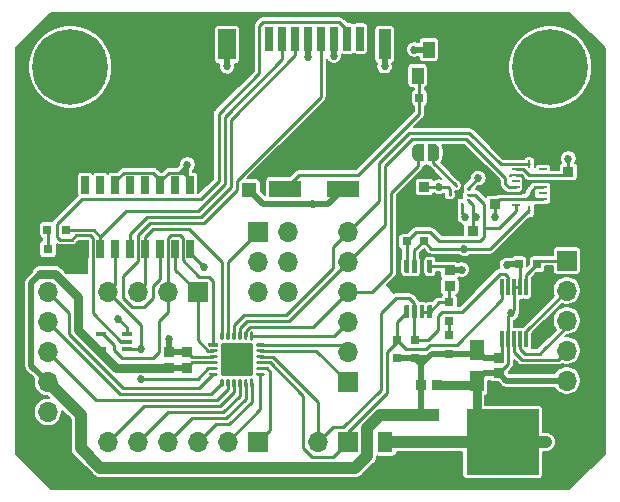
<source format=gbr>
%TF.GenerationSoftware,KiCad,Pcbnew,(5.1.12)-1*%
%TF.CreationDate,2022-08-18T02:06:39-04:00*%
%TF.ProjectId,MiniMicro,4d696e69-4d69-4637-926f-2e6b69636164,rev?*%
%TF.SameCoordinates,Original*%
%TF.FileFunction,Copper,L1,Top*%
%TF.FilePolarity,Positive*%
%FSLAX46Y46*%
G04 Gerber Fmt 4.6, Leading zero omitted, Abs format (unit mm)*
G04 Created by KiCad (PCBNEW (5.1.12)-1) date 2022-08-18 02:06:39*
%MOMM*%
%LPD*%
G01*
G04 APERTURE LIST*
%TA.AperFunction,ComponentPad*%
%ADD10C,6.400000*%
%TD*%
%TA.AperFunction,SMDPad,CuDef*%
%ADD11R,1.200000X1.200000*%
%TD*%
%TA.AperFunction,SMDPad,CuDef*%
%ADD12R,2.700000X1.400000*%
%TD*%
%TA.AperFunction,SMDPad,CuDef*%
%ADD13R,1.500000X2.600000*%
%TD*%
%TA.AperFunction,SMDPad,CuDef*%
%ADD14R,1.000000X2.600000*%
%TD*%
%TA.AperFunction,SMDPad,CuDef*%
%ADD15R,0.700000X2.000000*%
%TD*%
%TA.AperFunction,ComponentPad*%
%ADD16O,1.700000X1.700000*%
%TD*%
%TA.AperFunction,ComponentPad*%
%ADD17R,1.700000X1.700000*%
%TD*%
%TA.AperFunction,SMDPad,CuDef*%
%ADD18R,0.850000X0.350000*%
%TD*%
%TA.AperFunction,SMDPad,CuDef*%
%ADD19R,0.650000X1.525000*%
%TD*%
%TA.AperFunction,SMDPad,CuDef*%
%ADD20R,0.800000X0.650000*%
%TD*%
%TA.AperFunction,SMDPad,CuDef*%
%ADD21R,0.650000X0.800000*%
%TD*%
%TA.AperFunction,SMDPad,CuDef*%
%ADD22R,1.000000X1.400000*%
%TD*%
%TA.AperFunction,SMDPad,CuDef*%
%ADD23C,0.100000*%
%TD*%
%TA.AperFunction,SMDPad,CuDef*%
%ADD24R,6.150000X5.550000*%
%TD*%
%TA.AperFunction,SMDPad,CuDef*%
%ADD25R,2.750000X1.000000*%
%TD*%
%TA.AperFunction,SMDPad,CuDef*%
%ADD26R,0.300000X1.400000*%
%TD*%
%TA.AperFunction,SMDPad,CuDef*%
%ADD27R,0.250000X0.675000*%
%TD*%
%TA.AperFunction,SMDPad,CuDef*%
%ADD28R,0.675000X0.250000*%
%TD*%
%TA.AperFunction,SMDPad,CuDef*%
%ADD29R,0.275000X0.250000*%
%TD*%
%TA.AperFunction,SMDPad,CuDef*%
%ADD30R,0.250000X0.275000*%
%TD*%
%TA.AperFunction,ComponentPad*%
%ADD31C,0.500000*%
%TD*%
%TA.AperFunction,SMDPad,CuDef*%
%ADD32R,0.800000X0.800000*%
%TD*%
%TA.AperFunction,SMDPad,CuDef*%
%ADD33R,1.250000X1.800000*%
%TD*%
%TA.AperFunction,SMDPad,CuDef*%
%ADD34R,0.830000X0.940000*%
%TD*%
%TA.AperFunction,SMDPad,CuDef*%
%ADD35R,0.940000X0.830000*%
%TD*%
%TA.AperFunction,ViaPad*%
%ADD36C,0.685800*%
%TD*%
%TA.AperFunction,Conductor*%
%ADD37C,0.254000*%
%TD*%
%TA.AperFunction,Conductor*%
%ADD38C,0.508000*%
%TD*%
%TA.AperFunction,Conductor*%
%ADD39C,0.762000*%
%TD*%
%TA.AperFunction,Conductor*%
%ADD40C,1.016000*%
%TD*%
%TA.AperFunction,Conductor*%
%ADD41C,0.203200*%
%TD*%
%TA.AperFunction,Conductor*%
%ADD42C,0.100000*%
%TD*%
G04 APERTURE END LIST*
D10*
%TO.P,REF\u002A\u002A,1*%
%TO.N,N/C*%
X202565000Y-85090000D03*
%TD*%
%TO.P,REF\u002A\u002A,1*%
%TO.N,N/C*%
X243205000Y-85090000D03*
%TD*%
D11*
%TO.P,J3,MP5*%
%TO.N,GND*%
X217727000Y-95477000D03*
D12*
%TO.P,J3,MP4*%
%TO.N,Net-(J3-PadMP4)*%
X220777000Y-95377000D03*
%TO.P,J3,MP3*%
%TO.N,GND*%
X225677000Y-95377000D03*
D13*
%TO.P,J3,MP2*%
X215827000Y-83177000D03*
D14*
%TO.P,J3,MP1*%
X229177000Y-83177000D03*
D15*
%TO.P,J3,8*%
%TO.N,Net-(J3-Pad8)*%
X227077000Y-82677000D03*
%TO.P,J3,7*%
%TO.N,/SPI_MISO_SD_3.3*%
X225977000Y-82677000D03*
%TO.P,J3,6*%
%TO.N,GND*%
X224877000Y-82677000D03*
%TO.P,J3,5*%
%TO.N,/SPI_SCK_3.3*%
X223777000Y-82677000D03*
%TO.P,J3,4*%
%TO.N,/SD-POWER*%
X222677000Y-82677000D03*
%TO.P,J3,3*%
%TO.N,/SPI_MOSI_3.3*%
X221577000Y-82677000D03*
%TO.P,J3,2*%
%TO.N,/SPI_CS_SD_3.3n*%
X220477000Y-82677000D03*
%TO.P,J3,1*%
%TO.N,Net-(J3-Pad1)*%
X219377000Y-82677000D03*
%TD*%
D16*
%TO.P,J7,6*%
%TO.N,/PA5*%
X200660000Y-104140000D03*
%TO.P,J7,5*%
%TO.N,/PA6*%
X200660000Y-106680000D03*
%TO.P,J7,4*%
%TO.N,/PA7*%
X200660000Y-109220000D03*
%TO.P,J7,3*%
%TO.N,+5V*%
X200660000Y-111760000D03*
%TO.P,J7,2*%
%TO.N,GND*%
X200660000Y-114300000D03*
D17*
%TO.P,J7,1*%
%TO.N,+3V3*%
X200660000Y-116840000D03*
%TD*%
D18*
%TO.P,IC6,5*%
%TO.N,+5V*%
X205125000Y-108981000D03*
%TO.P,IC6,4*%
%TO.N,/SPI_MISO_5.0*%
X205125000Y-107681000D03*
%TO.P,IC6,3*%
%TO.N,GND*%
X207325000Y-107681000D03*
%TO.P,IC6,2*%
%TO.N,/SPI_MISO_SD_3.3*%
X207325000Y-108331000D03*
%TO.P,IC6,1*%
%TO.N,/SPI_CS_SD_5.0n*%
X207325000Y-108981000D03*
%TD*%
D19*
%TO.P,IC4,16*%
%TO.N,Net-(IC4-Pad16)*%
X203835000Y-95078000D03*
%TO.P,IC4,15*%
%TO.N,Net-(IC4-Pad15)*%
X205105000Y-95078000D03*
%TO.P,IC4,14*%
%TO.N,GND*%
X206375000Y-95078000D03*
%TO.P,IC4,13*%
%TO.N,Net-(IC4-Pad13)*%
X207645000Y-95078000D03*
%TO.P,IC4,12*%
%TO.N,Net-(IC4-Pad12)*%
X208915000Y-95078000D03*
%TO.P,IC4,11*%
%TO.N,GND*%
X210185000Y-95078000D03*
%TO.P,IC4,10*%
%TO.N,Net-(IC4-Pad10)*%
X211455000Y-95078000D03*
%TO.P,IC4,9*%
%TO.N,GND*%
X212725000Y-95078000D03*
%TO.P,IC4,8*%
X212725000Y-100502000D03*
%TO.P,IC4,7*%
%TO.N,/SPI_SCK_5.0*%
X211455000Y-100502000D03*
%TO.P,IC4,6*%
%TO.N,/SPI_SCK_3.3*%
X210185000Y-100502000D03*
%TO.P,IC4,5*%
%TO.N,/SPI_MOSI_5.0*%
X208915000Y-100502000D03*
%TO.P,IC4,4*%
%TO.N,/SPI_MOSI_3.3*%
X207645000Y-100502000D03*
%TO.P,IC4,3*%
%TO.N,/SPI_CS_SD_5.0n*%
X206375000Y-100502000D03*
%TO.P,IC4,2*%
%TO.N,/SPI_CS_SD_3.3n*%
X205105000Y-100502000D03*
%TO.P,IC4,1*%
%TO.N,+3V3*%
X203835000Y-100502000D03*
%TD*%
D17*
%TO.P,J8,1*%
%TO.N,/SPI_SCK_5.0*%
X213360000Y-104140000D03*
D16*
%TO.P,J8,2*%
%TO.N,/SPI_MISO_5.0*%
X210820000Y-104140000D03*
%TO.P,J8,3*%
%TO.N,/SPI_MOSI_5.0*%
X208280000Y-104140000D03*
%TO.P,J8,4*%
%TO.N,/SPI_CS_SD_5.0n*%
X205740000Y-104140000D03*
%TD*%
%TO.P,J6,2*%
%TO.N,/I2C_SCL_5.0*%
X223520000Y-116840000D03*
D17*
%TO.P,J6,1*%
%TO.N,/I2C_SDA_5.0*%
X226060000Y-116840000D03*
%TD*%
D20*
%TO.P,R7,2*%
%TO.N,/I2C_SDA_5.0*%
X230187500Y-108178000D03*
%TO.P,R7,1*%
%TO.N,+5V*%
X230187500Y-109728000D03*
%TD*%
D21*
%TO.P,R9,2*%
%TO.N,Net-(J3-PadMP4)*%
X232130000Y-87693500D03*
%TO.P,R9,1*%
%TO.N,+3V3*%
X233680000Y-87693500D03*
%TD*%
%TO.P,R8,2*%
%TO.N,Net-(IC7-Pad6)*%
X242088000Y-101790500D03*
%TO.P,R8,1*%
%TO.N,GND*%
X240538000Y-101790500D03*
%TD*%
D20*
%TO.P,R6,2*%
%TO.N,/I2C_SCL_5.0*%
X231711500Y-108178000D03*
%TO.P,R6,1*%
%TO.N,+5V*%
X231711500Y-109728000D03*
%TD*%
%TO.P,R5,2*%
%TO.N,Net-(C5-Pad1)*%
X234632500Y-105003000D03*
%TO.P,R5,1*%
%TO.N,Net-(R4-Pad2)*%
X234632500Y-106553000D03*
%TD*%
%TO.P,R4,2*%
%TO.N,Net-(R4-Pad2)*%
X234632500Y-107797000D03*
%TO.P,R4,1*%
%TO.N,+5V*%
X234632500Y-109347000D03*
%TD*%
%TO.P,R3,2*%
%TO.N,/I2C_SDA_3.3*%
X231076500Y-99848000D03*
%TO.P,R3,1*%
%TO.N,+3V3*%
X231076500Y-98298000D03*
%TD*%
D21*
%TO.P,R2,2*%
%TO.N,Net-(D1-Pad1)*%
X200634000Y-98869500D03*
%TO.P,R2,1*%
%TO.N,/SPI_CS_SD_3.3n*%
X202184000Y-98869500D03*
%TD*%
D20*
%TO.P,R1,2*%
%TO.N,/I2C_SCL_3.3*%
X232473500Y-99848000D03*
%TO.P,R1,1*%
%TO.N,+3V3*%
X232473500Y-98298000D03*
%TD*%
D22*
%TO.P,Q1,3*%
%TO.N,/SD-POWER*%
X232918000Y-83609000D03*
%TO.P,Q1,2*%
%TO.N,+3V3*%
X233868000Y-85809000D03*
%TO.P,Q1,1*%
%TO.N,Net-(J3-PadMP4)*%
X231968000Y-85809000D03*
%TD*%
%TA.AperFunction,SMDPad,CuDef*%
D23*
%TO.P,JP1,2*%
%TO.N,/PC3-ALT-INT*%
G36*
X232014000Y-93078398D02*
G01*
X231989466Y-93078398D01*
X231940635Y-93073588D01*
X231892510Y-93064016D01*
X231845555Y-93049772D01*
X231800222Y-93030995D01*
X231756949Y-93007864D01*
X231716150Y-92980604D01*
X231678221Y-92949476D01*
X231643524Y-92914779D01*
X231612396Y-92876850D01*
X231585136Y-92836051D01*
X231562005Y-92792778D01*
X231543228Y-92747445D01*
X231528984Y-92700490D01*
X231519412Y-92652365D01*
X231514602Y-92603534D01*
X231514602Y-92579000D01*
X231514000Y-92579000D01*
X231514000Y-92079000D01*
X231514602Y-92079000D01*
X231514602Y-92054466D01*
X231519412Y-92005635D01*
X231528984Y-91957510D01*
X231543228Y-91910555D01*
X231562005Y-91865222D01*
X231585136Y-91821949D01*
X231612396Y-91781150D01*
X231643524Y-91743221D01*
X231678221Y-91708524D01*
X231716150Y-91677396D01*
X231756949Y-91650136D01*
X231800222Y-91627005D01*
X231845555Y-91608228D01*
X231892510Y-91593984D01*
X231940635Y-91584412D01*
X231989466Y-91579602D01*
X232014000Y-91579602D01*
X232014000Y-91579000D01*
X232514000Y-91579000D01*
X232514000Y-93079000D01*
X232014000Y-93079000D01*
X232014000Y-93078398D01*
G37*
%TD.AperFunction*%
%TA.AperFunction,SMDPad,CuDef*%
%TO.P,JP1,1*%
%TO.N,Net-(IC2-Pad7)*%
G36*
X232814000Y-91579000D02*
G01*
X233314000Y-91579000D01*
X233314000Y-91579602D01*
X233338534Y-91579602D01*
X233387365Y-91584412D01*
X233435490Y-91593984D01*
X233482445Y-91608228D01*
X233527778Y-91627005D01*
X233571051Y-91650136D01*
X233611850Y-91677396D01*
X233649779Y-91708524D01*
X233684476Y-91743221D01*
X233715604Y-91781150D01*
X233742864Y-91821949D01*
X233765995Y-91865222D01*
X233784772Y-91910555D01*
X233799016Y-91957510D01*
X233808588Y-92005635D01*
X233813398Y-92054466D01*
X233813398Y-92079000D01*
X233814000Y-92079000D01*
X233814000Y-92579000D01*
X233813398Y-92579000D01*
X233813398Y-92603534D01*
X233808588Y-92652365D01*
X233799016Y-92700490D01*
X233784772Y-92747445D01*
X233765995Y-92792778D01*
X233742864Y-92836051D01*
X233715604Y-92876850D01*
X233684476Y-92914779D01*
X233649779Y-92949476D01*
X233611850Y-92980604D01*
X233571051Y-93007864D01*
X233527778Y-93030995D01*
X233482445Y-93049772D01*
X233435490Y-93064016D01*
X233387365Y-93073588D01*
X233338534Y-93078398D01*
X233314000Y-93078398D01*
X233314000Y-93079000D01*
X232814000Y-93079000D01*
X232814000Y-91579000D01*
G37*
%TD.AperFunction*%
%TD*%
D16*
%TO.P,J5,6*%
%TO.N,/PB7*%
X205740000Y-116840000D03*
%TO.P,J5,5*%
%TO.N,/PB6*%
X208280000Y-116840000D03*
%TO.P,J5,4*%
%TO.N,/PB5*%
X210820000Y-116840000D03*
%TO.P,J5,3*%
%TO.N,/PB4*%
X213360000Y-116840000D03*
%TO.P,J5,2*%
%TO.N,/PB3*%
X215900000Y-116840000D03*
D17*
%TO.P,J5,1*%
%TO.N,/PB2*%
X218440000Y-116840000D03*
%TD*%
D16*
%TO.P,J4,6*%
%TO.N,/PC5-ACCEL-INT1*%
X226060000Y-99060000D03*
%TO.P,J4,5*%
%TO.N,/PC4-GYRO-INT3*%
X226060000Y-101600000D03*
%TO.P,J4,4*%
%TO.N,/PC3-ALT-INT*%
X226060000Y-104140000D03*
%TO.P,J4,3*%
%TO.N,/PC2*%
X226060000Y-106680000D03*
%TO.P,J4,2*%
%TO.N,/PC1*%
X226060000Y-109220000D03*
D17*
%TO.P,J4,1*%
%TO.N,/PC0*%
X226060000Y-111760000D03*
%TD*%
D16*
%TO.P,J2,5*%
%TO.N,GND*%
X244602000Y-111633000D03*
%TO.P,J2,4*%
%TO.N,Net-(IC7-Pad3)*%
X244602000Y-109093000D03*
%TO.P,J2,3*%
%TO.N,Net-(IC7-Pad4)*%
X244602000Y-106553000D03*
%TO.P,J2,2*%
%TO.N,Net-(IC7-Pad5)*%
X244602000Y-104013000D03*
D17*
%TO.P,J2,1*%
%TO.N,Net-(IC7-Pad6)*%
X244602000Y-101473000D03*
%TD*%
D16*
%TO.P,J1,6*%
%TO.N,GND*%
X220980000Y-104140000D03*
%TO.P,J1,5*%
%TO.N,Net-(J1-Pad5)*%
X218440000Y-104140000D03*
%TO.P,J1,4*%
%TO.N,Net-(J1-Pad4)*%
X220980000Y-101600000D03*
%TO.P,J1,3*%
%TO.N,Net-(J1-Pad3)*%
X218440000Y-101600000D03*
%TO.P,J1,2*%
%TO.N,Net-(J1-Pad2)*%
X220980000Y-99060000D03*
D17*
%TO.P,J1,1*%
%TO.N,/UDPI*%
X218440000Y-99060000D03*
%TD*%
D24*
%TO.P,IC8,3*%
%TO.N,GND*%
X239165000Y-116840000D03*
D25*
%TO.P,IC8,2*%
%TO.N,+3V3*%
X232465000Y-119130000D03*
%TO.P,IC8,1*%
%TO.N,+5V*%
X232465000Y-114550000D03*
%TD*%
D26*
%TO.P,IC7,10*%
%TO.N,/I2C_SDA_5.0*%
X239157000Y-103718000D03*
%TO.P,IC7,9*%
%TO.N,/I2C_SCL_5.0*%
X239657000Y-103718000D03*
%TO.P,IC7,8*%
%TO.N,GND*%
X240157000Y-103718000D03*
%TO.P,IC7,7*%
X240657000Y-103718000D03*
%TO.P,IC7,6*%
%TO.N,Net-(IC7-Pad6)*%
X241157000Y-103718000D03*
%TO.P,IC7,5*%
%TO.N,Net-(IC7-Pad5)*%
X241157000Y-108118000D03*
%TO.P,IC7,4*%
%TO.N,Net-(IC7-Pad4)*%
X240657000Y-108118000D03*
%TO.P,IC7,3*%
%TO.N,Net-(IC7-Pad3)*%
X240157000Y-108118000D03*
%TO.P,IC7,2*%
%TO.N,GND*%
X239657000Y-108118000D03*
%TO.P,IC7,1*%
%TO.N,+5V*%
X239157000Y-108118000D03*
%TD*%
%TO.P,IC5,8*%
%TO.N,Net-(C5-Pad1)*%
%TA.AperFunction,SMDPad,CuDef*%
G36*
G01*
X232804000Y-106316600D02*
X232804000Y-105305400D01*
G75*
G02*
X232848400Y-105261000I44400J0D01*
G01*
X233159600Y-105261000D01*
G75*
G02*
X233204000Y-105305400I0J-44400D01*
G01*
X233204000Y-106316600D01*
G75*
G02*
X233159600Y-106361000I-44400J0D01*
G01*
X232848400Y-106361000D01*
G75*
G02*
X232804000Y-106316600I0J44400D01*
G01*
G37*
%TD.AperFunction*%
%TO.P,IC5,7*%
%TA.AperFunction,SMDPad,CuDef*%
G36*
G01*
X232154000Y-106316600D02*
X232154000Y-105305400D01*
G75*
G02*
X232198400Y-105261000I44400J0D01*
G01*
X232509600Y-105261000D01*
G75*
G02*
X232554000Y-105305400I0J-44400D01*
G01*
X232554000Y-106316600D01*
G75*
G02*
X232509600Y-106361000I-44400J0D01*
G01*
X232198400Y-106361000D01*
G75*
G02*
X232154000Y-106316600I0J44400D01*
G01*
G37*
%TD.AperFunction*%
%TO.P,IC5,6*%
%TO.N,/I2C_SCL_5.0*%
%TA.AperFunction,SMDPad,CuDef*%
G36*
G01*
X231504000Y-106316600D02*
X231504000Y-105305400D01*
G75*
G02*
X231548400Y-105261000I44400J0D01*
G01*
X231859600Y-105261000D01*
G75*
G02*
X231904000Y-105305400I0J-44400D01*
G01*
X231904000Y-106316600D01*
G75*
G02*
X231859600Y-106361000I-44400J0D01*
G01*
X231548400Y-106361000D01*
G75*
G02*
X231504000Y-106316600I0J44400D01*
G01*
G37*
%TD.AperFunction*%
%TO.P,IC5,5*%
%TO.N,/I2C_SDA_5.0*%
%TA.AperFunction,SMDPad,CuDef*%
G36*
G01*
X230854000Y-106316600D02*
X230854000Y-105305400D01*
G75*
G02*
X230898400Y-105261000I44400J0D01*
G01*
X231209600Y-105261000D01*
G75*
G02*
X231254000Y-105305400I0J-44400D01*
G01*
X231254000Y-106316600D01*
G75*
G02*
X231209600Y-106361000I-44400J0D01*
G01*
X230898400Y-106361000D01*
G75*
G02*
X230854000Y-106316600I0J44400D01*
G01*
G37*
%TD.AperFunction*%
%TO.P,IC5,4*%
%TO.N,/I2C_SDA_3.3*%
%TA.AperFunction,SMDPad,CuDef*%
G36*
G01*
X230854000Y-102466600D02*
X230854000Y-101455400D01*
G75*
G02*
X230898400Y-101411000I44400J0D01*
G01*
X231209600Y-101411000D01*
G75*
G02*
X231254000Y-101455400I0J-44400D01*
G01*
X231254000Y-102466600D01*
G75*
G02*
X231209600Y-102511000I-44400J0D01*
G01*
X230898400Y-102511000D01*
G75*
G02*
X230854000Y-102466600I0J44400D01*
G01*
G37*
%TD.AperFunction*%
%TO.P,IC5,3*%
%TO.N,/I2C_SCL_3.3*%
%TA.AperFunction,SMDPad,CuDef*%
G36*
G01*
X231504000Y-102466600D02*
X231504000Y-101455400D01*
G75*
G02*
X231548400Y-101411000I44400J0D01*
G01*
X231859600Y-101411000D01*
G75*
G02*
X231904000Y-101455400I0J-44400D01*
G01*
X231904000Y-102466600D01*
G75*
G02*
X231859600Y-102511000I-44400J0D01*
G01*
X231548400Y-102511000D01*
G75*
G02*
X231504000Y-102466600I0J44400D01*
G01*
G37*
%TD.AperFunction*%
%TO.P,IC5,2*%
%TO.N,+3V3*%
%TA.AperFunction,SMDPad,CuDef*%
G36*
G01*
X232154000Y-102466600D02*
X232154000Y-101455400D01*
G75*
G02*
X232198400Y-101411000I44400J0D01*
G01*
X232509600Y-101411000D01*
G75*
G02*
X232554000Y-101455400I0J-44400D01*
G01*
X232554000Y-102466600D01*
G75*
G02*
X232509600Y-102511000I-44400J0D01*
G01*
X232198400Y-102511000D01*
G75*
G02*
X232154000Y-102466600I0J44400D01*
G01*
G37*
%TD.AperFunction*%
%TO.P,IC5,1*%
%TO.N,GND*%
%TA.AperFunction,SMDPad,CuDef*%
G36*
G01*
X232804000Y-102466600D02*
X232804000Y-101455400D01*
G75*
G02*
X232848400Y-101411000I44400J0D01*
G01*
X233159600Y-101411000D01*
G75*
G02*
X233204000Y-101455400I0J-44400D01*
G01*
X233204000Y-102466600D01*
G75*
G02*
X233159600Y-102511000I-44400J0D01*
G01*
X232848400Y-102511000D01*
G75*
G02*
X232804000Y-102466600I0J44400D01*
G01*
G37*
%TD.AperFunction*%
%TD*%
D27*
%TO.P,IC3,16*%
%TO.N,/PC5-ACCEL-INT1*%
X241427000Y-93335000D03*
D28*
%TO.P,IC3,15*%
%TO.N,GND*%
X240262000Y-93750000D03*
%TO.P,IC3,14*%
%TO.N,+3V3*%
X240262000Y-94250000D03*
%TO.P,IC3,13*%
%TO.N,Net-(IC3-Pad13)*%
X240262000Y-94750000D03*
%TO.P,IC3,12*%
%TO.N,/PC4-GYRO-INT3*%
X240262000Y-95250000D03*
%TO.P,IC3,11*%
%TO.N,+3V3*%
X240262000Y-95750000D03*
%TO.P,IC3,10*%
%TO.N,GND*%
X240262000Y-96250000D03*
%TO.P,IC3,9*%
%TO.N,/I2C_SDA_3.3*%
X240262000Y-96750000D03*
D27*
%TO.P,IC3,8*%
%TO.N,/I2C_SCL_3.3*%
X241427000Y-97165000D03*
D28*
%TO.P,IC3,7*%
%TO.N,+3V3*%
X242592000Y-96750000D03*
%TO.P,IC3,6*%
%TO.N,GND*%
X242592000Y-96250000D03*
%TO.P,IC3,5*%
%TO.N,Net-(IC3-Pad5)*%
X242592000Y-95750000D03*
%TO.P,IC3,4*%
%TO.N,GND*%
X242592000Y-95250000D03*
%TO.P,IC3,3*%
%TO.N,+3V3*%
X242592000Y-94750000D03*
%TO.P,IC3,2*%
%TO.N,GND*%
X242592000Y-94250000D03*
%TO.P,IC3,1*%
%TO.N,Net-(IC3-Pad1)*%
X242592000Y-93750000D03*
%TD*%
D29*
%TO.P,IC2,10*%
%TO.N,+3V3*%
X234696000Y-96385000D03*
%TO.P,IC2,9*%
%TO.N,GND*%
X234696000Y-95885000D03*
%TO.P,IC2,8*%
X234696000Y-95385000D03*
D30*
%TO.P,IC2,7*%
%TO.N,Net-(IC2-Pad7)*%
X235208000Y-95122000D03*
%TO.P,IC2,6*%
%TO.N,+3V3*%
X235708000Y-95122000D03*
D29*
%TO.P,IC2,5*%
%TO.N,GND*%
X236220000Y-95385000D03*
%TO.P,IC2,4*%
%TO.N,/I2C_SDA_3.3*%
X236220000Y-95885000D03*
%TO.P,IC2,3*%
%TO.N,GND*%
X236220000Y-96385000D03*
D30*
%TO.P,IC2,2*%
%TO.N,/I2C_SCL_3.3*%
X235708000Y-96648000D03*
%TO.P,IC2,1*%
%TO.N,+3V3*%
X235208000Y-96648000D03*
%TD*%
D31*
%TO.P,IC1,25*%
%TO.N,GND*%
X215662000Y-110855000D03*
X216662000Y-110855000D03*
X217662000Y-110855000D03*
X217662000Y-109855000D03*
X217662000Y-108855000D03*
X216662000Y-108855000D03*
X215662000Y-108855000D03*
X215662000Y-109855000D03*
%TO.P,IC1,1*%
%TO.N,/SPI_MISO_5.0*%
%TA.AperFunction,SMDPad,CuDef*%
G36*
G01*
X215032000Y-108755000D02*
X214292000Y-108755000D01*
G75*
G02*
X214262000Y-108725000I0J30000D01*
G01*
X214262000Y-108485000D01*
G75*
G02*
X214292000Y-108455000I30000J0D01*
G01*
X215032000Y-108455000D01*
G75*
G02*
X215062000Y-108485000I0J-30000D01*
G01*
X215062000Y-108725000D01*
G75*
G02*
X215032000Y-108755000I-30000J0D01*
G01*
G37*
%TD.AperFunction*%
%TO.P,IC1,2*%
%TO.N,/SPI_SCK_5.0*%
%TA.AperFunction,SMDPad,CuDef*%
G36*
G01*
X214912000Y-109255000D02*
X214412000Y-109255000D01*
G75*
G02*
X214262000Y-109105000I0J150000D01*
G01*
X214262000Y-109105000D01*
G75*
G02*
X214412000Y-108955000I150000J0D01*
G01*
X214912000Y-108955000D01*
G75*
G02*
X215062000Y-109105000I0J-150000D01*
G01*
X215062000Y-109105000D01*
G75*
G02*
X214912000Y-109255000I-150000J0D01*
G01*
G37*
%TD.AperFunction*%
%TO.P,IC1,3*%
%TO.N,GND*%
%TA.AperFunction,SMDPad,CuDef*%
G36*
G01*
X214912000Y-109755000D02*
X214412000Y-109755000D01*
G75*
G02*
X214262000Y-109605000I0J150000D01*
G01*
X214262000Y-109605000D01*
G75*
G02*
X214412000Y-109455000I150000J0D01*
G01*
X214912000Y-109455000D01*
G75*
G02*
X215062000Y-109605000I0J-150000D01*
G01*
X215062000Y-109605000D01*
G75*
G02*
X214912000Y-109755000I-150000J0D01*
G01*
G37*
%TD.AperFunction*%
%TO.P,IC1,4*%
%TO.N,+5V*%
%TA.AperFunction,SMDPad,CuDef*%
G36*
G01*
X214912000Y-110255000D02*
X214412000Y-110255000D01*
G75*
G02*
X214262000Y-110105000I0J150000D01*
G01*
X214262000Y-110105000D01*
G75*
G02*
X214412000Y-109955000I150000J0D01*
G01*
X214912000Y-109955000D01*
G75*
G02*
X215062000Y-110105000I0J-150000D01*
G01*
X215062000Y-110105000D01*
G75*
G02*
X214912000Y-110255000I-150000J0D01*
G01*
G37*
%TD.AperFunction*%
%TO.P,IC1,5*%
%TO.N,/SPI_CS_SD_5.0n*%
%TA.AperFunction,SMDPad,CuDef*%
G36*
G01*
X214912000Y-110755000D02*
X214412000Y-110755000D01*
G75*
G02*
X214262000Y-110605000I0J150000D01*
G01*
X214262000Y-110605000D01*
G75*
G02*
X214412000Y-110455000I150000J0D01*
G01*
X214912000Y-110455000D01*
G75*
G02*
X215062000Y-110605000I0J-150000D01*
G01*
X215062000Y-110605000D01*
G75*
G02*
X214912000Y-110755000I-150000J0D01*
G01*
G37*
%TD.AperFunction*%
%TO.P,IC1,6*%
%TO.N,/PA5*%
%TA.AperFunction,SMDPad,CuDef*%
G36*
G01*
X214912000Y-111255000D02*
X214412000Y-111255000D01*
G75*
G02*
X214262000Y-111105000I0J150000D01*
G01*
X214262000Y-111105000D01*
G75*
G02*
X214412000Y-110955000I150000J0D01*
G01*
X214912000Y-110955000D01*
G75*
G02*
X215062000Y-111105000I0J-150000D01*
G01*
X215062000Y-111105000D01*
G75*
G02*
X214912000Y-111255000I-150000J0D01*
G01*
G37*
%TD.AperFunction*%
%TO.P,IC1,7*%
%TO.N,/PA6*%
%TA.AperFunction,SMDPad,CuDef*%
G36*
G01*
X215262000Y-112105000D02*
X215262000Y-111605000D01*
G75*
G02*
X215412000Y-111455000I150000J0D01*
G01*
X215412000Y-111455000D01*
G75*
G02*
X215562000Y-111605000I0J-150000D01*
G01*
X215562000Y-112105000D01*
G75*
G02*
X215412000Y-112255000I-150000J0D01*
G01*
X215412000Y-112255000D01*
G75*
G02*
X215262000Y-112105000I0J150000D01*
G01*
G37*
%TD.AperFunction*%
%TO.P,IC1,8*%
%TO.N,/PA7*%
%TA.AperFunction,SMDPad,CuDef*%
G36*
G01*
X215762000Y-112105000D02*
X215762000Y-111605000D01*
G75*
G02*
X215912000Y-111455000I150000J0D01*
G01*
X215912000Y-111455000D01*
G75*
G02*
X216062000Y-111605000I0J-150000D01*
G01*
X216062000Y-112105000D01*
G75*
G02*
X215912000Y-112255000I-150000J0D01*
G01*
X215912000Y-112255000D01*
G75*
G02*
X215762000Y-112105000I0J150000D01*
G01*
G37*
%TD.AperFunction*%
%TO.P,IC1,9*%
%TO.N,/PB7*%
%TA.AperFunction,SMDPad,CuDef*%
G36*
G01*
X216262000Y-112105000D02*
X216262000Y-111605000D01*
G75*
G02*
X216412000Y-111455000I150000J0D01*
G01*
X216412000Y-111455000D01*
G75*
G02*
X216562000Y-111605000I0J-150000D01*
G01*
X216562000Y-112105000D01*
G75*
G02*
X216412000Y-112255000I-150000J0D01*
G01*
X216412000Y-112255000D01*
G75*
G02*
X216262000Y-112105000I0J150000D01*
G01*
G37*
%TD.AperFunction*%
%TO.P,IC1,10*%
%TO.N,/PB6*%
%TA.AperFunction,SMDPad,CuDef*%
G36*
G01*
X216762000Y-112105000D02*
X216762000Y-111605000D01*
G75*
G02*
X216912000Y-111455000I150000J0D01*
G01*
X216912000Y-111455000D01*
G75*
G02*
X217062000Y-111605000I0J-150000D01*
G01*
X217062000Y-112105000D01*
G75*
G02*
X216912000Y-112255000I-150000J0D01*
G01*
X216912000Y-112255000D01*
G75*
G02*
X216762000Y-112105000I0J150000D01*
G01*
G37*
%TD.AperFunction*%
%TO.P,IC1,11*%
%TO.N,/PB5*%
%TA.AperFunction,SMDPad,CuDef*%
G36*
G01*
X217262000Y-112105000D02*
X217262000Y-111605000D01*
G75*
G02*
X217412000Y-111455000I150000J0D01*
G01*
X217412000Y-111455000D01*
G75*
G02*
X217562000Y-111605000I0J-150000D01*
G01*
X217562000Y-112105000D01*
G75*
G02*
X217412000Y-112255000I-150000J0D01*
G01*
X217412000Y-112255000D01*
G75*
G02*
X217262000Y-112105000I0J150000D01*
G01*
G37*
%TD.AperFunction*%
%TO.P,IC1,12*%
%TO.N,/PB4*%
%TA.AperFunction,SMDPad,CuDef*%
G36*
G01*
X217762000Y-112105000D02*
X217762000Y-111605000D01*
G75*
G02*
X217912000Y-111455000I150000J0D01*
G01*
X217912000Y-111455000D01*
G75*
G02*
X218062000Y-111605000I0J-150000D01*
G01*
X218062000Y-112105000D01*
G75*
G02*
X217912000Y-112255000I-150000J0D01*
G01*
X217912000Y-112255000D01*
G75*
G02*
X217762000Y-112105000I0J150000D01*
G01*
G37*
%TD.AperFunction*%
%TO.P,IC1,13*%
%TO.N,/PB3*%
%TA.AperFunction,SMDPad,CuDef*%
G36*
G01*
X218912000Y-111255000D02*
X218412000Y-111255000D01*
G75*
G02*
X218262000Y-111105000I0J150000D01*
G01*
X218262000Y-111105000D01*
G75*
G02*
X218412000Y-110955000I150000J0D01*
G01*
X218912000Y-110955000D01*
G75*
G02*
X219062000Y-111105000I0J-150000D01*
G01*
X219062000Y-111105000D01*
G75*
G02*
X218912000Y-111255000I-150000J0D01*
G01*
G37*
%TD.AperFunction*%
%TO.P,IC1,14*%
%TO.N,/PB2*%
%TA.AperFunction,SMDPad,CuDef*%
G36*
G01*
X218912000Y-110755000D02*
X218412000Y-110755000D01*
G75*
G02*
X218262000Y-110605000I0J150000D01*
G01*
X218262000Y-110605000D01*
G75*
G02*
X218412000Y-110455000I150000J0D01*
G01*
X218912000Y-110455000D01*
G75*
G02*
X219062000Y-110605000I0J-150000D01*
G01*
X219062000Y-110605000D01*
G75*
G02*
X218912000Y-110755000I-150000J0D01*
G01*
G37*
%TD.AperFunction*%
%TO.P,IC1,15*%
%TO.N,/I2C_SDA_5.0*%
%TA.AperFunction,SMDPad,CuDef*%
G36*
G01*
X218912000Y-110255000D02*
X218412000Y-110255000D01*
G75*
G02*
X218262000Y-110105000I0J150000D01*
G01*
X218262000Y-110105000D01*
G75*
G02*
X218412000Y-109955000I150000J0D01*
G01*
X218912000Y-109955000D01*
G75*
G02*
X219062000Y-110105000I0J-150000D01*
G01*
X219062000Y-110105000D01*
G75*
G02*
X218912000Y-110255000I-150000J0D01*
G01*
G37*
%TD.AperFunction*%
%TO.P,IC1,16*%
%TO.N,/I2C_SCL_5.0*%
%TA.AperFunction,SMDPad,CuDef*%
G36*
G01*
X218912000Y-109755000D02*
X218412000Y-109755000D01*
G75*
G02*
X218262000Y-109605000I0J150000D01*
G01*
X218262000Y-109605000D01*
G75*
G02*
X218412000Y-109455000I150000J0D01*
G01*
X218912000Y-109455000D01*
G75*
G02*
X219062000Y-109605000I0J-150000D01*
G01*
X219062000Y-109605000D01*
G75*
G02*
X218912000Y-109755000I-150000J0D01*
G01*
G37*
%TD.AperFunction*%
%TO.P,IC1,17*%
%TO.N,/PC0*%
%TA.AperFunction,SMDPad,CuDef*%
G36*
G01*
X218912000Y-109255000D02*
X218412000Y-109255000D01*
G75*
G02*
X218262000Y-109105000I0J150000D01*
G01*
X218262000Y-109105000D01*
G75*
G02*
X218412000Y-108955000I150000J0D01*
G01*
X218912000Y-108955000D01*
G75*
G02*
X219062000Y-109105000I0J-150000D01*
G01*
X219062000Y-109105000D01*
G75*
G02*
X218912000Y-109255000I-150000J0D01*
G01*
G37*
%TD.AperFunction*%
%TO.P,IC1,18*%
%TO.N,/PC1*%
%TA.AperFunction,SMDPad,CuDef*%
G36*
G01*
X218912000Y-108755000D02*
X218412000Y-108755000D01*
G75*
G02*
X218262000Y-108605000I0J150000D01*
G01*
X218262000Y-108605000D01*
G75*
G02*
X218412000Y-108455000I150000J0D01*
G01*
X218912000Y-108455000D01*
G75*
G02*
X219062000Y-108605000I0J-150000D01*
G01*
X219062000Y-108605000D01*
G75*
G02*
X218912000Y-108755000I-150000J0D01*
G01*
G37*
%TD.AperFunction*%
%TO.P,IC1,19*%
%TO.N,/PC2*%
%TA.AperFunction,SMDPad,CuDef*%
G36*
G01*
X217762000Y-108105000D02*
X217762000Y-107605000D01*
G75*
G02*
X217912000Y-107455000I150000J0D01*
G01*
X217912000Y-107455000D01*
G75*
G02*
X218062000Y-107605000I0J-150000D01*
G01*
X218062000Y-108105000D01*
G75*
G02*
X217912000Y-108255000I-150000J0D01*
G01*
X217912000Y-108255000D01*
G75*
G02*
X217762000Y-108105000I0J150000D01*
G01*
G37*
%TD.AperFunction*%
%TO.P,IC1,20*%
%TO.N,/PC3-ALT-INT*%
%TA.AperFunction,SMDPad,CuDef*%
G36*
G01*
X217262000Y-108105000D02*
X217262000Y-107605000D01*
G75*
G02*
X217412000Y-107455000I150000J0D01*
G01*
X217412000Y-107455000D01*
G75*
G02*
X217562000Y-107605000I0J-150000D01*
G01*
X217562000Y-108105000D01*
G75*
G02*
X217412000Y-108255000I-150000J0D01*
G01*
X217412000Y-108255000D01*
G75*
G02*
X217262000Y-108105000I0J150000D01*
G01*
G37*
%TD.AperFunction*%
%TO.P,IC1,21*%
%TO.N,/PC4-GYRO-INT3*%
%TA.AperFunction,SMDPad,CuDef*%
G36*
G01*
X216762000Y-108105000D02*
X216762000Y-107605000D01*
G75*
G02*
X216912000Y-107455000I150000J0D01*
G01*
X216912000Y-107455000D01*
G75*
G02*
X217062000Y-107605000I0J-150000D01*
G01*
X217062000Y-108105000D01*
G75*
G02*
X216912000Y-108255000I-150000J0D01*
G01*
X216912000Y-108255000D01*
G75*
G02*
X216762000Y-108105000I0J150000D01*
G01*
G37*
%TD.AperFunction*%
%TO.P,IC1,22*%
%TO.N,/PC5-ACCEL-INT1*%
%TA.AperFunction,SMDPad,CuDef*%
G36*
G01*
X216262000Y-108105000D02*
X216262000Y-107605000D01*
G75*
G02*
X216412000Y-107455000I150000J0D01*
G01*
X216412000Y-107455000D01*
G75*
G02*
X216562000Y-107605000I0J-150000D01*
G01*
X216562000Y-108105000D01*
G75*
G02*
X216412000Y-108255000I-150000J0D01*
G01*
X216412000Y-108255000D01*
G75*
G02*
X216262000Y-108105000I0J150000D01*
G01*
G37*
%TD.AperFunction*%
%TO.P,IC1,23*%
%TO.N,/UDPI*%
%TA.AperFunction,SMDPad,CuDef*%
G36*
G01*
X215762000Y-108105000D02*
X215762000Y-107605000D01*
G75*
G02*
X215912000Y-107455000I150000J0D01*
G01*
X215912000Y-107455000D01*
G75*
G02*
X216062000Y-107605000I0J-150000D01*
G01*
X216062000Y-108105000D01*
G75*
G02*
X215912000Y-108255000I-150000J0D01*
G01*
X215912000Y-108255000D01*
G75*
G02*
X215762000Y-108105000I0J150000D01*
G01*
G37*
%TD.AperFunction*%
%TO.P,IC1,24*%
%TO.N,/SPI_MOSI_5.0*%
%TA.AperFunction,SMDPad,CuDef*%
G36*
G01*
X215262000Y-108105000D02*
X215262000Y-107605000D01*
G75*
G02*
X215412000Y-107455000I150000J0D01*
G01*
X215412000Y-107455000D01*
G75*
G02*
X215562000Y-107605000I0J-150000D01*
G01*
X215562000Y-108105000D01*
G75*
G02*
X215412000Y-108255000I-150000J0D01*
G01*
X215412000Y-108255000D01*
G75*
G02*
X215262000Y-108105000I0J150000D01*
G01*
G37*
%TD.AperFunction*%
%TO.P,IC1,25*%
%TO.N,GND*%
%TA.AperFunction,SMDPad,CuDef*%
G36*
G01*
X215287000Y-111120000D02*
X215287000Y-108590000D01*
G75*
G02*
X215397000Y-108480000I110000J0D01*
G01*
X217927000Y-108480000D01*
G75*
G02*
X218037000Y-108590000I0J-110000D01*
G01*
X218037000Y-111120000D01*
G75*
G02*
X217927000Y-111230000I-110000J0D01*
G01*
X215397000Y-111230000D01*
G75*
G02*
X215287000Y-111120000I0J110000D01*
G01*
G37*
%TD.AperFunction*%
X216662000Y-109855000D03*
%TD*%
D32*
%TO.P,D1,2*%
%TO.N,+3V3*%
X202166000Y-100497000D03*
%TO.P,D1,1*%
%TO.N,Net-(D1-Pad1)*%
X200662000Y-100497000D03*
%TD*%
D33*
%TO.P,C11,2*%
%TO.N,GND*%
X229235000Y-116810000D03*
%TO.P,C11,1*%
%TO.N,+3V3*%
X229235000Y-119410000D03*
%TD*%
D34*
%TO.P,C10,2*%
%TO.N,+5V*%
X232258000Y-112014000D03*
%TO.P,C10,1*%
%TO.N,GND*%
X233578000Y-112014000D03*
%TD*%
D33*
%TO.P,C9,2*%
%TO.N,GND*%
X236982000Y-111663000D03*
%TO.P,C9,1*%
%TO.N,+5V*%
X236982000Y-109063000D03*
%TD*%
D35*
%TO.P,C8,2*%
%TO.N,+5V*%
X238887000Y-109703000D03*
%TO.P,C8,1*%
%TO.N,GND*%
X238887000Y-111023000D03*
%TD*%
%TO.P,C7,2*%
%TO.N,GND*%
X212471000Y-109220000D03*
%TO.P,C7,1*%
%TO.N,+5V*%
X212471000Y-110540000D03*
%TD*%
%TO.P,C6,2*%
%TO.N,+3V3*%
X238506000Y-95352000D03*
%TO.P,C6,1*%
%TO.N,GND*%
X238506000Y-96672000D03*
%TD*%
%TO.P,C5,2*%
%TO.N,GND*%
X234696000Y-102312000D03*
%TO.P,C5,1*%
%TO.N,Net-(C5-Pad1)*%
X234696000Y-103632000D03*
%TD*%
%TO.P,C4,2*%
%TO.N,+3V3*%
X244729000Y-95275000D03*
%TO.P,C4,1*%
%TO.N,GND*%
X244729000Y-93955000D03*
%TD*%
%TO.P,C3,2*%
%TO.N,+3V3*%
X232537000Y-96545000D03*
%TO.P,C3,1*%
%TO.N,GND*%
X232537000Y-95225000D03*
%TD*%
D34*
%TO.P,C2,2*%
%TO.N,GND*%
X236626000Y-98933000D03*
%TO.P,C2,1*%
%TO.N,+3V3*%
X235306000Y-98933000D03*
%TD*%
D35*
%TO.P,C1,2*%
%TO.N,+5V*%
X210947000Y-110540000D03*
%TO.P,C1,1*%
%TO.N,GND*%
X210947000Y-109220000D03*
%TD*%
D36*
%TO.N,GND*%
X239903000Y-105918000D03*
X242824000Y-116840000D03*
X235458000Y-116840000D03*
X231267000Y-116840000D03*
X210947000Y-108077000D03*
X213868000Y-101981000D03*
X212471000Y-93345000D03*
X206629000Y-106426000D03*
X235712000Y-102235000D03*
X224877000Y-84114000D03*
X223139000Y-96647000D03*
X233782000Y-95225000D03*
X236957000Y-97765000D03*
X237109000Y-94488000D03*
X239522000Y-101854000D03*
X244729000Y-92837000D03*
X229177000Y-85021000D03*
X238506000Y-97790000D03*
X215827000Y-85036000D03*
%TO.N,/SD-POWER*%
X222677000Y-84247000D03*
X231691000Y-83609000D03*
%TO.N,/SPI_CS_SD_5.0n*%
X208534000Y-111506000D03*
X208534000Y-108966000D03*
%TO.N,/I2C_SCL_3.3*%
X235966000Y-97790000D03*
X235940000Y-100483000D03*
%TD*%
D37*
%TO.N,+5V*%
X239157000Y-109433000D02*
X238887000Y-109703000D01*
X239157000Y-108118000D02*
X239157000Y-109433000D01*
D38*
X230187500Y-109728000D02*
X231711500Y-109728000D01*
X237622000Y-109703000D02*
X236982000Y-109063000D01*
X238887000Y-109703000D02*
X237622000Y-109703000D01*
X210947000Y-110540000D02*
X212471000Y-110540000D01*
D37*
X212906000Y-110105000D02*
X212471000Y-110540000D01*
X214662000Y-110105000D02*
X212906000Y-110105000D01*
D39*
X200025000Y-102616000D02*
X201295000Y-102616000D01*
X203200000Y-104521000D02*
X201295000Y-102616000D01*
X203200000Y-107316122D02*
X203200000Y-104521000D01*
D40*
X228781278Y-114550000D02*
X232465000Y-114550000D01*
X227711000Y-115620278D02*
X228781278Y-114550000D01*
X227711000Y-117983000D02*
X227711000Y-115620278D01*
X205105000Y-118999000D02*
X226695000Y-118999000D01*
X203454000Y-117348000D02*
X205105000Y-118999000D01*
X226695000Y-118999000D02*
X227711000Y-117983000D01*
X203454000Y-114554000D02*
X203454000Y-117348000D01*
X200660000Y-111760000D02*
X203454000Y-114554000D01*
D38*
X232219500Y-111975500D02*
X232258000Y-112014000D01*
X232258000Y-114343000D02*
X232465000Y-114550000D01*
X232258000Y-112014000D02*
X232258000Y-114343000D01*
X232258000Y-110274500D02*
X231711500Y-109728000D01*
X232258000Y-112014000D02*
X232258000Y-110274500D01*
X234632500Y-109347000D02*
X233185500Y-109347000D01*
X231711500Y-109728000D02*
X232791000Y-109728000D01*
X232797750Y-109734750D02*
X232258000Y-110274500D01*
X232791000Y-109728000D02*
X232797750Y-109734750D01*
X233185500Y-109347000D02*
X232797750Y-109734750D01*
X236698000Y-109347000D02*
X236982000Y-109063000D01*
X234632500Y-109347000D02*
X236698000Y-109347000D01*
X200660000Y-111760000D02*
X199263000Y-110363000D01*
X199263000Y-103378000D02*
X200025000Y-102616000D01*
X199263000Y-110363000D02*
X199263000Y-103378000D01*
D39*
X206423878Y-110540000D02*
X203200000Y-107316122D01*
X210947000Y-110540000D02*
X206423878Y-110540000D01*
D37*
%TO.N,GND*%
X240657000Y-103718000D02*
X240157000Y-103718000D01*
X239657000Y-110253000D02*
X238887000Y-111023000D01*
X239657000Y-108118000D02*
X239657000Y-110253000D01*
X240157000Y-103718000D02*
X240157000Y-105664000D01*
X239657000Y-106164000D02*
X239657000Y-108118000D01*
X240157000Y-105664000D02*
X239903000Y-105918000D01*
X239903000Y-105918000D02*
X239657000Y-106164000D01*
X244348000Y-111887000D02*
X244602000Y-111633000D01*
X240657000Y-101909500D02*
X240538000Y-101790500D01*
X240657000Y-103718000D02*
X240657000Y-101909500D01*
D38*
X237622000Y-111023000D02*
X236982000Y-111663000D01*
X238887000Y-111023000D02*
X237622000Y-111023000D01*
X239497000Y-111633000D02*
X238887000Y-111023000D01*
X244602000Y-111633000D02*
X239497000Y-111633000D01*
D40*
X239165000Y-116840000D02*
X235458000Y-116840000D01*
X239165000Y-116840000D02*
X242824000Y-116840000D01*
X235458000Y-116840000D02*
X231267000Y-116840000D01*
X238379000Y-116054000D02*
X239165000Y-116840000D01*
X242824000Y-116840000D02*
X242824000Y-116840000D01*
D38*
X210947000Y-109220000D02*
X210947000Y-108077000D01*
X210947000Y-109220000D02*
X212471000Y-109220000D01*
D37*
X212856000Y-109605000D02*
X212471000Y-109220000D01*
X214662000Y-109605000D02*
X212856000Y-109605000D01*
X212725000Y-108966000D02*
X212471000Y-109220000D01*
X212725000Y-100502000D02*
X212725000Y-100838000D01*
X212725000Y-100838000D02*
X213868000Y-101981000D01*
X213868000Y-101981000D02*
X213868000Y-101981000D01*
X212725000Y-95078000D02*
X212725000Y-94615000D01*
X210185000Y-94757578D02*
X210185000Y-95078000D01*
X210906479Y-94036099D02*
X210185000Y-94757578D01*
X210185000Y-95078000D02*
X210185000Y-94615000D01*
X206375000Y-94757578D02*
X206375000Y-95078000D01*
X207096479Y-94036099D02*
X206375000Y-94757578D01*
X209606099Y-94036099D02*
X207096479Y-94036099D01*
X210185000Y-94615000D02*
X209606099Y-94036099D01*
X213868000Y-101981000D02*
X213868000Y-101981000D01*
X207325000Y-107681000D02*
X207325000Y-107122000D01*
X207325000Y-107122000D02*
X206629000Y-106426000D01*
X206629000Y-106426000D02*
X206629000Y-106426000D01*
D40*
X229265000Y-116840000D02*
X229235000Y-116810000D01*
X231267000Y-116840000D02*
X229265000Y-116840000D01*
D39*
X236631000Y-112014000D02*
X236982000Y-111663000D01*
X233578000Y-112014000D02*
X236631000Y-112014000D01*
X236982000Y-114657000D02*
X239165000Y-116840000D01*
X236982000Y-111663000D02*
X236982000Y-114657000D01*
D37*
X234345000Y-101961000D02*
X234696000Y-102312000D01*
X233004000Y-101961000D02*
X234345000Y-101961000D01*
X224877000Y-84114000D02*
X224877000Y-84161000D01*
X212146099Y-93669901D02*
X212471000Y-93345000D01*
X212146099Y-94036099D02*
X212146099Y-93669901D01*
D39*
X229177000Y-82466878D02*
X229177000Y-83177000D01*
D38*
X217727000Y-95477000D02*
X218897000Y-96647000D01*
X224407000Y-96647000D02*
X225677000Y-95377000D01*
X218897000Y-96647000D02*
X223139000Y-96647000D01*
X223139000Y-96647000D02*
X224407000Y-96647000D01*
X224877000Y-82677000D02*
X224877000Y-84114000D01*
D37*
X236626000Y-96791000D02*
X236220000Y-96385000D01*
X236626000Y-98933000D02*
X236626000Y-97765000D01*
X234536000Y-95225000D02*
X234696000Y-95385000D01*
X232537000Y-95225000D02*
X233782000Y-95225000D01*
X234696000Y-95385000D02*
X234696000Y-95885000D01*
X233782000Y-95225000D02*
X234536000Y-95225000D01*
X236626000Y-97765000D02*
X236626000Y-96791000D01*
X236626000Y-97765000D02*
X236957000Y-97765000D01*
X236957000Y-97765000D02*
X236957000Y-97765000D01*
X236220000Y-95385000D02*
X236220000Y-95377000D01*
X236220000Y-95377000D02*
X237109000Y-94488000D01*
X237109000Y-94488000D02*
X237109000Y-94488000D01*
X240538000Y-101790500D02*
X240347500Y-101790500D01*
X244434000Y-94250000D02*
X244729000Y-93955000D01*
X242592000Y-94250000D02*
X244434000Y-94250000D01*
X238928000Y-96250000D02*
X240262000Y-96250000D01*
X238506000Y-96672000D02*
X238928000Y-96250000D01*
X242592000Y-95250000D02*
X241935000Y-95250000D01*
X241538000Y-95647000D02*
X241538000Y-96250000D01*
X242592000Y-94250000D02*
X241379500Y-94250000D01*
X240879500Y-93750000D02*
X240262000Y-93750000D01*
X241379500Y-94250000D02*
X240879500Y-93750000D01*
D38*
X239585500Y-101790500D02*
X239522000Y-101854000D01*
X240538000Y-101790500D02*
X239585500Y-101790500D01*
X234773000Y-102235000D02*
X234696000Y-102312000D01*
X235712000Y-102235000D02*
X234773000Y-102235000D01*
D37*
X244729000Y-93955000D02*
X244729000Y-92837000D01*
X244729000Y-92837000D02*
X244729000Y-92837000D01*
D38*
X229177000Y-83177000D02*
X229177000Y-85021000D01*
X229177000Y-85021000D02*
X229177000Y-85032000D01*
D37*
X238506000Y-96672000D02*
X238506000Y-97790000D01*
X238506000Y-97790000D02*
X238506000Y-97790000D01*
D38*
X215827000Y-83177000D02*
X215827000Y-85036000D01*
X215827000Y-85036000D02*
X215827000Y-85036000D01*
D37*
X241538000Y-95964000D02*
X241824000Y-96250000D01*
X241538000Y-95647000D02*
X241538000Y-95964000D01*
X241538000Y-96250000D02*
X241824000Y-96250000D01*
X241538000Y-95647000D02*
X241538000Y-95901000D01*
X241189000Y-96250000D02*
X241538000Y-96250000D01*
X241538000Y-95901000D02*
X241189000Y-96250000D01*
X240262000Y-96250000D02*
X241189000Y-96250000D01*
X241712750Y-96138750D02*
X241824000Y-96250000D01*
X241935000Y-95250000D02*
X241712750Y-95472250D01*
X241712750Y-95472250D02*
X241538000Y-95647000D01*
X241712750Y-96011750D02*
X241951000Y-96250000D01*
X241824000Y-96250000D02*
X241951000Y-96250000D01*
X241712750Y-95916750D02*
X241712750Y-96011750D01*
X241712750Y-95472250D02*
X241712750Y-95916750D01*
X241951000Y-96250000D02*
X242592000Y-96250000D01*
X241712750Y-95916750D02*
X241712750Y-96138750D01*
X211779901Y-94036099D02*
X211638099Y-94036099D01*
X212471000Y-93345000D02*
X211779901Y-94036099D01*
X211638099Y-94036099D02*
X210906479Y-94036099D01*
X212146099Y-94036099D02*
X211638099Y-94036099D01*
X212471000Y-94297500D02*
X212439250Y-94329250D01*
X212471000Y-93345000D02*
X212471000Y-94297500D01*
X212725000Y-94615000D02*
X212439250Y-94329250D01*
X212344000Y-93472000D02*
X212471000Y-93345000D01*
X212344000Y-94234000D02*
X212344000Y-93472000D01*
X212439250Y-94329250D02*
X212344000Y-94234000D01*
X212344000Y-94234000D02*
X212146099Y-94036099D01*
D40*
%TO.N,+3V3*%
X200660000Y-116840000D02*
X201008722Y-116840000D01*
D38*
X203830000Y-100497000D02*
X203835000Y-100502000D01*
X202166000Y-100497000D02*
X203830000Y-100497000D01*
X202166000Y-100497000D02*
X202166000Y-100602000D01*
D40*
X229515000Y-119130000D02*
X229235000Y-119410000D01*
X232465000Y-119130000D02*
X229515000Y-119130000D01*
D37*
X235306000Y-98933000D02*
X235208000Y-98835000D01*
X232697000Y-96385000D02*
X232537000Y-96545000D01*
X234696000Y-96385000D02*
X232697000Y-96385000D01*
X232435000Y-96545000D02*
X232537000Y-96545000D01*
X244204000Y-94750000D02*
X244729000Y-95275000D01*
X242592000Y-94750000D02*
X244204000Y-94750000D01*
X238904000Y-95750000D02*
X240262000Y-95750000D01*
X238506000Y-95352000D02*
X238904000Y-95750000D01*
X243254000Y-96750000D02*
X244729000Y-95275000D01*
X242592000Y-96750000D02*
X243254000Y-96750000D01*
X240262000Y-95750000D02*
X240673000Y-95750000D01*
X240673000Y-95750000D02*
X240919000Y-95504000D01*
X240727422Y-94250000D02*
X240919000Y-94441578D01*
X240262000Y-94250000D02*
X240727422Y-94250000D01*
X241038000Y-94750000D02*
X240919000Y-94869000D01*
X242592000Y-94750000D02*
X241038000Y-94750000D01*
X240919000Y-94869000D02*
X240919000Y-95504000D01*
X240919000Y-94441578D02*
X240919000Y-94869000D01*
X235208000Y-98835000D02*
X235208000Y-96648000D01*
X235208000Y-96648000D02*
X235208000Y-96135000D01*
X235708000Y-95635000D02*
X235708000Y-95122000D01*
X235208000Y-96135000D02*
X235708000Y-95635000D01*
X230251000Y-99123500D02*
X231076500Y-98298000D01*
X230251000Y-102489000D02*
X230251000Y-99123500D01*
X230759000Y-102997000D02*
X230251000Y-102489000D01*
X231902000Y-102997000D02*
X230759000Y-102997000D01*
X232354000Y-102545000D02*
X231902000Y-102997000D01*
X232354000Y-101961000D02*
X232354000Y-102545000D01*
X231076500Y-98298000D02*
X232473500Y-98298000D01*
X232473500Y-96608500D02*
X232537000Y-96545000D01*
X232473500Y-98298000D02*
X232473500Y-96608500D01*
X235306000Y-98933000D02*
X233807000Y-98933000D01*
X233172000Y-98298000D02*
X232473500Y-98298000D01*
X233807000Y-98933000D02*
X233172000Y-98298000D01*
X238506000Y-95352000D02*
X238506000Y-94361000D01*
X238506000Y-94361000D02*
X237744000Y-93599000D01*
X235708000Y-94746000D02*
X235708000Y-95122000D01*
X236855000Y-93599000D02*
X235708000Y-94746000D01*
X237744000Y-93599000D02*
X236855000Y-93599000D01*
X229235000Y-119410000D02*
X228630000Y-120015000D01*
X203835000Y-120015000D02*
X200660000Y-116840000D01*
X228630000Y-120015000D02*
X203835000Y-120015000D01*
%TO.N,Net-(C5-Pad1)*%
X234632500Y-103695500D02*
X234696000Y-103632000D01*
X234632500Y-105003000D02*
X234632500Y-103695500D01*
X233004000Y-105811000D02*
X232354000Y-105811000D01*
X233812000Y-105003000D02*
X233004000Y-105811000D01*
X234632500Y-105003000D02*
X233812000Y-105003000D01*
D38*
%TO.N,/SD-POWER*%
X222677000Y-82677000D02*
X222677000Y-84247000D01*
X222677000Y-84247000D02*
X222677000Y-84247000D01*
X232918000Y-83609000D02*
X231691000Y-83609000D01*
X231691000Y-83609000D02*
X231691000Y-83609000D01*
D37*
%TO.N,Net-(D1-Pad1)*%
X200662000Y-100497000D02*
X200662000Y-98897500D01*
%TO.N,/SPI_MISO_5.0*%
X213502578Y-102870000D02*
X212090000Y-101457422D01*
X212090000Y-99546578D02*
X211857422Y-99314000D01*
X212090000Y-101457422D02*
X212090000Y-99546578D01*
X210820000Y-99546578D02*
X210820000Y-104140000D01*
X211052578Y-99314000D02*
X210820000Y-99546578D01*
X211857422Y-99314000D02*
X211052578Y-99314000D01*
X214292922Y-102870000D02*
X213502578Y-102870000D01*
X214662000Y-103239078D02*
X214292922Y-102870000D01*
X214662000Y-108605000D02*
X214662000Y-103239078D01*
X205125000Y-107681000D02*
X205344000Y-107681000D01*
X210820000Y-104140000D02*
X210820000Y-105791000D01*
X210058000Y-106553000D02*
X210820000Y-105791000D01*
X210058000Y-109220000D02*
X210058000Y-106553000D01*
X206248000Y-108585000D02*
X206248000Y-109006922D01*
X205344000Y-107681000D02*
X206248000Y-108585000D01*
X206248000Y-109006922D02*
X206969078Y-109728000D01*
X209550000Y-109728000D02*
X210058000Y-109220000D01*
X206969078Y-109728000D02*
X209550000Y-109728000D01*
%TO.N,/SPI_SCK_5.0*%
X211455000Y-102235000D02*
X211455000Y-100502000D01*
X213360000Y-104140000D02*
X211455000Y-102235000D01*
X213360000Y-108230572D02*
X213360000Y-104140000D01*
X214662000Y-109105000D02*
X214234428Y-109105000D01*
X214234428Y-109105000D02*
X213360000Y-108230572D01*
%TO.N,/SPI_CS_SD_5.0n*%
X206375000Y-103505000D02*
X205740000Y-104140000D01*
X206375000Y-100502000D02*
X206375000Y-103505000D01*
X213488000Y-111379000D02*
X213488000Y-111379000D01*
X213488000Y-111379000D02*
X213488000Y-111379000D01*
X207340000Y-108966000D02*
X207325000Y-108981000D01*
X208534000Y-108966000D02*
X207340000Y-108966000D01*
X208534000Y-106934000D02*
X205740000Y-104140000D01*
X208534000Y-108966000D02*
X208534000Y-106934000D01*
X214262000Y-110605000D02*
X214662000Y-110605000D01*
X213361000Y-111506000D02*
X214262000Y-110605000D01*
X208534000Y-111506000D02*
X213361000Y-111506000D01*
%TO.N,/PA5*%
X214662000Y-111105000D02*
X213499000Y-112268000D01*
X213499000Y-112268000D02*
X207010000Y-112268000D01*
X207010000Y-112268000D02*
X202438000Y-107696000D01*
X202438000Y-105918000D02*
X200660000Y-104140000D01*
X202438000Y-107696000D02*
X202438000Y-105918000D01*
%TO.N,/PA6*%
X215412000Y-111855000D02*
X214491000Y-112776000D01*
X214491000Y-112776000D02*
X206756000Y-112776000D01*
X206756000Y-112776000D02*
X200660000Y-106680000D01*
%TO.N,/PA7*%
X215011000Y-113284000D02*
X204724000Y-113284000D01*
X204724000Y-113284000D02*
X200660000Y-109220000D01*
X215912000Y-112383000D02*
X215011000Y-113284000D01*
X215912000Y-111855000D02*
X215912000Y-112383000D01*
%TO.N,/PB7*%
X205740000Y-116840000D02*
X207518000Y-115062000D01*
X216412000Y-111855000D02*
X216412000Y-112645000D01*
X216412000Y-112645000D02*
X215265000Y-113792000D01*
X208788000Y-113792000D02*
X207518000Y-115062000D01*
X215265000Y-113792000D02*
X208788000Y-113792000D01*
%TO.N,/PB6*%
X208280000Y-116840000D02*
X209550000Y-115570000D01*
X216912000Y-111855000D02*
X216912000Y-112907000D01*
X216912000Y-112907000D02*
X215519000Y-114300000D01*
X210820000Y-114300000D02*
X209550000Y-115570000D01*
X215519000Y-114300000D02*
X210820000Y-114300000D01*
%TO.N,/PB5*%
X217412000Y-113169000D02*
X217412000Y-111855000D01*
X215773000Y-114808000D02*
X217412000Y-113169000D01*
X212852000Y-114808000D02*
X215773000Y-114808000D01*
X210820000Y-116840000D02*
X212852000Y-114808000D01*
%TO.N,/PB4*%
X214122000Y-116840000D02*
X213360000Y-116840000D01*
X217912000Y-111855000D02*
X217912000Y-113431000D01*
X217912000Y-113431000D02*
X216027000Y-115316000D01*
X214884000Y-115316000D02*
X213360000Y-116840000D01*
X216027000Y-115316000D02*
X214884000Y-115316000D01*
%TO.N,/PB3*%
X218662000Y-114078000D02*
X218662000Y-111105000D01*
X215900000Y-116840000D02*
X218662000Y-114078000D01*
%TO.N,/PB2*%
X218662000Y-110605000D02*
X219190000Y-110605000D01*
X219190000Y-110605000D02*
X219456000Y-110871000D01*
X219202000Y-116078000D02*
X218440000Y-116840000D01*
X219456000Y-115824000D02*
X218440000Y-116840000D01*
X219456000Y-110871000D02*
X219456000Y-115824000D01*
%TO.N,/I2C_SDA_5.0*%
X239157000Y-103718000D02*
X239157000Y-103902000D01*
X230187500Y-106677500D02*
X231054000Y-105811000D01*
X230187500Y-108178000D02*
X230187500Y-106677500D01*
X218662000Y-110105000D02*
X219452000Y-110105000D01*
X219452000Y-110105000D02*
X222250000Y-112903000D01*
X222250000Y-112903000D02*
X222250000Y-117348000D01*
X222250000Y-117348000D02*
X223012000Y-118110000D01*
X224790000Y-118110000D02*
X226060000Y-116840000D01*
X223012000Y-118110000D02*
X224790000Y-118110000D01*
X239157000Y-104759000D02*
X239157000Y-103718000D01*
X235331000Y-108585000D02*
X239157000Y-104759000D01*
X232664000Y-108966000D02*
X233045000Y-108585000D01*
X233045000Y-108585000D02*
X235331000Y-108585000D01*
X230975500Y-108966000D02*
X232664000Y-108966000D01*
X230187500Y-108178000D02*
X230975500Y-108966000D01*
X230187500Y-108178000D02*
X230187500Y-108394500D01*
X230187500Y-108394500D02*
X229362000Y-109220000D01*
X229362000Y-109220000D02*
X229362000Y-112649000D01*
X226060000Y-115951000D02*
X226060000Y-116840000D01*
X229362000Y-112649000D02*
X226060000Y-115951000D01*
%TO.N,/I2C_SCL_5.0*%
X231704000Y-108170500D02*
X231711500Y-108178000D01*
X231704000Y-105811000D02*
X231704000Y-108170500D01*
X230124000Y-104648000D02*
X229362000Y-105410000D01*
X224790000Y-115570000D02*
X223520000Y-116840000D01*
X231267000Y-104648000D02*
X230124000Y-104648000D01*
X231704000Y-105085000D02*
X231267000Y-104648000D01*
X231704000Y-105811000D02*
X231704000Y-105085000D01*
X218662000Y-109605000D02*
X219714000Y-109605000D01*
X223520000Y-113411000D02*
X223520000Y-116840000D01*
X219714000Y-109605000D02*
X223520000Y-113411000D01*
X239657000Y-102865078D02*
X239657000Y-103718000D01*
X238906078Y-102616000D02*
X239407922Y-102616000D01*
X235731078Y-105791000D02*
X238906078Y-102616000D01*
X234061000Y-105791000D02*
X235731078Y-105791000D01*
X233680000Y-106172000D02*
X234061000Y-105791000D01*
X233680000Y-107315000D02*
X233680000Y-106172000D01*
X239407922Y-102616000D02*
X239657000Y-102865078D01*
X232817000Y-108178000D02*
X233680000Y-107315000D01*
X231711500Y-108178000D02*
X232817000Y-108178000D01*
X224790000Y-115570000D02*
X225679000Y-115570000D01*
X225679000Y-115570000D02*
X228854000Y-112395000D01*
X228854000Y-105918000D02*
X229362000Y-105410000D01*
X228854000Y-112395000D02*
X228854000Y-105918000D01*
%TO.N,/PC0*%
X223405000Y-109105000D02*
X226060000Y-111760000D01*
X218662000Y-109105000D02*
X223405000Y-109105000D01*
%TO.N,/PC1*%
X225445000Y-108605000D02*
X226060000Y-109220000D01*
X218662000Y-108605000D02*
X225445000Y-108605000D01*
%TO.N,/PC2*%
X224885000Y-107855000D02*
X226060000Y-106680000D01*
X217912000Y-107855000D02*
X224885000Y-107855000D01*
%TO.N,/PC3-ALT-INT*%
X217412000Y-107455000D02*
X217806000Y-107061000D01*
X217412000Y-107855000D02*
X217412000Y-107455000D01*
X223139000Y-107061000D02*
X226060000Y-104140000D01*
X217806000Y-107061000D02*
X223139000Y-107061000D01*
X228092000Y-104140000D02*
X226060000Y-104140000D01*
X229743000Y-102489000D02*
X228092000Y-104140000D01*
X229743000Y-95743000D02*
X229743000Y-102489000D01*
X232014000Y-93472000D02*
X229743000Y-95743000D01*
X232014000Y-92329000D02*
X232014000Y-93472000D01*
%TO.N,/UDPI*%
X215912000Y-101588000D02*
X215912000Y-107855000D01*
X218440000Y-99060000D02*
X215912000Y-101588000D01*
%TO.N,/SPI_MOSI_5.0*%
X208915000Y-103505000D02*
X208280000Y-104140000D01*
X208915000Y-100502000D02*
X208915000Y-103505000D01*
X208915000Y-99485500D02*
X208915000Y-100502000D01*
X209594500Y-98806000D02*
X208915000Y-99485500D01*
X212619422Y-98806000D02*
X209594500Y-98806000D01*
X215412000Y-101598578D02*
X212619422Y-98806000D01*
X215412000Y-107855000D02*
X215412000Y-101598578D01*
%TO.N,Net-(IC2-Pad7)*%
X233314000Y-93225000D02*
X233314000Y-92329000D01*
X235208000Y-95119000D02*
X233314000Y-93225000D01*
X235208000Y-95122000D02*
X235208000Y-95119000D01*
%TO.N,/I2C_SDA_3.3*%
X237236000Y-99822000D02*
X237617000Y-99441000D01*
X237617000Y-96647000D02*
X236855000Y-95885000D01*
X236855000Y-95885000D02*
X236220000Y-95885000D01*
X231054000Y-99870500D02*
X231076500Y-99848000D01*
X231054000Y-101961000D02*
X231054000Y-99870500D01*
X231076500Y-99848000D02*
X231864500Y-99060000D01*
X237236000Y-99822000D02*
X233807000Y-99822000D01*
X233045000Y-99060000D02*
X231864500Y-99060000D01*
X233807000Y-99822000D02*
X233045000Y-99060000D01*
X240262000Y-96750000D02*
X240262000Y-97304000D01*
X238887000Y-98679000D02*
X237617000Y-98679000D01*
X240262000Y-97304000D02*
X238887000Y-98679000D01*
X237617000Y-98679000D02*
X237617000Y-96647000D01*
X237617000Y-99441000D02*
X237617000Y-98679000D01*
%TO.N,/I2C_SCL_3.3*%
X235708000Y-96648000D02*
X235708000Y-97532000D01*
X235708000Y-97532000D02*
X235966000Y-97790000D01*
X235966000Y-97790000D02*
X235966000Y-97790000D01*
X235865000Y-100483000D02*
X235940000Y-100483000D01*
X235940000Y-100483000D02*
X235940000Y-100483000D01*
X231704000Y-100617500D02*
X232473500Y-99848000D01*
X231704000Y-101961000D02*
X231704000Y-100617500D01*
X233108500Y-100483000D02*
X232473500Y-99848000D01*
X235940000Y-100483000D02*
X233108500Y-100483000D01*
X238109000Y-100483000D02*
X241427000Y-97165000D01*
X235940000Y-100483000D02*
X238109000Y-100483000D01*
%TO.N,/SPI_SCK_3.3*%
X223777000Y-87627000D02*
X223777000Y-87119000D01*
X216662000Y-94742000D02*
X223777000Y-87627000D01*
X216662000Y-95504000D02*
X216662000Y-94742000D01*
X213868000Y-98298000D02*
X216662000Y-95504000D01*
X223777000Y-87500000D02*
X223777000Y-87119000D01*
X223777000Y-87119000D02*
X223777000Y-82677000D01*
X210185000Y-100502000D02*
X210185000Y-102997000D01*
X210185000Y-102997000D02*
X209550000Y-103632000D01*
X208788000Y-105410000D02*
X207772000Y-105410000D01*
X209550000Y-103632000D02*
X209550000Y-104648000D01*
X209550000Y-104648000D02*
X208788000Y-105410000D01*
X207772000Y-105410000D02*
X207010000Y-104648000D01*
X207010000Y-102743000D02*
X208280000Y-101473000D01*
X207010000Y-104648000D02*
X207010000Y-102743000D01*
X208280000Y-101473000D02*
X208280000Y-99314000D01*
X208280000Y-99314000D02*
X209296000Y-98298000D01*
X209296000Y-98298000D02*
X213868000Y-98298000D01*
%TO.N,/SPI_MOSI_3.3*%
X221577000Y-84112000D02*
X221577000Y-82677000D01*
X216154000Y-89535000D02*
X221577000Y-84112000D01*
X216154000Y-95250000D02*
X216154000Y-89535000D01*
X213614000Y-97790000D02*
X216154000Y-95250000D01*
X209042000Y-97790000D02*
X213614000Y-97790000D01*
X207645000Y-99187000D02*
X209042000Y-97790000D01*
X207645000Y-100502000D02*
X207645000Y-99187000D01*
%TO.N,/SPI_CS_SD_3.3n*%
X205105000Y-100181578D02*
X205105000Y-100502000D01*
X205105000Y-100502000D02*
X205105000Y-99441000D01*
X204533500Y-98869500D02*
X205105000Y-99441000D01*
X202184000Y-98869500D02*
X204533500Y-98869500D01*
X205105000Y-99441000D02*
X207264000Y-97282000D01*
X207264000Y-97282000D02*
X213360000Y-97282000D01*
X213360000Y-97282000D02*
X215646000Y-94996000D01*
X215646000Y-94996000D02*
X215646000Y-89281000D01*
X220477000Y-84450000D02*
X220477000Y-82677000D01*
X215646000Y-89281000D02*
X220477000Y-84450000D01*
%TO.N,/SPI_MISO_SD_3.3*%
X225977000Y-81924078D02*
X225977000Y-82677000D01*
X218567000Y-85598000D02*
X218567000Y-81634078D01*
X215138000Y-89027000D02*
X218567000Y-85598000D01*
X207325000Y-108331000D02*
X206872078Y-108331000D01*
X225332922Y-81280000D02*
X225977000Y-81924078D01*
X215138000Y-94742000D02*
X215138000Y-89027000D01*
X206872078Y-108331000D02*
X204470000Y-105928922D01*
X204470000Y-99546578D02*
X204237422Y-99314000D01*
X204470000Y-105928922D02*
X204470000Y-99546578D01*
X202692000Y-99695000D02*
X201676000Y-99695000D01*
X218567000Y-81634078D02*
X218921078Y-81280000D01*
X213614000Y-96266000D02*
X215138000Y-94742000D01*
X204237422Y-99314000D02*
X203073000Y-99314000D01*
X203073000Y-99314000D02*
X202692000Y-99695000D01*
X201676000Y-99695000D02*
X201422000Y-99441000D01*
X218921078Y-81280000D02*
X225332922Y-81280000D01*
X201422000Y-99441000D02*
X201422000Y-98403578D01*
X201422000Y-98403578D02*
X203559578Y-96266000D01*
X203559578Y-96266000D02*
X213614000Y-96266000D01*
%TO.N,Net-(IC7-Pad6)*%
X242405500Y-101473000D02*
X242088000Y-101790500D01*
X244602000Y-101473000D02*
X242405500Y-101473000D01*
X241157000Y-102721500D02*
X242088000Y-101790500D01*
X241157000Y-103718000D02*
X241157000Y-102721500D01*
%TO.N,Net-(IC7-Pad5)*%
X244094000Y-104267000D02*
X244856000Y-104267000D01*
X241157000Y-107458000D02*
X241157000Y-108118000D01*
X244602000Y-104013000D02*
X241157000Y-107458000D01*
%TO.N,Net-(IC7-Pad4)*%
X242316000Y-109347000D02*
X242697000Y-108966000D01*
X240669922Y-108970922D02*
X241046000Y-109347000D01*
X240657000Y-108970922D02*
X240669922Y-108970922D01*
X241046000Y-109347000D02*
X242316000Y-109347000D01*
X240657000Y-108118000D02*
X240657000Y-108970922D01*
X242697000Y-108966000D02*
X242565599Y-109097401D01*
X244602000Y-107061000D02*
X244602000Y-106553000D01*
X242697000Y-108966000D02*
X244602000Y-107061000D01*
%TO.N,Net-(IC7-Pad3)*%
X244699189Y-109503811D02*
X244856000Y-109347000D01*
X244856000Y-109347000D02*
X244602000Y-109601000D01*
X240157000Y-109220000D02*
X240792000Y-109855000D01*
X240157000Y-108118000D02*
X240157000Y-109220000D01*
X243840000Y-109855000D02*
X244602000Y-109093000D01*
X240792000Y-109855000D02*
X243840000Y-109855000D01*
%TO.N,Net-(J3-PadMP4)*%
X221920000Y-94234000D02*
X220777000Y-95377000D01*
X226949000Y-94234000D02*
X221920000Y-94234000D01*
X232130000Y-85971000D02*
X231968000Y-85809000D01*
X232130000Y-87693500D02*
X232130000Y-85971000D01*
X232130000Y-89053000D02*
X226949000Y-94234000D01*
X232130000Y-87693500D02*
X232130000Y-89053000D01*
%TO.N,Net-(R4-Pad2)*%
X234632500Y-107797000D02*
X234632500Y-106553000D01*
%TO.N,/PC4-GYRO-INT3*%
X216912000Y-107855000D02*
X216912000Y-107192000D01*
X216912000Y-107192000D02*
X217551000Y-106553000D01*
X221107000Y-106553000D02*
X226060000Y-101600000D01*
X217551000Y-106553000D02*
X221107000Y-106553000D01*
X239670500Y-95250000D02*
X240262000Y-95250000D01*
X239395000Y-94488000D02*
X239395000Y-94974500D01*
X236093000Y-91186000D02*
X239395000Y-94488000D01*
X231521000Y-91186000D02*
X236093000Y-91186000D01*
X229235000Y-93472000D02*
X231521000Y-91186000D01*
X239395000Y-94974500D02*
X239670500Y-95250000D01*
X229235000Y-98425000D02*
X229235000Y-93472000D01*
X226060000Y-101600000D02*
X229235000Y-98425000D01*
%TO.N,/PC5-ACCEL-INT1*%
X216412000Y-107855000D02*
X216412000Y-106930000D01*
X216412000Y-106930000D02*
X217297000Y-106045000D01*
X217297000Y-106045000D02*
X220853000Y-106045000D01*
X220853000Y-106045000D02*
X224790000Y-102108000D01*
X224790000Y-100330000D02*
X226060000Y-99060000D01*
X224790000Y-102108000D02*
X224790000Y-100330000D01*
X241427000Y-93335000D02*
X239004000Y-93335000D01*
X239004000Y-93335000D02*
X236347000Y-90678000D01*
X236347000Y-90678000D02*
X231267000Y-90678000D01*
X231267000Y-90678000D02*
X228727000Y-93218000D01*
X228727000Y-96393000D02*
X226060000Y-99060000D01*
X228727000Y-93218000D02*
X228727000Y-96393000D01*
%TD*%
D41*
%TO.N,+3V3*%
X247802400Y-83481084D02*
X247802400Y-117813916D01*
X244813916Y-120802400D01*
X200956084Y-120802400D01*
X197967600Y-117813916D01*
X197967600Y-103378000D01*
X198650451Y-103378000D01*
X198653401Y-103407952D01*
X198653400Y-110333058D01*
X198650451Y-110363000D01*
X198662221Y-110482502D01*
X198670233Y-110508912D01*
X198697079Y-110597411D01*
X198753684Y-110703313D01*
X198829862Y-110796138D01*
X198853132Y-110815235D01*
X199491690Y-111453794D01*
X199454400Y-111641259D01*
X199454400Y-111878741D01*
X199500731Y-112111660D01*
X199591611Y-112331066D01*
X199723550Y-112528525D01*
X199891475Y-112696450D01*
X200088934Y-112828389D01*
X200308340Y-112919269D01*
X200541259Y-112965600D01*
X200644287Y-112965600D01*
X200773086Y-113094400D01*
X200541259Y-113094400D01*
X200308340Y-113140731D01*
X200088934Y-113231611D01*
X199891475Y-113363550D01*
X199723550Y-113531475D01*
X199591611Y-113728934D01*
X199500731Y-113948340D01*
X199454400Y-114181259D01*
X199454400Y-114418741D01*
X199500731Y-114651660D01*
X199591611Y-114871066D01*
X199723550Y-115068525D01*
X199891475Y-115236450D01*
X200088934Y-115368389D01*
X200308340Y-115459269D01*
X200541259Y-115505600D01*
X200778741Y-115505600D01*
X201011660Y-115459269D01*
X201231066Y-115368389D01*
X201428525Y-115236450D01*
X201596450Y-115068525D01*
X201728389Y-114871066D01*
X201819269Y-114651660D01*
X201865600Y-114418741D01*
X201865600Y-114186914D01*
X202590400Y-114911715D01*
X202590401Y-117305570D01*
X202586222Y-117348000D01*
X202602896Y-117517294D01*
X202652279Y-117680084D01*
X202730668Y-117826740D01*
X202732470Y-117830112D01*
X202840389Y-117961612D01*
X202873346Y-117988659D01*
X204464345Y-119579660D01*
X204491388Y-119612612D01*
X204524338Y-119639653D01*
X204622888Y-119720531D01*
X204772916Y-119800722D01*
X204935705Y-119850104D01*
X205105000Y-119866778D01*
X205147420Y-119862600D01*
X226652580Y-119862600D01*
X226695000Y-119866778D01*
X226737420Y-119862600D01*
X226864295Y-119850104D01*
X227027084Y-119800722D01*
X227177112Y-119720531D01*
X227308612Y-119612612D01*
X227335664Y-119579649D01*
X228291656Y-118623658D01*
X228324612Y-118596612D01*
X228432531Y-118465112D01*
X228512722Y-118315084D01*
X228562104Y-118152295D01*
X228570853Y-118063464D01*
X228610000Y-118067320D01*
X229860000Y-118067320D01*
X229929710Y-118060454D01*
X229996740Y-118040121D01*
X230058516Y-118007101D01*
X230112663Y-117962663D01*
X230157101Y-117908516D01*
X230190121Y-117846740D01*
X230210454Y-117779710D01*
X230217320Y-117710000D01*
X230217320Y-117703600D01*
X235732680Y-117703600D01*
X235732680Y-119615000D01*
X235739546Y-119684710D01*
X235759879Y-119751740D01*
X235792899Y-119813516D01*
X235837337Y-119867663D01*
X235891484Y-119912101D01*
X235953260Y-119945121D01*
X236020290Y-119965454D01*
X236090000Y-119972320D01*
X242240000Y-119972320D01*
X242309710Y-119965454D01*
X242376740Y-119945121D01*
X242438516Y-119912101D01*
X242492663Y-119867663D01*
X242537101Y-119813516D01*
X242570121Y-119751740D01*
X242590454Y-119684710D01*
X242597320Y-119615000D01*
X242597320Y-117703600D01*
X242866420Y-117703600D01*
X242993295Y-117691104D01*
X243156084Y-117641722D01*
X243306112Y-117561531D01*
X243437612Y-117453612D01*
X243545531Y-117322112D01*
X243625722Y-117172084D01*
X243675104Y-117009295D01*
X243691778Y-116840000D01*
X243675104Y-116670705D01*
X243625722Y-116507916D01*
X243545531Y-116357888D01*
X243437612Y-116226388D01*
X243306112Y-116118469D01*
X243156084Y-116038278D01*
X242993295Y-115988896D01*
X242866420Y-115976400D01*
X242597320Y-115976400D01*
X242597320Y-114065000D01*
X242590454Y-113995290D01*
X242570121Y-113928260D01*
X242537101Y-113866484D01*
X242492663Y-113812337D01*
X242438516Y-113767899D01*
X242376740Y-113734879D01*
X242309710Y-113714546D01*
X242240000Y-113707680D01*
X237718600Y-113707680D01*
X237718600Y-112900747D01*
X237743740Y-112893121D01*
X237805516Y-112860101D01*
X237859663Y-112815663D01*
X237904101Y-112761516D01*
X237937121Y-112699740D01*
X237957454Y-112632710D01*
X237964320Y-112563000D01*
X237964320Y-111632600D01*
X238117806Y-111632600D01*
X238119899Y-111636516D01*
X238164337Y-111690663D01*
X238218484Y-111735101D01*
X238280260Y-111768121D01*
X238347290Y-111788454D01*
X238417000Y-111795320D01*
X238797216Y-111795320D01*
X239044773Y-112042878D01*
X239063862Y-112066138D01*
X239156686Y-112142316D01*
X239262588Y-112198921D01*
X239377498Y-112233779D01*
X239467059Y-112242600D01*
X239467060Y-112242600D01*
X239496999Y-112245549D01*
X239526938Y-112242600D01*
X243559359Y-112242600D01*
X243665550Y-112401525D01*
X243833475Y-112569450D01*
X244030934Y-112701389D01*
X244250340Y-112792269D01*
X244483259Y-112838600D01*
X244720741Y-112838600D01*
X244953660Y-112792269D01*
X245173066Y-112701389D01*
X245370525Y-112569450D01*
X245538450Y-112401525D01*
X245670389Y-112204066D01*
X245761269Y-111984660D01*
X245807600Y-111751741D01*
X245807600Y-111514259D01*
X245761269Y-111281340D01*
X245670389Y-111061934D01*
X245538450Y-110864475D01*
X245370525Y-110696550D01*
X245173066Y-110564611D01*
X244953660Y-110473731D01*
X244720741Y-110427400D01*
X244483259Y-110427400D01*
X244250340Y-110473731D01*
X244030934Y-110564611D01*
X243833475Y-110696550D01*
X243665550Y-110864475D01*
X243559359Y-111023400D01*
X239749504Y-111023400D01*
X239714320Y-110988216D01*
X239714320Y-110878179D01*
X239981482Y-110611017D01*
X239999901Y-110595901D01*
X240060209Y-110522415D01*
X240105022Y-110438577D01*
X240132617Y-110347606D01*
X240139600Y-110276707D01*
X240139600Y-110276698D01*
X240141934Y-110253001D01*
X240139600Y-110229304D01*
X240139600Y-109885100D01*
X240433987Y-110179487D01*
X240449099Y-110197901D01*
X240522585Y-110258209D01*
X240598150Y-110298600D01*
X240606423Y-110303022D01*
X240697393Y-110330617D01*
X240792000Y-110339935D01*
X240815707Y-110337600D01*
X243816295Y-110337600D01*
X243840000Y-110339935D01*
X243863705Y-110337600D01*
X243863707Y-110337600D01*
X243934606Y-110330617D01*
X244025577Y-110303022D01*
X244109415Y-110258209D01*
X244161495Y-110215468D01*
X244250340Y-110252269D01*
X244483259Y-110298600D01*
X244720741Y-110298600D01*
X244953660Y-110252269D01*
X245173066Y-110161389D01*
X245370525Y-110029450D01*
X245538450Y-109861525D01*
X245670389Y-109664066D01*
X245761269Y-109444660D01*
X245807600Y-109211741D01*
X245807600Y-108974259D01*
X245761269Y-108741340D01*
X245670389Y-108521934D01*
X245538450Y-108324475D01*
X245370525Y-108156550D01*
X245173066Y-108024611D01*
X244953660Y-107933731D01*
X244720741Y-107887400D01*
X244483259Y-107887400D01*
X244451853Y-107893647D01*
X244586900Y-107758600D01*
X244720741Y-107758600D01*
X244953660Y-107712269D01*
X245173066Y-107621389D01*
X245370525Y-107489450D01*
X245538450Y-107321525D01*
X245670389Y-107124066D01*
X245761269Y-106904660D01*
X245807600Y-106671741D01*
X245807600Y-106434259D01*
X245761269Y-106201340D01*
X245670389Y-105981934D01*
X245538450Y-105784475D01*
X245370525Y-105616550D01*
X245173066Y-105484611D01*
X244953660Y-105393731D01*
X244720741Y-105347400D01*
X244483259Y-105347400D01*
X244250340Y-105393731D01*
X244030934Y-105484611D01*
X243833475Y-105616550D01*
X243665550Y-105784475D01*
X243533611Y-105981934D01*
X243442731Y-106201340D01*
X243396400Y-106434259D01*
X243396400Y-106671741D01*
X243442731Y-106904660D01*
X243533611Y-107124066D01*
X243662917Y-107317584D01*
X242116101Y-108864400D01*
X241659750Y-108864400D01*
X241664320Y-108818000D01*
X241664320Y-107633179D01*
X244161874Y-105135626D01*
X244250340Y-105172269D01*
X244483259Y-105218600D01*
X244720741Y-105218600D01*
X244953660Y-105172269D01*
X245173066Y-105081389D01*
X245370525Y-104949450D01*
X245538450Y-104781525D01*
X245670389Y-104584066D01*
X245761269Y-104364660D01*
X245807600Y-104131741D01*
X245807600Y-103894259D01*
X245761269Y-103661340D01*
X245670389Y-103441934D01*
X245538450Y-103244475D01*
X245370525Y-103076550D01*
X245173066Y-102944611D01*
X244953660Y-102853731D01*
X244720741Y-102807400D01*
X244483259Y-102807400D01*
X244250340Y-102853731D01*
X244030934Y-102944611D01*
X243833475Y-103076550D01*
X243665550Y-103244475D01*
X243533611Y-103441934D01*
X243442731Y-103661340D01*
X243396400Y-103894259D01*
X243396400Y-104131741D01*
X243442731Y-104364660D01*
X243479374Y-104453126D01*
X240866009Y-107066492D01*
X240807000Y-107060680D01*
X240507000Y-107060680D01*
X240437290Y-107067546D01*
X240407000Y-107076734D01*
X240376710Y-107067546D01*
X240307000Y-107060680D01*
X240139600Y-107060680D01*
X240139600Y-106576048D01*
X240233864Y-106537003D01*
X240348268Y-106460561D01*
X240445561Y-106363268D01*
X240522003Y-106248864D01*
X240574657Y-106121745D01*
X240601500Y-105986796D01*
X240601500Y-105856166D01*
X240605022Y-105849577D01*
X240632617Y-105758606D01*
X240639600Y-105687707D01*
X240639600Y-105687706D01*
X240641935Y-105664001D01*
X240639600Y-105640296D01*
X240639600Y-104775320D01*
X240807000Y-104775320D01*
X240876710Y-104768454D01*
X240907000Y-104759266D01*
X240937290Y-104768454D01*
X241007000Y-104775320D01*
X241307000Y-104775320D01*
X241376710Y-104768454D01*
X241443740Y-104748121D01*
X241505516Y-104715101D01*
X241559663Y-104670663D01*
X241604101Y-104616516D01*
X241637121Y-104554740D01*
X241657454Y-104487710D01*
X241664320Y-104418000D01*
X241664320Y-103018000D01*
X241657454Y-102948290D01*
X241647040Y-102913959D01*
X242013180Y-102547820D01*
X242413000Y-102547820D01*
X242482710Y-102540954D01*
X242549740Y-102520621D01*
X242611516Y-102487601D01*
X242665663Y-102443163D01*
X242710101Y-102389016D01*
X242743121Y-102327240D01*
X242763454Y-102260210D01*
X242770320Y-102190500D01*
X242770320Y-101955600D01*
X243394680Y-101955600D01*
X243394680Y-102323000D01*
X243401546Y-102392710D01*
X243421879Y-102459740D01*
X243454899Y-102521516D01*
X243499337Y-102575663D01*
X243553484Y-102620101D01*
X243615260Y-102653121D01*
X243682290Y-102673454D01*
X243752000Y-102680320D01*
X245452000Y-102680320D01*
X245521710Y-102673454D01*
X245588740Y-102653121D01*
X245650516Y-102620101D01*
X245704663Y-102575663D01*
X245749101Y-102521516D01*
X245782121Y-102459740D01*
X245802454Y-102392710D01*
X245809320Y-102323000D01*
X245809320Y-100623000D01*
X245802454Y-100553290D01*
X245782121Y-100486260D01*
X245749101Y-100424484D01*
X245704663Y-100370337D01*
X245650516Y-100325899D01*
X245588740Y-100292879D01*
X245521710Y-100272546D01*
X245452000Y-100265680D01*
X243752000Y-100265680D01*
X243682290Y-100272546D01*
X243615260Y-100292879D01*
X243553484Y-100325899D01*
X243499337Y-100370337D01*
X243454899Y-100424484D01*
X243421879Y-100486260D01*
X243401546Y-100553290D01*
X243394680Y-100623000D01*
X243394680Y-100990400D01*
X242429207Y-100990400D01*
X242405500Y-100988065D01*
X242310893Y-100997383D01*
X242271278Y-101009400D01*
X242219923Y-101024978D01*
X242204578Y-101033180D01*
X241763000Y-101033180D01*
X241693290Y-101040046D01*
X241626260Y-101060379D01*
X241564484Y-101093399D01*
X241510337Y-101137837D01*
X241465899Y-101191984D01*
X241432879Y-101253760D01*
X241412546Y-101320790D01*
X241405680Y-101390500D01*
X241405680Y-101790320D01*
X241220320Y-101975681D01*
X241220320Y-101390500D01*
X241213454Y-101320790D01*
X241193121Y-101253760D01*
X241160101Y-101191984D01*
X241115663Y-101137837D01*
X241061516Y-101093399D01*
X240999740Y-101060379D01*
X240932710Y-101040046D01*
X240863000Y-101033180D01*
X240213000Y-101033180D01*
X240143290Y-101040046D01*
X240076260Y-101060379D01*
X240014484Y-101093399D01*
X239960337Y-101137837D01*
X239924996Y-101180900D01*
X239718491Y-101180900D01*
X239590796Y-101155500D01*
X239453204Y-101155500D01*
X239318255Y-101182343D01*
X239191136Y-101234997D01*
X239076732Y-101311439D01*
X238979439Y-101408732D01*
X238902997Y-101523136D01*
X238850343Y-101650255D01*
X238823500Y-101785204D01*
X238823500Y-101922796D01*
X238850343Y-102057745D01*
X238881707Y-102133465D01*
X238811472Y-102140383D01*
X238720501Y-102167978D01*
X238636663Y-102212791D01*
X238563177Y-102273099D01*
X238548066Y-102291512D01*
X235531179Y-105308400D01*
X235389820Y-105308400D01*
X235389820Y-104678000D01*
X235382954Y-104608290D01*
X235362621Y-104541260D01*
X235329601Y-104479484D01*
X235285163Y-104425337D01*
X235247011Y-104394026D01*
X235302740Y-104377121D01*
X235364516Y-104344101D01*
X235418663Y-104299663D01*
X235463101Y-104245516D01*
X235496121Y-104183740D01*
X235516454Y-104116710D01*
X235523320Y-104047000D01*
X235523320Y-103217000D01*
X235516454Y-103147290D01*
X235496121Y-103080260D01*
X235463101Y-103018484D01*
X235424952Y-102972000D01*
X235463101Y-102925516D01*
X235479539Y-102894763D01*
X235508255Y-102906657D01*
X235643204Y-102933500D01*
X235780796Y-102933500D01*
X235915745Y-102906657D01*
X236042864Y-102854003D01*
X236157268Y-102777561D01*
X236254561Y-102680268D01*
X236331003Y-102565864D01*
X236383657Y-102438745D01*
X236410500Y-102303796D01*
X236410500Y-102166204D01*
X236383657Y-102031255D01*
X236331003Y-101904136D01*
X236254561Y-101789732D01*
X236157268Y-101692439D01*
X236042864Y-101615997D01*
X235915745Y-101563343D01*
X235780796Y-101536500D01*
X235643204Y-101536500D01*
X235508255Y-101563343D01*
X235383127Y-101615173D01*
X235364516Y-101599899D01*
X235302740Y-101566879D01*
X235235710Y-101546546D01*
X235166000Y-101539680D01*
X234580532Y-101539680D01*
X234530577Y-101512978D01*
X234439606Y-101485383D01*
X234368707Y-101478400D01*
X234368705Y-101478400D01*
X234345000Y-101476065D01*
X234321295Y-101478400D01*
X233561320Y-101478400D01*
X233561320Y-101455400D01*
X233553601Y-101377028D01*
X233530741Y-101301668D01*
X233493618Y-101232216D01*
X233443659Y-101171341D01*
X233382784Y-101121382D01*
X233313332Y-101084259D01*
X233237972Y-101061399D01*
X233159600Y-101053680D01*
X232848400Y-101053680D01*
X232770028Y-101061399D01*
X232694668Y-101084259D01*
X232625216Y-101121382D01*
X232564341Y-101171341D01*
X232514382Y-101232216D01*
X232477259Y-101301668D01*
X232454399Y-101377028D01*
X232446680Y-101455400D01*
X232446680Y-102466600D01*
X232454399Y-102544972D01*
X232477259Y-102620332D01*
X232514382Y-102689784D01*
X232564341Y-102750659D01*
X232625216Y-102800618D01*
X232694668Y-102837741D01*
X232770028Y-102860601D01*
X232848400Y-102868320D01*
X233159600Y-102868320D01*
X233237972Y-102860601D01*
X233313332Y-102837741D01*
X233382784Y-102800618D01*
X233443659Y-102750659D01*
X233493618Y-102689784D01*
X233530741Y-102620332D01*
X233553601Y-102544972D01*
X233561320Y-102466600D01*
X233561320Y-102443600D01*
X233868680Y-102443600D01*
X233868680Y-102727000D01*
X233875546Y-102796710D01*
X233895879Y-102863740D01*
X233928899Y-102925516D01*
X233967048Y-102972000D01*
X233928899Y-103018484D01*
X233895879Y-103080260D01*
X233875546Y-103147290D01*
X233868680Y-103217000D01*
X233868680Y-104047000D01*
X233875546Y-104116710D01*
X233895879Y-104183740D01*
X233928899Y-104245516D01*
X233973337Y-104299663D01*
X234027484Y-104344101D01*
X234065156Y-104364237D01*
X234033984Y-104380899D01*
X233979837Y-104425337D01*
X233935399Y-104479484D01*
X233913529Y-104520400D01*
X233835707Y-104520400D01*
X233812000Y-104518065D01*
X233717393Y-104527383D01*
X233665221Y-104543209D01*
X233626423Y-104554978D01*
X233542585Y-104599791D01*
X233469099Y-104660099D01*
X233453987Y-104678513D01*
X233222614Y-104909886D01*
X233159600Y-104903680D01*
X232848400Y-104903680D01*
X232770028Y-104911399D01*
X232694668Y-104934259D01*
X232679000Y-104942634D01*
X232663332Y-104934259D01*
X232587972Y-104911399D01*
X232509600Y-104903680D01*
X232198400Y-104903680D01*
X232154621Y-104907992D01*
X232152022Y-104899423D01*
X232107209Y-104815585D01*
X232046901Y-104742099D01*
X232028482Y-104726983D01*
X231625017Y-104323518D01*
X231609901Y-104305099D01*
X231536415Y-104244791D01*
X231452577Y-104199978D01*
X231361606Y-104172383D01*
X231290707Y-104165400D01*
X231290705Y-104165400D01*
X231267000Y-104163065D01*
X231243295Y-104165400D01*
X230147707Y-104165400D01*
X230124000Y-104163065D01*
X230029393Y-104172383D01*
X229959393Y-104193617D01*
X229948798Y-104196831D01*
X229359997Y-103554503D01*
X230067488Y-102847012D01*
X230085901Y-102831901D01*
X230102169Y-102812079D01*
X230140528Y-102765337D01*
X230146209Y-102758415D01*
X230191022Y-102674577D01*
X230193155Y-102667546D01*
X230218617Y-102583607D01*
X230227935Y-102489000D01*
X230225600Y-102465293D01*
X230225600Y-99523000D01*
X230319180Y-99523000D01*
X230319180Y-100173000D01*
X230326046Y-100242710D01*
X230346379Y-100309740D01*
X230379399Y-100371516D01*
X230423837Y-100425663D01*
X230477984Y-100470101D01*
X230539760Y-100503121D01*
X230571401Y-100512719D01*
X230571400Y-101223664D01*
X230564382Y-101232216D01*
X230527259Y-101301668D01*
X230504399Y-101377028D01*
X230496680Y-101455400D01*
X230496680Y-102466600D01*
X230504399Y-102544972D01*
X230527259Y-102620332D01*
X230564382Y-102689784D01*
X230614341Y-102750659D01*
X230675216Y-102800618D01*
X230744668Y-102837741D01*
X230820028Y-102860601D01*
X230898400Y-102868320D01*
X231209600Y-102868320D01*
X231287972Y-102860601D01*
X231363332Y-102837741D01*
X231379000Y-102829366D01*
X231394668Y-102837741D01*
X231470028Y-102860601D01*
X231548400Y-102868320D01*
X231859600Y-102868320D01*
X231937972Y-102860601D01*
X232013332Y-102837741D01*
X232082784Y-102800618D01*
X232143659Y-102750659D01*
X232193618Y-102689784D01*
X232230741Y-102620332D01*
X232253601Y-102544972D01*
X232261320Y-102466600D01*
X232261320Y-101455400D01*
X232253601Y-101377028D01*
X232230741Y-101301668D01*
X232193618Y-101232216D01*
X232186600Y-101223665D01*
X232186600Y-100817399D01*
X232473500Y-100530499D01*
X232750487Y-100807487D01*
X232765599Y-100825901D01*
X232839085Y-100886209D01*
X232865277Y-100900209D01*
X232922923Y-100931022D01*
X233013893Y-100958617D01*
X233108500Y-100967935D01*
X233132207Y-100965600D01*
X235434771Y-100965600D01*
X235494732Y-101025561D01*
X235609136Y-101102003D01*
X235736255Y-101154657D01*
X235871204Y-101181500D01*
X236008796Y-101181500D01*
X236143745Y-101154657D01*
X236270864Y-101102003D01*
X236385268Y-101025561D01*
X236445229Y-100965600D01*
X238085295Y-100965600D01*
X238109000Y-100967935D01*
X238132705Y-100965600D01*
X238132707Y-100965600D01*
X238203606Y-100958617D01*
X238294577Y-100931022D01*
X238378415Y-100886209D01*
X238451901Y-100825901D01*
X238467017Y-100807482D01*
X241414680Y-97859820D01*
X241552000Y-97859820D01*
X241621710Y-97852954D01*
X241688740Y-97832621D01*
X241750516Y-97799601D01*
X241804663Y-97755163D01*
X241849101Y-97701016D01*
X241882121Y-97639240D01*
X241902454Y-97572210D01*
X241909320Y-97502500D01*
X241909320Y-97191550D01*
X241911935Y-97165000D01*
X241909320Y-97138450D01*
X241909320Y-96827500D01*
X241902454Y-96757790D01*
X241894813Y-96732600D01*
X241927302Y-96732600D01*
X241950999Y-96734934D01*
X241974696Y-96732600D01*
X242615707Y-96732600D01*
X242618550Y-96732320D01*
X242929500Y-96732320D01*
X242999210Y-96725454D01*
X243066240Y-96705121D01*
X243128016Y-96672101D01*
X243182163Y-96627663D01*
X243226601Y-96573516D01*
X243259621Y-96511740D01*
X243279954Y-96444710D01*
X243286820Y-96375000D01*
X243286820Y-96125000D01*
X243279954Y-96055290D01*
X243263182Y-96000000D01*
X243279954Y-95944710D01*
X243286820Y-95875000D01*
X243286820Y-95625000D01*
X243279954Y-95555290D01*
X243263182Y-95500000D01*
X243279954Y-95444710D01*
X243286820Y-95375000D01*
X243286820Y-95125000D01*
X243279954Y-95055290D01*
X243259621Y-94988260D01*
X243226601Y-94926484D01*
X243182163Y-94872337D01*
X243128016Y-94827899D01*
X243066240Y-94794879D01*
X242999210Y-94774546D01*
X242929500Y-94767680D01*
X242618550Y-94767680D01*
X242615707Y-94767400D01*
X241958707Y-94767400D01*
X241935000Y-94765065D01*
X241840393Y-94774383D01*
X241792457Y-94788924D01*
X241749423Y-94801978D01*
X241665585Y-94846791D01*
X241592099Y-94907099D01*
X241576983Y-94925518D01*
X241388268Y-95114233D01*
X241369849Y-95129349D01*
X241354733Y-95147768D01*
X241213518Y-95288983D01*
X241195099Y-95304099D01*
X241134791Y-95377585D01*
X241089978Y-95461424D01*
X241062383Y-95552395D01*
X241056905Y-95608013D01*
X241053065Y-95647000D01*
X241055400Y-95670705D01*
X241055400Y-95701100D01*
X240989101Y-95767400D01*
X238951704Y-95767400D01*
X238927999Y-95765065D01*
X238904294Y-95767400D01*
X238904293Y-95767400D01*
X238833394Y-95774383D01*
X238742423Y-95801978D01*
X238658585Y-95846791D01*
X238594139Y-95899680D01*
X238036000Y-95899680D01*
X237966290Y-95906546D01*
X237899260Y-95926879D01*
X237837484Y-95959899D01*
X237783337Y-96004337D01*
X237738899Y-96058484D01*
X237729175Y-96076676D01*
X237213017Y-95560518D01*
X237197901Y-95542099D01*
X237124415Y-95481791D01*
X237040577Y-95436978D01*
X236949606Y-95409383D01*
X236878707Y-95402400D01*
X236878705Y-95402400D01*
X236877243Y-95402256D01*
X237093000Y-95186500D01*
X237177796Y-95186500D01*
X237312745Y-95159657D01*
X237439864Y-95107003D01*
X237554268Y-95030561D01*
X237651561Y-94933268D01*
X237728003Y-94818864D01*
X237780657Y-94691745D01*
X237807500Y-94556796D01*
X237807500Y-94419204D01*
X237780657Y-94284255D01*
X237728003Y-94157136D01*
X237651561Y-94042732D01*
X237554268Y-93945439D01*
X237439864Y-93868997D01*
X237312745Y-93816343D01*
X237177796Y-93789500D01*
X237040204Y-93789500D01*
X236905255Y-93816343D01*
X236778136Y-93868997D01*
X236663732Y-93945439D01*
X236566439Y-94042732D01*
X236489997Y-94157136D01*
X236437343Y-94284255D01*
X236410500Y-94419204D01*
X236410500Y-94504000D01*
X236001543Y-94912958D01*
X235945760Y-94929879D01*
X235883984Y-94962899D01*
X235829837Y-95007337D01*
X235785399Y-95061484D01*
X235752379Y-95123260D01*
X235732046Y-95190290D01*
X235725180Y-95260000D01*
X235725180Y-95510000D01*
X235732046Y-95579710D01*
X235748818Y-95635000D01*
X235732046Y-95690290D01*
X235725180Y-95760000D01*
X235725180Y-96010000D01*
X235732046Y-96079710D01*
X235748818Y-96135000D01*
X235743303Y-96153180D01*
X235583000Y-96153180D01*
X235513290Y-96160046D01*
X235446260Y-96180379D01*
X235384484Y-96213399D01*
X235330337Y-96257837D01*
X235285899Y-96311984D01*
X235252879Y-96373760D01*
X235232546Y-96440790D01*
X235225680Y-96510500D01*
X235225680Y-96621451D01*
X235225400Y-96624294D01*
X235225401Y-97508286D01*
X235223065Y-97532000D01*
X235232384Y-97626606D01*
X235259978Y-97717576D01*
X235267500Y-97731648D01*
X235267500Y-97858796D01*
X235294343Y-97993745D01*
X235346997Y-98120864D01*
X235423439Y-98235268D01*
X235520732Y-98332561D01*
X235635136Y-98409003D01*
X235762255Y-98461657D01*
X235853680Y-98479843D01*
X235853680Y-99339400D01*
X234006900Y-99339400D01*
X233403017Y-98735518D01*
X233387901Y-98717099D01*
X233314415Y-98656791D01*
X233230577Y-98611978D01*
X233139606Y-98584383D01*
X233068707Y-98577400D01*
X233068705Y-98577400D01*
X233045000Y-98575065D01*
X233021295Y-98577400D01*
X231888204Y-98577400D01*
X231864499Y-98575065D01*
X231840794Y-98577400D01*
X231840793Y-98577400D01*
X231769894Y-98584383D01*
X231678923Y-98611978D01*
X231595085Y-98656791D01*
X231521599Y-98717099D01*
X231506483Y-98735518D01*
X231076321Y-99165680D01*
X230676500Y-99165680D01*
X230606790Y-99172546D01*
X230539760Y-99192879D01*
X230477984Y-99225899D01*
X230423837Y-99270337D01*
X230379399Y-99324484D01*
X230346379Y-99386260D01*
X230326046Y-99453290D01*
X230319180Y-99523000D01*
X230225600Y-99523000D01*
X230225600Y-95942899D01*
X232338488Y-93830012D01*
X232356901Y-93814901D01*
X232417209Y-93741415D01*
X232462022Y-93657577D01*
X232489617Y-93566606D01*
X232496600Y-93495707D01*
X232496600Y-93495706D01*
X232498935Y-93472001D01*
X232496600Y-93448293D01*
X232496600Y-93436321D01*
X232514000Y-93436321D01*
X232583710Y-93429455D01*
X232650741Y-93409122D01*
X232664000Y-93402035D01*
X232677259Y-93409122D01*
X232744290Y-93429455D01*
X232814000Y-93436321D01*
X232879739Y-93436321D01*
X232910791Y-93494415D01*
X232971099Y-93567901D01*
X232989518Y-93583017D01*
X233953413Y-94546912D01*
X233850796Y-94526500D01*
X233713204Y-94526500D01*
X233578255Y-94553343D01*
X233451136Y-94605997D01*
X233339371Y-94680676D01*
X233337121Y-94673260D01*
X233304101Y-94611484D01*
X233259663Y-94557337D01*
X233205516Y-94512899D01*
X233143740Y-94479879D01*
X233076710Y-94459546D01*
X233007000Y-94452680D01*
X232067000Y-94452680D01*
X231997290Y-94459546D01*
X231930260Y-94479879D01*
X231868484Y-94512899D01*
X231814337Y-94557337D01*
X231769899Y-94611484D01*
X231736879Y-94673260D01*
X231716546Y-94740290D01*
X231709680Y-94810000D01*
X231709680Y-95640000D01*
X231716546Y-95709710D01*
X231736879Y-95776740D01*
X231769899Y-95838516D01*
X231814337Y-95892663D01*
X231868484Y-95937101D01*
X231930260Y-95970121D01*
X231997290Y-95990454D01*
X232067000Y-95997320D01*
X233007000Y-95997320D01*
X233076710Y-95990454D01*
X233143740Y-95970121D01*
X233205516Y-95937101D01*
X233259663Y-95892663D01*
X233304101Y-95838516D01*
X233337121Y-95776740D01*
X233339371Y-95769324D01*
X233451136Y-95844003D01*
X233578255Y-95896657D01*
X233713204Y-95923500D01*
X233850796Y-95923500D01*
X233985745Y-95896657D01*
X234112864Y-95844003D01*
X234201180Y-95784992D01*
X234201180Y-96010000D01*
X234208046Y-96079710D01*
X234228379Y-96146740D01*
X234261399Y-96208516D01*
X234305837Y-96262663D01*
X234359984Y-96307101D01*
X234421760Y-96340121D01*
X234488790Y-96360454D01*
X234558500Y-96367320D01*
X234669450Y-96367320D01*
X234696000Y-96369935D01*
X234722550Y-96367320D01*
X234833500Y-96367320D01*
X234903210Y-96360454D01*
X234970240Y-96340121D01*
X235032016Y-96307101D01*
X235086163Y-96262663D01*
X235130601Y-96208516D01*
X235163621Y-96146740D01*
X235183954Y-96079710D01*
X235190820Y-96010000D01*
X235190820Y-95760000D01*
X235183954Y-95690290D01*
X235178600Y-95672640D01*
X235178600Y-95616820D01*
X235333000Y-95616820D01*
X235402710Y-95609954D01*
X235469740Y-95589621D01*
X235531516Y-95556601D01*
X235585663Y-95512163D01*
X235630101Y-95458016D01*
X235663121Y-95396240D01*
X235683454Y-95329210D01*
X235690320Y-95259500D01*
X235690320Y-95148550D01*
X235690600Y-95145707D01*
X235690600Y-95142696D01*
X235692934Y-95118999D01*
X235690600Y-95095302D01*
X235690600Y-95095294D01*
X235690320Y-95092451D01*
X235690320Y-94984500D01*
X235683454Y-94914790D01*
X235663121Y-94847760D01*
X235630101Y-94785984D01*
X235585663Y-94731837D01*
X235531516Y-94687399D01*
X235469740Y-94654379D01*
X235406779Y-94635280D01*
X233936765Y-93165266D01*
X233953169Y-93148861D01*
X233997606Y-93094714D01*
X234052062Y-93013215D01*
X234085083Y-92951437D01*
X234122592Y-92860881D01*
X234142925Y-92793852D01*
X234162047Y-92697719D01*
X234168913Y-92628009D01*
X234168913Y-92603448D01*
X234171321Y-92579000D01*
X234171321Y-92079000D01*
X234168913Y-92054552D01*
X234168913Y-92029991D01*
X234162047Y-91960281D01*
X234142925Y-91864148D01*
X234122592Y-91797119D01*
X234085083Y-91706563D01*
X234064791Y-91668600D01*
X235893101Y-91668600D01*
X238912400Y-94687899D01*
X238912401Y-94950786D01*
X238910065Y-94974500D01*
X238919384Y-95069106D01*
X238946978Y-95160076D01*
X238991792Y-95243915D01*
X239023372Y-95282395D01*
X239052100Y-95317401D01*
X239070513Y-95332512D01*
X239312483Y-95574482D01*
X239327599Y-95592901D01*
X239401085Y-95653209D01*
X239430347Y-95668850D01*
X239484923Y-95698022D01*
X239575893Y-95725617D01*
X239670500Y-95734935D01*
X239694207Y-95732600D01*
X240285707Y-95732600D01*
X240288550Y-95732320D01*
X240599500Y-95732320D01*
X240669210Y-95725454D01*
X240736240Y-95705121D01*
X240798016Y-95672101D01*
X240852163Y-95627663D01*
X240896601Y-95573516D01*
X240929621Y-95511740D01*
X240949954Y-95444710D01*
X240956820Y-95375000D01*
X240956820Y-95125000D01*
X240949954Y-95055290D01*
X240933182Y-95000000D01*
X240949954Y-94944710D01*
X240956820Y-94875000D01*
X240956820Y-94625000D01*
X240949954Y-94555290D01*
X240929621Y-94488260D01*
X240923146Y-94476145D01*
X241021487Y-94574487D01*
X241036599Y-94592901D01*
X241055012Y-94608012D01*
X241055013Y-94608013D01*
X241063527Y-94615000D01*
X241110085Y-94653209D01*
X241157371Y-94678484D01*
X241193923Y-94698022D01*
X241284893Y-94725617D01*
X241379500Y-94734935D01*
X241403207Y-94732600D01*
X244410295Y-94732600D01*
X244434000Y-94734935D01*
X244457705Y-94732600D01*
X244457707Y-94732600D01*
X244511315Y-94727320D01*
X245199000Y-94727320D01*
X245268710Y-94720454D01*
X245335740Y-94700121D01*
X245397516Y-94667101D01*
X245451663Y-94622663D01*
X245496101Y-94568516D01*
X245529121Y-94506740D01*
X245549454Y-94439710D01*
X245556320Y-94370000D01*
X245556320Y-93540000D01*
X245549454Y-93470290D01*
X245529121Y-93403260D01*
X245496101Y-93341484D01*
X245451663Y-93287337D01*
X245397516Y-93242899D01*
X245335740Y-93209879D01*
X245322594Y-93205891D01*
X245348003Y-93167864D01*
X245400657Y-93040745D01*
X245427500Y-92905796D01*
X245427500Y-92768204D01*
X245400657Y-92633255D01*
X245348003Y-92506136D01*
X245271561Y-92391732D01*
X245174268Y-92294439D01*
X245059864Y-92217997D01*
X244932745Y-92165343D01*
X244797796Y-92138500D01*
X244660204Y-92138500D01*
X244525255Y-92165343D01*
X244398136Y-92217997D01*
X244283732Y-92294439D01*
X244186439Y-92391732D01*
X244109997Y-92506136D01*
X244057343Y-92633255D01*
X244030500Y-92768204D01*
X244030500Y-92905796D01*
X244057343Y-93040745D01*
X244109997Y-93167864D01*
X244135406Y-93205891D01*
X244122260Y-93209879D01*
X244060484Y-93242899D01*
X244006337Y-93287337D01*
X243961899Y-93341484D01*
X243928879Y-93403260D01*
X243908546Y-93470290D01*
X243901680Y-93540000D01*
X243901680Y-93767400D01*
X243286820Y-93767400D01*
X243286820Y-93625000D01*
X243279954Y-93555290D01*
X243259621Y-93488260D01*
X243226601Y-93426484D01*
X243182163Y-93372337D01*
X243128016Y-93327899D01*
X243066240Y-93294879D01*
X242999210Y-93274546D01*
X242929500Y-93267680D01*
X242254500Y-93267680D01*
X242184790Y-93274546D01*
X242117760Y-93294879D01*
X242055984Y-93327899D01*
X242001837Y-93372337D01*
X241957399Y-93426484D01*
X241924379Y-93488260D01*
X241909320Y-93537904D01*
X241909320Y-93361550D01*
X241911935Y-93335000D01*
X241909320Y-93308450D01*
X241909320Y-92997500D01*
X241902454Y-92927790D01*
X241882121Y-92860760D01*
X241849101Y-92798984D01*
X241804663Y-92744837D01*
X241750516Y-92700399D01*
X241688740Y-92667379D01*
X241621710Y-92647046D01*
X241552000Y-92640180D01*
X241302000Y-92640180D01*
X241232290Y-92647046D01*
X241165260Y-92667379D01*
X241103484Y-92700399D01*
X241049337Y-92744837D01*
X241004899Y-92798984D01*
X240976348Y-92852400D01*
X239203899Y-92852400D01*
X236705017Y-90353518D01*
X236689901Y-90335099D01*
X236616415Y-90274791D01*
X236532577Y-90229978D01*
X236441606Y-90202383D01*
X236370707Y-90195400D01*
X236370705Y-90195400D01*
X236347000Y-90193065D01*
X236323295Y-90195400D01*
X231670099Y-90195400D01*
X232454482Y-89411017D01*
X232472901Y-89395901D01*
X232533209Y-89322415D01*
X232578022Y-89238577D01*
X232605617Y-89147606D01*
X232612600Y-89076707D01*
X232612600Y-89076698D01*
X232614934Y-89053001D01*
X232612600Y-89029304D01*
X232612600Y-88412471D01*
X232653516Y-88390601D01*
X232707663Y-88346163D01*
X232752101Y-88292016D01*
X232785121Y-88230240D01*
X232805454Y-88163210D01*
X232812320Y-88093500D01*
X232812320Y-87293500D01*
X232805454Y-87223790D01*
X232785121Y-87156760D01*
X232752101Y-87094984D01*
X232707663Y-87040837D01*
X232653516Y-86996399D01*
X232612600Y-86974529D01*
X232612600Y-86834920D01*
X232666516Y-86806101D01*
X232720663Y-86761663D01*
X232765101Y-86707516D01*
X232798121Y-86645740D01*
X232818454Y-86578710D01*
X232825320Y-86509000D01*
X232825320Y-85109000D01*
X232818454Y-85039290D01*
X232798121Y-84972260D01*
X232765101Y-84910484D01*
X232720663Y-84856337D01*
X232666516Y-84811899D01*
X232604740Y-84778879D01*
X232537710Y-84758546D01*
X232468000Y-84751680D01*
X231468000Y-84751680D01*
X231398290Y-84758546D01*
X231331260Y-84778879D01*
X231269484Y-84811899D01*
X231215337Y-84856337D01*
X231170899Y-84910484D01*
X231137879Y-84972260D01*
X231117546Y-85039290D01*
X231110680Y-85109000D01*
X231110680Y-86509000D01*
X231117546Y-86578710D01*
X231137879Y-86645740D01*
X231170899Y-86707516D01*
X231215337Y-86761663D01*
X231269484Y-86806101D01*
X231331260Y-86839121D01*
X231398290Y-86859454D01*
X231468000Y-86866320D01*
X231647400Y-86866320D01*
X231647400Y-86974529D01*
X231606484Y-86996399D01*
X231552337Y-87040837D01*
X231507899Y-87094984D01*
X231474879Y-87156760D01*
X231454546Y-87223790D01*
X231447680Y-87293500D01*
X231447680Y-88093500D01*
X231454546Y-88163210D01*
X231474879Y-88230240D01*
X231507899Y-88292016D01*
X231552337Y-88346163D01*
X231606484Y-88390601D01*
X231647401Y-88412471D01*
X231647401Y-88853100D01*
X226749101Y-93751400D01*
X221943704Y-93751400D01*
X221919999Y-93749065D01*
X221896294Y-93751400D01*
X221896293Y-93751400D01*
X221825394Y-93758383D01*
X221734423Y-93785978D01*
X221650585Y-93830791D01*
X221626543Y-93850522D01*
X221604031Y-93868997D01*
X221577099Y-93891099D01*
X221561988Y-93909512D01*
X221151820Y-94319680D01*
X219427000Y-94319680D01*
X219357290Y-94326546D01*
X219290260Y-94346879D01*
X219228484Y-94379899D01*
X219174337Y-94424337D01*
X219129899Y-94478484D01*
X219096879Y-94540260D01*
X219076546Y-94607290D01*
X219069680Y-94677000D01*
X219069680Y-95957576D01*
X218684320Y-95572217D01*
X218684320Y-94877000D01*
X218677454Y-94807290D01*
X218657121Y-94740260D01*
X218624101Y-94678484D01*
X218579663Y-94624337D01*
X218525516Y-94579899D01*
X218463740Y-94546879D01*
X218396710Y-94526546D01*
X218327000Y-94519680D01*
X217566819Y-94519680D01*
X224101482Y-87985017D01*
X224119901Y-87969901D01*
X224180209Y-87896415D01*
X224225022Y-87812577D01*
X224252617Y-87721606D01*
X224259600Y-87650707D01*
X224259600Y-87650698D01*
X224261934Y-87627001D01*
X224259600Y-87603304D01*
X224259600Y-84447263D01*
X224334439Y-84559268D01*
X224431732Y-84656561D01*
X224546136Y-84733003D01*
X224673255Y-84785657D01*
X224808204Y-84812500D01*
X224945796Y-84812500D01*
X225080745Y-84785657D01*
X225207864Y-84733003D01*
X225322268Y-84656561D01*
X225419561Y-84559268D01*
X225496003Y-84444864D01*
X225548657Y-84317745D01*
X225575500Y-84182796D01*
X225575500Y-84045204D01*
X225572263Y-84028929D01*
X225627000Y-84034320D01*
X226327000Y-84034320D01*
X226396710Y-84027454D01*
X226463740Y-84007121D01*
X226525516Y-83974101D01*
X226527000Y-83972883D01*
X226528484Y-83974101D01*
X226590260Y-84007121D01*
X226657290Y-84027454D01*
X226727000Y-84034320D01*
X227427000Y-84034320D01*
X227496710Y-84027454D01*
X227563740Y-84007121D01*
X227625516Y-83974101D01*
X227679663Y-83929663D01*
X227724101Y-83875516D01*
X227757121Y-83813740D01*
X227777454Y-83746710D01*
X227784320Y-83677000D01*
X227784320Y-81877000D01*
X228319680Y-81877000D01*
X228319680Y-84477000D01*
X228326546Y-84546710D01*
X228346879Y-84613740D01*
X228379899Y-84675516D01*
X228424337Y-84729663D01*
X228478484Y-84774101D01*
X228515109Y-84793678D01*
X228505343Y-84817255D01*
X228478500Y-84952204D01*
X228478500Y-85089796D01*
X228505343Y-85224745D01*
X228557997Y-85351864D01*
X228634439Y-85466268D01*
X228731732Y-85563561D01*
X228846136Y-85640003D01*
X228973255Y-85692657D01*
X229108204Y-85719500D01*
X229245796Y-85719500D01*
X229380745Y-85692657D01*
X229507864Y-85640003D01*
X229622268Y-85563561D01*
X229719561Y-85466268D01*
X229796003Y-85351864D01*
X229848657Y-85224745D01*
X229875500Y-85089796D01*
X229875500Y-84952204D01*
X229848657Y-84817255D01*
X229838891Y-84793678D01*
X229875516Y-84774101D01*
X229917306Y-84739804D01*
X239649400Y-84739804D01*
X239649400Y-85440196D01*
X239786040Y-86127130D01*
X240054068Y-86774208D01*
X240443185Y-87356563D01*
X240938437Y-87851815D01*
X241520792Y-88240932D01*
X242167870Y-88508960D01*
X242854804Y-88645600D01*
X243555196Y-88645600D01*
X244242130Y-88508960D01*
X244889208Y-88240932D01*
X245471563Y-87851815D01*
X245966815Y-87356563D01*
X246355932Y-86774208D01*
X246623960Y-86127130D01*
X246760600Y-85440196D01*
X246760600Y-84739804D01*
X246623960Y-84052870D01*
X246355932Y-83405792D01*
X245966815Y-82823437D01*
X245471563Y-82328185D01*
X244889208Y-81939068D01*
X244242130Y-81671040D01*
X243555196Y-81534400D01*
X242854804Y-81534400D01*
X242167870Y-81671040D01*
X241520792Y-81939068D01*
X240938437Y-82328185D01*
X240443185Y-82823437D01*
X240054068Y-83405792D01*
X239786040Y-84052870D01*
X239649400Y-84739804D01*
X229917306Y-84739804D01*
X229929663Y-84729663D01*
X229974101Y-84675516D01*
X230007121Y-84613740D01*
X230027454Y-84546710D01*
X230034320Y-84477000D01*
X230034320Y-83540204D01*
X230992500Y-83540204D01*
X230992500Y-83677796D01*
X231019343Y-83812745D01*
X231071997Y-83939864D01*
X231148439Y-84054268D01*
X231245732Y-84151561D01*
X231360136Y-84228003D01*
X231487255Y-84280657D01*
X231622204Y-84307500D01*
X231759796Y-84307500D01*
X231894745Y-84280657D01*
X232021864Y-84228003D01*
X232035937Y-84218600D01*
X232060680Y-84218600D01*
X232060680Y-84309000D01*
X232067546Y-84378710D01*
X232087879Y-84445740D01*
X232120899Y-84507516D01*
X232165337Y-84561663D01*
X232219484Y-84606101D01*
X232281260Y-84639121D01*
X232348290Y-84659454D01*
X232418000Y-84666320D01*
X233418000Y-84666320D01*
X233487710Y-84659454D01*
X233554740Y-84639121D01*
X233616516Y-84606101D01*
X233670663Y-84561663D01*
X233715101Y-84507516D01*
X233748121Y-84445740D01*
X233768454Y-84378710D01*
X233775320Y-84309000D01*
X233775320Y-82909000D01*
X233768454Y-82839290D01*
X233748121Y-82772260D01*
X233715101Y-82710484D01*
X233670663Y-82656337D01*
X233616516Y-82611899D01*
X233554740Y-82578879D01*
X233487710Y-82558546D01*
X233418000Y-82551680D01*
X232418000Y-82551680D01*
X232348290Y-82558546D01*
X232281260Y-82578879D01*
X232219484Y-82611899D01*
X232165337Y-82656337D01*
X232120899Y-82710484D01*
X232087879Y-82772260D01*
X232067546Y-82839290D01*
X232060680Y-82909000D01*
X232060680Y-82999400D01*
X232035937Y-82999400D01*
X232021864Y-82989997D01*
X231894745Y-82937343D01*
X231759796Y-82910500D01*
X231622204Y-82910500D01*
X231487255Y-82937343D01*
X231360136Y-82989997D01*
X231245732Y-83066439D01*
X231148439Y-83163732D01*
X231071997Y-83278136D01*
X231019343Y-83405255D01*
X230992500Y-83540204D01*
X230034320Y-83540204D01*
X230034320Y-81877000D01*
X230027454Y-81807290D01*
X230007121Y-81740260D01*
X229974101Y-81678484D01*
X229929663Y-81624337D01*
X229875516Y-81579899D01*
X229813740Y-81546879D01*
X229746710Y-81526546D01*
X229677000Y-81519680D01*
X228677000Y-81519680D01*
X228607290Y-81526546D01*
X228540260Y-81546879D01*
X228478484Y-81579899D01*
X228424337Y-81624337D01*
X228379899Y-81678484D01*
X228346879Y-81740260D01*
X228326546Y-81807290D01*
X228319680Y-81877000D01*
X227784320Y-81877000D01*
X227784320Y-81677000D01*
X227777454Y-81607290D01*
X227757121Y-81540260D01*
X227724101Y-81478484D01*
X227679663Y-81424337D01*
X227625516Y-81379899D01*
X227563740Y-81346879D01*
X227496710Y-81326546D01*
X227427000Y-81319680D01*
X226727000Y-81319680D01*
X226657290Y-81326546D01*
X226590260Y-81346879D01*
X226528484Y-81379899D01*
X226527000Y-81381117D01*
X226525516Y-81379899D01*
X226463740Y-81346879D01*
X226396710Y-81326546D01*
X226327000Y-81319680D01*
X226055102Y-81319680D01*
X225690939Y-80955518D01*
X225675823Y-80937099D01*
X225602337Y-80876791D01*
X225518499Y-80831978D01*
X225427528Y-80804383D01*
X225356629Y-80797400D01*
X225356627Y-80797400D01*
X225332922Y-80795065D01*
X225309217Y-80797400D01*
X218944785Y-80797400D01*
X218921078Y-80795065D01*
X218826471Y-80804383D01*
X218735501Y-80831978D01*
X218651663Y-80876791D01*
X218578177Y-80937099D01*
X218563065Y-80955513D01*
X218242513Y-81276066D01*
X218224100Y-81291177D01*
X218208989Y-81309590D01*
X218208987Y-81309592D01*
X218163792Y-81364663D01*
X218118978Y-81448502D01*
X218091384Y-81539472D01*
X218082065Y-81634078D01*
X218084401Y-81657793D01*
X218084400Y-85398101D01*
X214813513Y-88668988D01*
X214795100Y-88684099D01*
X214779989Y-88702512D01*
X214779987Y-88702514D01*
X214734792Y-88757585D01*
X214689978Y-88841424D01*
X214662384Y-88932394D01*
X214653065Y-89027000D01*
X214655401Y-89050715D01*
X214655400Y-94542101D01*
X213414101Y-95783400D01*
X213407320Y-95783400D01*
X213407320Y-94315500D01*
X213400454Y-94245790D01*
X213380121Y-94178760D01*
X213347101Y-94116984D01*
X213302663Y-94062837D01*
X213248516Y-94018399D01*
X213186740Y-93985379D01*
X213119710Y-93965046D01*
X213050000Y-93958180D01*
X212953600Y-93958180D01*
X212953600Y-93850229D01*
X213013561Y-93790268D01*
X213090003Y-93675864D01*
X213142657Y-93548745D01*
X213169500Y-93413796D01*
X213169500Y-93276204D01*
X213142657Y-93141255D01*
X213090003Y-93014136D01*
X213013561Y-92899732D01*
X212916268Y-92802439D01*
X212801864Y-92725997D01*
X212674745Y-92673343D01*
X212539796Y-92646500D01*
X212402204Y-92646500D01*
X212267255Y-92673343D01*
X212140136Y-92725997D01*
X212025732Y-92802439D01*
X211928439Y-92899732D01*
X211851997Y-93014136D01*
X211799343Y-93141255D01*
X211772500Y-93276204D01*
X211772500Y-93361001D01*
X211580002Y-93553499D01*
X210930175Y-93553499D01*
X210906478Y-93551165D01*
X210882781Y-93553499D01*
X210882772Y-93553499D01*
X210811873Y-93560482D01*
X210720902Y-93588077D01*
X210637064Y-93632890D01*
X210563578Y-93693198D01*
X210548462Y-93711617D01*
X210301899Y-93958180D01*
X210210679Y-93958180D01*
X209964116Y-93711617D01*
X209949000Y-93693198D01*
X209875514Y-93632890D01*
X209791676Y-93588077D01*
X209700705Y-93560482D01*
X209629806Y-93553499D01*
X209629804Y-93553499D01*
X209606099Y-93551164D01*
X209582394Y-93553499D01*
X207120175Y-93553499D01*
X207096478Y-93551165D01*
X207072781Y-93553499D01*
X207072772Y-93553499D01*
X207001873Y-93560482D01*
X206910902Y-93588077D01*
X206827064Y-93632890D01*
X206753578Y-93693198D01*
X206738462Y-93711617D01*
X206491899Y-93958180D01*
X206050000Y-93958180D01*
X205980290Y-93965046D01*
X205913260Y-93985379D01*
X205851484Y-94018399D01*
X205797337Y-94062837D01*
X205752899Y-94116984D01*
X205740000Y-94141116D01*
X205727101Y-94116984D01*
X205682663Y-94062837D01*
X205628516Y-94018399D01*
X205566740Y-93985379D01*
X205499710Y-93965046D01*
X205430000Y-93958180D01*
X204780000Y-93958180D01*
X204710290Y-93965046D01*
X204643260Y-93985379D01*
X204581484Y-94018399D01*
X204527337Y-94062837D01*
X204482899Y-94116984D01*
X204470000Y-94141116D01*
X204457101Y-94116984D01*
X204412663Y-94062837D01*
X204358516Y-94018399D01*
X204296740Y-93985379D01*
X204229710Y-93965046D01*
X204160000Y-93958180D01*
X203510000Y-93958180D01*
X203440290Y-93965046D01*
X203373260Y-93985379D01*
X203311484Y-94018399D01*
X203257337Y-94062837D01*
X203212899Y-94116984D01*
X203179879Y-94178760D01*
X203159546Y-94245790D01*
X203152680Y-94315500D01*
X203152680Y-95840500D01*
X203159546Y-95910210D01*
X203176611Y-95966467D01*
X201097513Y-98045566D01*
X201079100Y-98060677D01*
X201063989Y-98079090D01*
X201063987Y-98079092D01*
X201030702Y-98119650D01*
X201028710Y-98119046D01*
X200959000Y-98112180D01*
X200309000Y-98112180D01*
X200239290Y-98119046D01*
X200172260Y-98139379D01*
X200110484Y-98172399D01*
X200056337Y-98216837D01*
X200011899Y-98270984D01*
X199978879Y-98332760D01*
X199958546Y-98399790D01*
X199951680Y-98469500D01*
X199951680Y-99269500D01*
X199958546Y-99339210D01*
X199978879Y-99406240D01*
X200011899Y-99468016D01*
X200056337Y-99522163D01*
X200110484Y-99566601D01*
X200172260Y-99599621D01*
X200179401Y-99601787D01*
X200179400Y-99750456D01*
X200125260Y-99766879D01*
X200063484Y-99799899D01*
X200009337Y-99844337D01*
X199964899Y-99898484D01*
X199931879Y-99960260D01*
X199911546Y-100027290D01*
X199904680Y-100097000D01*
X199904680Y-100897000D01*
X199911546Y-100966710D01*
X199931879Y-101033740D01*
X199964899Y-101095516D01*
X200009337Y-101149663D01*
X200063484Y-101194101D01*
X200125260Y-101227121D01*
X200192290Y-101247454D01*
X200262000Y-101254320D01*
X201062000Y-101254320D01*
X201131710Y-101247454D01*
X201198740Y-101227121D01*
X201260516Y-101194101D01*
X201314663Y-101149663D01*
X201359101Y-101095516D01*
X201392121Y-101033740D01*
X201412454Y-100966710D01*
X201419320Y-100897000D01*
X201419320Y-100105016D01*
X201490423Y-100143022D01*
X201581394Y-100170617D01*
X201652293Y-100177600D01*
X201652294Y-100177600D01*
X201675999Y-100179935D01*
X201699704Y-100177600D01*
X202668295Y-100177600D01*
X202692000Y-100179935D01*
X202715705Y-100177600D01*
X202715707Y-100177600D01*
X202786606Y-100170617D01*
X202877577Y-100143022D01*
X202961415Y-100098209D01*
X203034901Y-100037901D01*
X203050017Y-100019482D01*
X203272899Y-99796600D01*
X203987401Y-99796600D01*
X203987401Y-102514400D01*
X202235109Y-102514400D01*
X201841445Y-102120736D01*
X201818375Y-102092625D01*
X201706213Y-102000576D01*
X201578249Y-101932178D01*
X201439399Y-101890058D01*
X201331186Y-101879400D01*
X201331183Y-101879400D01*
X201295000Y-101875836D01*
X201258817Y-101879400D01*
X199988814Y-101879400D01*
X199880601Y-101890058D01*
X199741751Y-101932178D01*
X199613787Y-102000576D01*
X199501625Y-102092625D01*
X199409576Y-102204787D01*
X199341178Y-102332751D01*
X199299058Y-102471601D01*
X199298158Y-102480738D01*
X198853127Y-102925770D01*
X198829863Y-102944862D01*
X198769841Y-103018000D01*
X198753685Y-103037686D01*
X198697080Y-103143588D01*
X198662221Y-103258498D01*
X198650451Y-103378000D01*
X197967600Y-103378000D01*
X197967600Y-84739804D01*
X199009400Y-84739804D01*
X199009400Y-85440196D01*
X199146040Y-86127130D01*
X199414068Y-86774208D01*
X199803185Y-87356563D01*
X200298437Y-87851815D01*
X200880792Y-88240932D01*
X201527870Y-88508960D01*
X202214804Y-88645600D01*
X202915196Y-88645600D01*
X203602130Y-88508960D01*
X204249208Y-88240932D01*
X204831563Y-87851815D01*
X205326815Y-87356563D01*
X205715932Y-86774208D01*
X205983960Y-86127130D01*
X206120600Y-85440196D01*
X206120600Y-84739804D01*
X205983960Y-84052870D01*
X205715932Y-83405792D01*
X205326815Y-82823437D01*
X204831563Y-82328185D01*
X204249208Y-81939068D01*
X204099363Y-81877000D01*
X214719680Y-81877000D01*
X214719680Y-84477000D01*
X214726546Y-84546710D01*
X214746879Y-84613740D01*
X214779899Y-84675516D01*
X214824337Y-84729663D01*
X214878484Y-84774101D01*
X214940260Y-84807121D01*
X215007290Y-84827454D01*
X215077000Y-84834320D01*
X215154932Y-84834320D01*
X215128500Y-84967204D01*
X215128500Y-85104796D01*
X215155343Y-85239745D01*
X215207997Y-85366864D01*
X215284439Y-85481268D01*
X215381732Y-85578561D01*
X215496136Y-85655003D01*
X215623255Y-85707657D01*
X215758204Y-85734500D01*
X215895796Y-85734500D01*
X216030745Y-85707657D01*
X216157864Y-85655003D01*
X216272268Y-85578561D01*
X216369561Y-85481268D01*
X216446003Y-85366864D01*
X216498657Y-85239745D01*
X216525500Y-85104796D01*
X216525500Y-84967204D01*
X216499068Y-84834320D01*
X216577000Y-84834320D01*
X216646710Y-84827454D01*
X216713740Y-84807121D01*
X216775516Y-84774101D01*
X216829663Y-84729663D01*
X216874101Y-84675516D01*
X216907121Y-84613740D01*
X216927454Y-84546710D01*
X216934320Y-84477000D01*
X216934320Y-81877000D01*
X216927454Y-81807290D01*
X216907121Y-81740260D01*
X216874101Y-81678484D01*
X216829663Y-81624337D01*
X216775516Y-81579899D01*
X216713740Y-81546879D01*
X216646710Y-81526546D01*
X216577000Y-81519680D01*
X215077000Y-81519680D01*
X215007290Y-81526546D01*
X214940260Y-81546879D01*
X214878484Y-81579899D01*
X214824337Y-81624337D01*
X214779899Y-81678484D01*
X214746879Y-81740260D01*
X214726546Y-81807290D01*
X214719680Y-81877000D01*
X204099363Y-81877000D01*
X203602130Y-81671040D01*
X202915196Y-81534400D01*
X202214804Y-81534400D01*
X201527870Y-81671040D01*
X200880792Y-81939068D01*
X200298437Y-82328185D01*
X199803185Y-82823437D01*
X199414068Y-83405792D01*
X199146040Y-84052870D01*
X199009400Y-84739804D01*
X197967600Y-84739804D01*
X197967600Y-83481084D01*
X200956084Y-80492600D01*
X244813916Y-80492600D01*
X247802400Y-83481084D01*
%TA.AperFunction,Conductor*%
D42*
G36*
X247802400Y-83481084D02*
G01*
X247802400Y-117813916D01*
X244813916Y-120802400D01*
X200956084Y-120802400D01*
X197967600Y-117813916D01*
X197967600Y-103378000D01*
X198650451Y-103378000D01*
X198653401Y-103407952D01*
X198653400Y-110333058D01*
X198650451Y-110363000D01*
X198662221Y-110482502D01*
X198670233Y-110508912D01*
X198697079Y-110597411D01*
X198753684Y-110703313D01*
X198829862Y-110796138D01*
X198853132Y-110815235D01*
X199491690Y-111453794D01*
X199454400Y-111641259D01*
X199454400Y-111878741D01*
X199500731Y-112111660D01*
X199591611Y-112331066D01*
X199723550Y-112528525D01*
X199891475Y-112696450D01*
X200088934Y-112828389D01*
X200308340Y-112919269D01*
X200541259Y-112965600D01*
X200644287Y-112965600D01*
X200773086Y-113094400D01*
X200541259Y-113094400D01*
X200308340Y-113140731D01*
X200088934Y-113231611D01*
X199891475Y-113363550D01*
X199723550Y-113531475D01*
X199591611Y-113728934D01*
X199500731Y-113948340D01*
X199454400Y-114181259D01*
X199454400Y-114418741D01*
X199500731Y-114651660D01*
X199591611Y-114871066D01*
X199723550Y-115068525D01*
X199891475Y-115236450D01*
X200088934Y-115368389D01*
X200308340Y-115459269D01*
X200541259Y-115505600D01*
X200778741Y-115505600D01*
X201011660Y-115459269D01*
X201231066Y-115368389D01*
X201428525Y-115236450D01*
X201596450Y-115068525D01*
X201728389Y-114871066D01*
X201819269Y-114651660D01*
X201865600Y-114418741D01*
X201865600Y-114186914D01*
X202590400Y-114911715D01*
X202590401Y-117305570D01*
X202586222Y-117348000D01*
X202602896Y-117517294D01*
X202652279Y-117680084D01*
X202730668Y-117826740D01*
X202732470Y-117830112D01*
X202840389Y-117961612D01*
X202873346Y-117988659D01*
X204464345Y-119579660D01*
X204491388Y-119612612D01*
X204524338Y-119639653D01*
X204622888Y-119720531D01*
X204772916Y-119800722D01*
X204935705Y-119850104D01*
X205105000Y-119866778D01*
X205147420Y-119862600D01*
X226652580Y-119862600D01*
X226695000Y-119866778D01*
X226737420Y-119862600D01*
X226864295Y-119850104D01*
X227027084Y-119800722D01*
X227177112Y-119720531D01*
X227308612Y-119612612D01*
X227335664Y-119579649D01*
X228291656Y-118623658D01*
X228324612Y-118596612D01*
X228432531Y-118465112D01*
X228512722Y-118315084D01*
X228562104Y-118152295D01*
X228570853Y-118063464D01*
X228610000Y-118067320D01*
X229860000Y-118067320D01*
X229929710Y-118060454D01*
X229996740Y-118040121D01*
X230058516Y-118007101D01*
X230112663Y-117962663D01*
X230157101Y-117908516D01*
X230190121Y-117846740D01*
X230210454Y-117779710D01*
X230217320Y-117710000D01*
X230217320Y-117703600D01*
X235732680Y-117703600D01*
X235732680Y-119615000D01*
X235739546Y-119684710D01*
X235759879Y-119751740D01*
X235792899Y-119813516D01*
X235837337Y-119867663D01*
X235891484Y-119912101D01*
X235953260Y-119945121D01*
X236020290Y-119965454D01*
X236090000Y-119972320D01*
X242240000Y-119972320D01*
X242309710Y-119965454D01*
X242376740Y-119945121D01*
X242438516Y-119912101D01*
X242492663Y-119867663D01*
X242537101Y-119813516D01*
X242570121Y-119751740D01*
X242590454Y-119684710D01*
X242597320Y-119615000D01*
X242597320Y-117703600D01*
X242866420Y-117703600D01*
X242993295Y-117691104D01*
X243156084Y-117641722D01*
X243306112Y-117561531D01*
X243437612Y-117453612D01*
X243545531Y-117322112D01*
X243625722Y-117172084D01*
X243675104Y-117009295D01*
X243691778Y-116840000D01*
X243675104Y-116670705D01*
X243625722Y-116507916D01*
X243545531Y-116357888D01*
X243437612Y-116226388D01*
X243306112Y-116118469D01*
X243156084Y-116038278D01*
X242993295Y-115988896D01*
X242866420Y-115976400D01*
X242597320Y-115976400D01*
X242597320Y-114065000D01*
X242590454Y-113995290D01*
X242570121Y-113928260D01*
X242537101Y-113866484D01*
X242492663Y-113812337D01*
X242438516Y-113767899D01*
X242376740Y-113734879D01*
X242309710Y-113714546D01*
X242240000Y-113707680D01*
X237718600Y-113707680D01*
X237718600Y-112900747D01*
X237743740Y-112893121D01*
X237805516Y-112860101D01*
X237859663Y-112815663D01*
X237904101Y-112761516D01*
X237937121Y-112699740D01*
X237957454Y-112632710D01*
X237964320Y-112563000D01*
X237964320Y-111632600D01*
X238117806Y-111632600D01*
X238119899Y-111636516D01*
X238164337Y-111690663D01*
X238218484Y-111735101D01*
X238280260Y-111768121D01*
X238347290Y-111788454D01*
X238417000Y-111795320D01*
X238797216Y-111795320D01*
X239044773Y-112042878D01*
X239063862Y-112066138D01*
X239156686Y-112142316D01*
X239262588Y-112198921D01*
X239377498Y-112233779D01*
X239467059Y-112242600D01*
X239467060Y-112242600D01*
X239496999Y-112245549D01*
X239526938Y-112242600D01*
X243559359Y-112242600D01*
X243665550Y-112401525D01*
X243833475Y-112569450D01*
X244030934Y-112701389D01*
X244250340Y-112792269D01*
X244483259Y-112838600D01*
X244720741Y-112838600D01*
X244953660Y-112792269D01*
X245173066Y-112701389D01*
X245370525Y-112569450D01*
X245538450Y-112401525D01*
X245670389Y-112204066D01*
X245761269Y-111984660D01*
X245807600Y-111751741D01*
X245807600Y-111514259D01*
X245761269Y-111281340D01*
X245670389Y-111061934D01*
X245538450Y-110864475D01*
X245370525Y-110696550D01*
X245173066Y-110564611D01*
X244953660Y-110473731D01*
X244720741Y-110427400D01*
X244483259Y-110427400D01*
X244250340Y-110473731D01*
X244030934Y-110564611D01*
X243833475Y-110696550D01*
X243665550Y-110864475D01*
X243559359Y-111023400D01*
X239749504Y-111023400D01*
X239714320Y-110988216D01*
X239714320Y-110878179D01*
X239981482Y-110611017D01*
X239999901Y-110595901D01*
X240060209Y-110522415D01*
X240105022Y-110438577D01*
X240132617Y-110347606D01*
X240139600Y-110276707D01*
X240139600Y-110276698D01*
X240141934Y-110253001D01*
X240139600Y-110229304D01*
X240139600Y-109885100D01*
X240433987Y-110179487D01*
X240449099Y-110197901D01*
X240522585Y-110258209D01*
X240598150Y-110298600D01*
X240606423Y-110303022D01*
X240697393Y-110330617D01*
X240792000Y-110339935D01*
X240815707Y-110337600D01*
X243816295Y-110337600D01*
X243840000Y-110339935D01*
X243863705Y-110337600D01*
X243863707Y-110337600D01*
X243934606Y-110330617D01*
X244025577Y-110303022D01*
X244109415Y-110258209D01*
X244161495Y-110215468D01*
X244250340Y-110252269D01*
X244483259Y-110298600D01*
X244720741Y-110298600D01*
X244953660Y-110252269D01*
X245173066Y-110161389D01*
X245370525Y-110029450D01*
X245538450Y-109861525D01*
X245670389Y-109664066D01*
X245761269Y-109444660D01*
X245807600Y-109211741D01*
X245807600Y-108974259D01*
X245761269Y-108741340D01*
X245670389Y-108521934D01*
X245538450Y-108324475D01*
X245370525Y-108156550D01*
X245173066Y-108024611D01*
X244953660Y-107933731D01*
X244720741Y-107887400D01*
X244483259Y-107887400D01*
X244451853Y-107893647D01*
X244586900Y-107758600D01*
X244720741Y-107758600D01*
X244953660Y-107712269D01*
X245173066Y-107621389D01*
X245370525Y-107489450D01*
X245538450Y-107321525D01*
X245670389Y-107124066D01*
X245761269Y-106904660D01*
X245807600Y-106671741D01*
X245807600Y-106434259D01*
X245761269Y-106201340D01*
X245670389Y-105981934D01*
X245538450Y-105784475D01*
X245370525Y-105616550D01*
X245173066Y-105484611D01*
X244953660Y-105393731D01*
X244720741Y-105347400D01*
X244483259Y-105347400D01*
X244250340Y-105393731D01*
X244030934Y-105484611D01*
X243833475Y-105616550D01*
X243665550Y-105784475D01*
X243533611Y-105981934D01*
X243442731Y-106201340D01*
X243396400Y-106434259D01*
X243396400Y-106671741D01*
X243442731Y-106904660D01*
X243533611Y-107124066D01*
X243662917Y-107317584D01*
X242116101Y-108864400D01*
X241659750Y-108864400D01*
X241664320Y-108818000D01*
X241664320Y-107633179D01*
X244161874Y-105135626D01*
X244250340Y-105172269D01*
X244483259Y-105218600D01*
X244720741Y-105218600D01*
X244953660Y-105172269D01*
X245173066Y-105081389D01*
X245370525Y-104949450D01*
X245538450Y-104781525D01*
X245670389Y-104584066D01*
X245761269Y-104364660D01*
X245807600Y-104131741D01*
X245807600Y-103894259D01*
X245761269Y-103661340D01*
X245670389Y-103441934D01*
X245538450Y-103244475D01*
X245370525Y-103076550D01*
X245173066Y-102944611D01*
X244953660Y-102853731D01*
X244720741Y-102807400D01*
X244483259Y-102807400D01*
X244250340Y-102853731D01*
X244030934Y-102944611D01*
X243833475Y-103076550D01*
X243665550Y-103244475D01*
X243533611Y-103441934D01*
X243442731Y-103661340D01*
X243396400Y-103894259D01*
X243396400Y-104131741D01*
X243442731Y-104364660D01*
X243479374Y-104453126D01*
X240866009Y-107066492D01*
X240807000Y-107060680D01*
X240507000Y-107060680D01*
X240437290Y-107067546D01*
X240407000Y-107076734D01*
X240376710Y-107067546D01*
X240307000Y-107060680D01*
X240139600Y-107060680D01*
X240139600Y-106576048D01*
X240233864Y-106537003D01*
X240348268Y-106460561D01*
X240445561Y-106363268D01*
X240522003Y-106248864D01*
X240574657Y-106121745D01*
X240601500Y-105986796D01*
X240601500Y-105856166D01*
X240605022Y-105849577D01*
X240632617Y-105758606D01*
X240639600Y-105687707D01*
X240639600Y-105687706D01*
X240641935Y-105664001D01*
X240639600Y-105640296D01*
X240639600Y-104775320D01*
X240807000Y-104775320D01*
X240876710Y-104768454D01*
X240907000Y-104759266D01*
X240937290Y-104768454D01*
X241007000Y-104775320D01*
X241307000Y-104775320D01*
X241376710Y-104768454D01*
X241443740Y-104748121D01*
X241505516Y-104715101D01*
X241559663Y-104670663D01*
X241604101Y-104616516D01*
X241637121Y-104554740D01*
X241657454Y-104487710D01*
X241664320Y-104418000D01*
X241664320Y-103018000D01*
X241657454Y-102948290D01*
X241647040Y-102913959D01*
X242013180Y-102547820D01*
X242413000Y-102547820D01*
X242482710Y-102540954D01*
X242549740Y-102520621D01*
X242611516Y-102487601D01*
X242665663Y-102443163D01*
X242710101Y-102389016D01*
X242743121Y-102327240D01*
X242763454Y-102260210D01*
X242770320Y-102190500D01*
X242770320Y-101955600D01*
X243394680Y-101955600D01*
X243394680Y-102323000D01*
X243401546Y-102392710D01*
X243421879Y-102459740D01*
X243454899Y-102521516D01*
X243499337Y-102575663D01*
X243553484Y-102620101D01*
X243615260Y-102653121D01*
X243682290Y-102673454D01*
X243752000Y-102680320D01*
X245452000Y-102680320D01*
X245521710Y-102673454D01*
X245588740Y-102653121D01*
X245650516Y-102620101D01*
X245704663Y-102575663D01*
X245749101Y-102521516D01*
X245782121Y-102459740D01*
X245802454Y-102392710D01*
X245809320Y-102323000D01*
X245809320Y-100623000D01*
X245802454Y-100553290D01*
X245782121Y-100486260D01*
X245749101Y-100424484D01*
X245704663Y-100370337D01*
X245650516Y-100325899D01*
X245588740Y-100292879D01*
X245521710Y-100272546D01*
X245452000Y-100265680D01*
X243752000Y-100265680D01*
X243682290Y-100272546D01*
X243615260Y-100292879D01*
X243553484Y-100325899D01*
X243499337Y-100370337D01*
X243454899Y-100424484D01*
X243421879Y-100486260D01*
X243401546Y-100553290D01*
X243394680Y-100623000D01*
X243394680Y-100990400D01*
X242429207Y-100990400D01*
X242405500Y-100988065D01*
X242310893Y-100997383D01*
X242271278Y-101009400D01*
X242219923Y-101024978D01*
X242204578Y-101033180D01*
X241763000Y-101033180D01*
X241693290Y-101040046D01*
X241626260Y-101060379D01*
X241564484Y-101093399D01*
X241510337Y-101137837D01*
X241465899Y-101191984D01*
X241432879Y-101253760D01*
X241412546Y-101320790D01*
X241405680Y-101390500D01*
X241405680Y-101790320D01*
X241220320Y-101975681D01*
X241220320Y-101390500D01*
X241213454Y-101320790D01*
X241193121Y-101253760D01*
X241160101Y-101191984D01*
X241115663Y-101137837D01*
X241061516Y-101093399D01*
X240999740Y-101060379D01*
X240932710Y-101040046D01*
X240863000Y-101033180D01*
X240213000Y-101033180D01*
X240143290Y-101040046D01*
X240076260Y-101060379D01*
X240014484Y-101093399D01*
X239960337Y-101137837D01*
X239924996Y-101180900D01*
X239718491Y-101180900D01*
X239590796Y-101155500D01*
X239453204Y-101155500D01*
X239318255Y-101182343D01*
X239191136Y-101234997D01*
X239076732Y-101311439D01*
X238979439Y-101408732D01*
X238902997Y-101523136D01*
X238850343Y-101650255D01*
X238823500Y-101785204D01*
X238823500Y-101922796D01*
X238850343Y-102057745D01*
X238881707Y-102133465D01*
X238811472Y-102140383D01*
X238720501Y-102167978D01*
X238636663Y-102212791D01*
X238563177Y-102273099D01*
X238548066Y-102291512D01*
X235531179Y-105308400D01*
X235389820Y-105308400D01*
X235389820Y-104678000D01*
X235382954Y-104608290D01*
X235362621Y-104541260D01*
X235329601Y-104479484D01*
X235285163Y-104425337D01*
X235247011Y-104394026D01*
X235302740Y-104377121D01*
X235364516Y-104344101D01*
X235418663Y-104299663D01*
X235463101Y-104245516D01*
X235496121Y-104183740D01*
X235516454Y-104116710D01*
X235523320Y-104047000D01*
X235523320Y-103217000D01*
X235516454Y-103147290D01*
X235496121Y-103080260D01*
X235463101Y-103018484D01*
X235424952Y-102972000D01*
X235463101Y-102925516D01*
X235479539Y-102894763D01*
X235508255Y-102906657D01*
X235643204Y-102933500D01*
X235780796Y-102933500D01*
X235915745Y-102906657D01*
X236042864Y-102854003D01*
X236157268Y-102777561D01*
X236254561Y-102680268D01*
X236331003Y-102565864D01*
X236383657Y-102438745D01*
X236410500Y-102303796D01*
X236410500Y-102166204D01*
X236383657Y-102031255D01*
X236331003Y-101904136D01*
X236254561Y-101789732D01*
X236157268Y-101692439D01*
X236042864Y-101615997D01*
X235915745Y-101563343D01*
X235780796Y-101536500D01*
X235643204Y-101536500D01*
X235508255Y-101563343D01*
X235383127Y-101615173D01*
X235364516Y-101599899D01*
X235302740Y-101566879D01*
X235235710Y-101546546D01*
X235166000Y-101539680D01*
X234580532Y-101539680D01*
X234530577Y-101512978D01*
X234439606Y-101485383D01*
X234368707Y-101478400D01*
X234368705Y-101478400D01*
X234345000Y-101476065D01*
X234321295Y-101478400D01*
X233561320Y-101478400D01*
X233561320Y-101455400D01*
X233553601Y-101377028D01*
X233530741Y-101301668D01*
X233493618Y-101232216D01*
X233443659Y-101171341D01*
X233382784Y-101121382D01*
X233313332Y-101084259D01*
X233237972Y-101061399D01*
X233159600Y-101053680D01*
X232848400Y-101053680D01*
X232770028Y-101061399D01*
X232694668Y-101084259D01*
X232625216Y-101121382D01*
X232564341Y-101171341D01*
X232514382Y-101232216D01*
X232477259Y-101301668D01*
X232454399Y-101377028D01*
X232446680Y-101455400D01*
X232446680Y-102466600D01*
X232454399Y-102544972D01*
X232477259Y-102620332D01*
X232514382Y-102689784D01*
X232564341Y-102750659D01*
X232625216Y-102800618D01*
X232694668Y-102837741D01*
X232770028Y-102860601D01*
X232848400Y-102868320D01*
X233159600Y-102868320D01*
X233237972Y-102860601D01*
X233313332Y-102837741D01*
X233382784Y-102800618D01*
X233443659Y-102750659D01*
X233493618Y-102689784D01*
X233530741Y-102620332D01*
X233553601Y-102544972D01*
X233561320Y-102466600D01*
X233561320Y-102443600D01*
X233868680Y-102443600D01*
X233868680Y-102727000D01*
X233875546Y-102796710D01*
X233895879Y-102863740D01*
X233928899Y-102925516D01*
X233967048Y-102972000D01*
X233928899Y-103018484D01*
X233895879Y-103080260D01*
X233875546Y-103147290D01*
X233868680Y-103217000D01*
X233868680Y-104047000D01*
X233875546Y-104116710D01*
X233895879Y-104183740D01*
X233928899Y-104245516D01*
X233973337Y-104299663D01*
X234027484Y-104344101D01*
X234065156Y-104364237D01*
X234033984Y-104380899D01*
X233979837Y-104425337D01*
X233935399Y-104479484D01*
X233913529Y-104520400D01*
X233835707Y-104520400D01*
X233812000Y-104518065D01*
X233717393Y-104527383D01*
X233665221Y-104543209D01*
X233626423Y-104554978D01*
X233542585Y-104599791D01*
X233469099Y-104660099D01*
X233453987Y-104678513D01*
X233222614Y-104909886D01*
X233159600Y-104903680D01*
X232848400Y-104903680D01*
X232770028Y-104911399D01*
X232694668Y-104934259D01*
X232679000Y-104942634D01*
X232663332Y-104934259D01*
X232587972Y-104911399D01*
X232509600Y-104903680D01*
X232198400Y-104903680D01*
X232154621Y-104907992D01*
X232152022Y-104899423D01*
X232107209Y-104815585D01*
X232046901Y-104742099D01*
X232028482Y-104726983D01*
X231625017Y-104323518D01*
X231609901Y-104305099D01*
X231536415Y-104244791D01*
X231452577Y-104199978D01*
X231361606Y-104172383D01*
X231290707Y-104165400D01*
X231290705Y-104165400D01*
X231267000Y-104163065D01*
X231243295Y-104165400D01*
X230147707Y-104165400D01*
X230124000Y-104163065D01*
X230029393Y-104172383D01*
X229959393Y-104193617D01*
X229948798Y-104196831D01*
X229359997Y-103554503D01*
X230067488Y-102847012D01*
X230085901Y-102831901D01*
X230102169Y-102812079D01*
X230140528Y-102765337D01*
X230146209Y-102758415D01*
X230191022Y-102674577D01*
X230193155Y-102667546D01*
X230218617Y-102583607D01*
X230227935Y-102489000D01*
X230225600Y-102465293D01*
X230225600Y-99523000D01*
X230319180Y-99523000D01*
X230319180Y-100173000D01*
X230326046Y-100242710D01*
X230346379Y-100309740D01*
X230379399Y-100371516D01*
X230423837Y-100425663D01*
X230477984Y-100470101D01*
X230539760Y-100503121D01*
X230571401Y-100512719D01*
X230571400Y-101223664D01*
X230564382Y-101232216D01*
X230527259Y-101301668D01*
X230504399Y-101377028D01*
X230496680Y-101455400D01*
X230496680Y-102466600D01*
X230504399Y-102544972D01*
X230527259Y-102620332D01*
X230564382Y-102689784D01*
X230614341Y-102750659D01*
X230675216Y-102800618D01*
X230744668Y-102837741D01*
X230820028Y-102860601D01*
X230898400Y-102868320D01*
X231209600Y-102868320D01*
X231287972Y-102860601D01*
X231363332Y-102837741D01*
X231379000Y-102829366D01*
X231394668Y-102837741D01*
X231470028Y-102860601D01*
X231548400Y-102868320D01*
X231859600Y-102868320D01*
X231937972Y-102860601D01*
X232013332Y-102837741D01*
X232082784Y-102800618D01*
X232143659Y-102750659D01*
X232193618Y-102689784D01*
X232230741Y-102620332D01*
X232253601Y-102544972D01*
X232261320Y-102466600D01*
X232261320Y-101455400D01*
X232253601Y-101377028D01*
X232230741Y-101301668D01*
X232193618Y-101232216D01*
X232186600Y-101223665D01*
X232186600Y-100817399D01*
X232473500Y-100530499D01*
X232750487Y-100807487D01*
X232765599Y-100825901D01*
X232839085Y-100886209D01*
X232865277Y-100900209D01*
X232922923Y-100931022D01*
X233013893Y-100958617D01*
X233108500Y-100967935D01*
X233132207Y-100965600D01*
X235434771Y-100965600D01*
X235494732Y-101025561D01*
X235609136Y-101102003D01*
X235736255Y-101154657D01*
X235871204Y-101181500D01*
X236008796Y-101181500D01*
X236143745Y-101154657D01*
X236270864Y-101102003D01*
X236385268Y-101025561D01*
X236445229Y-100965600D01*
X238085295Y-100965600D01*
X238109000Y-100967935D01*
X238132705Y-100965600D01*
X238132707Y-100965600D01*
X238203606Y-100958617D01*
X238294577Y-100931022D01*
X238378415Y-100886209D01*
X238451901Y-100825901D01*
X238467017Y-100807482D01*
X241414680Y-97859820D01*
X241552000Y-97859820D01*
X241621710Y-97852954D01*
X241688740Y-97832621D01*
X241750516Y-97799601D01*
X241804663Y-97755163D01*
X241849101Y-97701016D01*
X241882121Y-97639240D01*
X241902454Y-97572210D01*
X241909320Y-97502500D01*
X241909320Y-97191550D01*
X241911935Y-97165000D01*
X241909320Y-97138450D01*
X241909320Y-96827500D01*
X241902454Y-96757790D01*
X241894813Y-96732600D01*
X241927302Y-96732600D01*
X241950999Y-96734934D01*
X241974696Y-96732600D01*
X242615707Y-96732600D01*
X242618550Y-96732320D01*
X242929500Y-96732320D01*
X242999210Y-96725454D01*
X243066240Y-96705121D01*
X243128016Y-96672101D01*
X243182163Y-96627663D01*
X243226601Y-96573516D01*
X243259621Y-96511740D01*
X243279954Y-96444710D01*
X243286820Y-96375000D01*
X243286820Y-96125000D01*
X243279954Y-96055290D01*
X243263182Y-96000000D01*
X243279954Y-95944710D01*
X243286820Y-95875000D01*
X243286820Y-95625000D01*
X243279954Y-95555290D01*
X243263182Y-95500000D01*
X243279954Y-95444710D01*
X243286820Y-95375000D01*
X243286820Y-95125000D01*
X243279954Y-95055290D01*
X243259621Y-94988260D01*
X243226601Y-94926484D01*
X243182163Y-94872337D01*
X243128016Y-94827899D01*
X243066240Y-94794879D01*
X242999210Y-94774546D01*
X242929500Y-94767680D01*
X242618550Y-94767680D01*
X242615707Y-94767400D01*
X241958707Y-94767400D01*
X241935000Y-94765065D01*
X241840393Y-94774383D01*
X241792457Y-94788924D01*
X241749423Y-94801978D01*
X241665585Y-94846791D01*
X241592099Y-94907099D01*
X241576983Y-94925518D01*
X241388268Y-95114233D01*
X241369849Y-95129349D01*
X241354733Y-95147768D01*
X241213518Y-95288983D01*
X241195099Y-95304099D01*
X241134791Y-95377585D01*
X241089978Y-95461424D01*
X241062383Y-95552395D01*
X241056905Y-95608013D01*
X241053065Y-95647000D01*
X241055400Y-95670705D01*
X241055400Y-95701100D01*
X240989101Y-95767400D01*
X238951704Y-95767400D01*
X238927999Y-95765065D01*
X238904294Y-95767400D01*
X238904293Y-95767400D01*
X238833394Y-95774383D01*
X238742423Y-95801978D01*
X238658585Y-95846791D01*
X238594139Y-95899680D01*
X238036000Y-95899680D01*
X237966290Y-95906546D01*
X237899260Y-95926879D01*
X237837484Y-95959899D01*
X237783337Y-96004337D01*
X237738899Y-96058484D01*
X237729175Y-96076676D01*
X237213017Y-95560518D01*
X237197901Y-95542099D01*
X237124415Y-95481791D01*
X237040577Y-95436978D01*
X236949606Y-95409383D01*
X236878707Y-95402400D01*
X236878705Y-95402400D01*
X236877243Y-95402256D01*
X237093000Y-95186500D01*
X237177796Y-95186500D01*
X237312745Y-95159657D01*
X237439864Y-95107003D01*
X237554268Y-95030561D01*
X237651561Y-94933268D01*
X237728003Y-94818864D01*
X237780657Y-94691745D01*
X237807500Y-94556796D01*
X237807500Y-94419204D01*
X237780657Y-94284255D01*
X237728003Y-94157136D01*
X237651561Y-94042732D01*
X237554268Y-93945439D01*
X237439864Y-93868997D01*
X237312745Y-93816343D01*
X237177796Y-93789500D01*
X237040204Y-93789500D01*
X236905255Y-93816343D01*
X236778136Y-93868997D01*
X236663732Y-93945439D01*
X236566439Y-94042732D01*
X236489997Y-94157136D01*
X236437343Y-94284255D01*
X236410500Y-94419204D01*
X236410500Y-94504000D01*
X236001543Y-94912958D01*
X235945760Y-94929879D01*
X235883984Y-94962899D01*
X235829837Y-95007337D01*
X235785399Y-95061484D01*
X235752379Y-95123260D01*
X235732046Y-95190290D01*
X235725180Y-95260000D01*
X235725180Y-95510000D01*
X235732046Y-95579710D01*
X235748818Y-95635000D01*
X235732046Y-95690290D01*
X235725180Y-95760000D01*
X235725180Y-96010000D01*
X235732046Y-96079710D01*
X235748818Y-96135000D01*
X235743303Y-96153180D01*
X235583000Y-96153180D01*
X235513290Y-96160046D01*
X235446260Y-96180379D01*
X235384484Y-96213399D01*
X235330337Y-96257837D01*
X235285899Y-96311984D01*
X235252879Y-96373760D01*
X235232546Y-96440790D01*
X235225680Y-96510500D01*
X235225680Y-96621451D01*
X235225400Y-96624294D01*
X235225401Y-97508286D01*
X235223065Y-97532000D01*
X235232384Y-97626606D01*
X235259978Y-97717576D01*
X235267500Y-97731648D01*
X235267500Y-97858796D01*
X235294343Y-97993745D01*
X235346997Y-98120864D01*
X235423439Y-98235268D01*
X235520732Y-98332561D01*
X235635136Y-98409003D01*
X235762255Y-98461657D01*
X235853680Y-98479843D01*
X235853680Y-99339400D01*
X234006900Y-99339400D01*
X233403017Y-98735518D01*
X233387901Y-98717099D01*
X233314415Y-98656791D01*
X233230577Y-98611978D01*
X233139606Y-98584383D01*
X233068707Y-98577400D01*
X233068705Y-98577400D01*
X233045000Y-98575065D01*
X233021295Y-98577400D01*
X231888204Y-98577400D01*
X231864499Y-98575065D01*
X231840794Y-98577400D01*
X231840793Y-98577400D01*
X231769894Y-98584383D01*
X231678923Y-98611978D01*
X231595085Y-98656791D01*
X231521599Y-98717099D01*
X231506483Y-98735518D01*
X231076321Y-99165680D01*
X230676500Y-99165680D01*
X230606790Y-99172546D01*
X230539760Y-99192879D01*
X230477984Y-99225899D01*
X230423837Y-99270337D01*
X230379399Y-99324484D01*
X230346379Y-99386260D01*
X230326046Y-99453290D01*
X230319180Y-99523000D01*
X230225600Y-99523000D01*
X230225600Y-95942899D01*
X232338488Y-93830012D01*
X232356901Y-93814901D01*
X232417209Y-93741415D01*
X232462022Y-93657577D01*
X232489617Y-93566606D01*
X232496600Y-93495707D01*
X232496600Y-93495706D01*
X232498935Y-93472001D01*
X232496600Y-93448293D01*
X232496600Y-93436321D01*
X232514000Y-93436321D01*
X232583710Y-93429455D01*
X232650741Y-93409122D01*
X232664000Y-93402035D01*
X232677259Y-93409122D01*
X232744290Y-93429455D01*
X232814000Y-93436321D01*
X232879739Y-93436321D01*
X232910791Y-93494415D01*
X232971099Y-93567901D01*
X232989518Y-93583017D01*
X233953413Y-94546912D01*
X233850796Y-94526500D01*
X233713204Y-94526500D01*
X233578255Y-94553343D01*
X233451136Y-94605997D01*
X233339371Y-94680676D01*
X233337121Y-94673260D01*
X233304101Y-94611484D01*
X233259663Y-94557337D01*
X233205516Y-94512899D01*
X233143740Y-94479879D01*
X233076710Y-94459546D01*
X233007000Y-94452680D01*
X232067000Y-94452680D01*
X231997290Y-94459546D01*
X231930260Y-94479879D01*
X231868484Y-94512899D01*
X231814337Y-94557337D01*
X231769899Y-94611484D01*
X231736879Y-94673260D01*
X231716546Y-94740290D01*
X231709680Y-94810000D01*
X231709680Y-95640000D01*
X231716546Y-95709710D01*
X231736879Y-95776740D01*
X231769899Y-95838516D01*
X231814337Y-95892663D01*
X231868484Y-95937101D01*
X231930260Y-95970121D01*
X231997290Y-95990454D01*
X232067000Y-95997320D01*
X233007000Y-95997320D01*
X233076710Y-95990454D01*
X233143740Y-95970121D01*
X233205516Y-95937101D01*
X233259663Y-95892663D01*
X233304101Y-95838516D01*
X233337121Y-95776740D01*
X233339371Y-95769324D01*
X233451136Y-95844003D01*
X233578255Y-95896657D01*
X233713204Y-95923500D01*
X233850796Y-95923500D01*
X233985745Y-95896657D01*
X234112864Y-95844003D01*
X234201180Y-95784992D01*
X234201180Y-96010000D01*
X234208046Y-96079710D01*
X234228379Y-96146740D01*
X234261399Y-96208516D01*
X234305837Y-96262663D01*
X234359984Y-96307101D01*
X234421760Y-96340121D01*
X234488790Y-96360454D01*
X234558500Y-96367320D01*
X234669450Y-96367320D01*
X234696000Y-96369935D01*
X234722550Y-96367320D01*
X234833500Y-96367320D01*
X234903210Y-96360454D01*
X234970240Y-96340121D01*
X235032016Y-96307101D01*
X235086163Y-96262663D01*
X235130601Y-96208516D01*
X235163621Y-96146740D01*
X235183954Y-96079710D01*
X235190820Y-96010000D01*
X235190820Y-95760000D01*
X235183954Y-95690290D01*
X235178600Y-95672640D01*
X235178600Y-95616820D01*
X235333000Y-95616820D01*
X235402710Y-95609954D01*
X235469740Y-95589621D01*
X235531516Y-95556601D01*
X235585663Y-95512163D01*
X235630101Y-95458016D01*
X235663121Y-95396240D01*
X235683454Y-95329210D01*
X235690320Y-95259500D01*
X235690320Y-95148550D01*
X235690600Y-95145707D01*
X235690600Y-95142696D01*
X235692934Y-95118999D01*
X235690600Y-95095302D01*
X235690600Y-95095294D01*
X235690320Y-95092451D01*
X235690320Y-94984500D01*
X235683454Y-94914790D01*
X235663121Y-94847760D01*
X235630101Y-94785984D01*
X235585663Y-94731837D01*
X235531516Y-94687399D01*
X235469740Y-94654379D01*
X235406779Y-94635280D01*
X233936765Y-93165266D01*
X233953169Y-93148861D01*
X233997606Y-93094714D01*
X234052062Y-93013215D01*
X234085083Y-92951437D01*
X234122592Y-92860881D01*
X234142925Y-92793852D01*
X234162047Y-92697719D01*
X234168913Y-92628009D01*
X234168913Y-92603448D01*
X234171321Y-92579000D01*
X234171321Y-92079000D01*
X234168913Y-92054552D01*
X234168913Y-92029991D01*
X234162047Y-91960281D01*
X234142925Y-91864148D01*
X234122592Y-91797119D01*
X234085083Y-91706563D01*
X234064791Y-91668600D01*
X235893101Y-91668600D01*
X238912400Y-94687899D01*
X238912401Y-94950786D01*
X238910065Y-94974500D01*
X238919384Y-95069106D01*
X238946978Y-95160076D01*
X238991792Y-95243915D01*
X239023372Y-95282395D01*
X239052100Y-95317401D01*
X239070513Y-95332512D01*
X239312483Y-95574482D01*
X239327599Y-95592901D01*
X239401085Y-95653209D01*
X239430347Y-95668850D01*
X239484923Y-95698022D01*
X239575893Y-95725617D01*
X239670500Y-95734935D01*
X239694207Y-95732600D01*
X240285707Y-95732600D01*
X240288550Y-95732320D01*
X240599500Y-95732320D01*
X240669210Y-95725454D01*
X240736240Y-95705121D01*
X240798016Y-95672101D01*
X240852163Y-95627663D01*
X240896601Y-95573516D01*
X240929621Y-95511740D01*
X240949954Y-95444710D01*
X240956820Y-95375000D01*
X240956820Y-95125000D01*
X240949954Y-95055290D01*
X240933182Y-95000000D01*
X240949954Y-94944710D01*
X240956820Y-94875000D01*
X240956820Y-94625000D01*
X240949954Y-94555290D01*
X240929621Y-94488260D01*
X240923146Y-94476145D01*
X241021487Y-94574487D01*
X241036599Y-94592901D01*
X241055012Y-94608012D01*
X241055013Y-94608013D01*
X241063527Y-94615000D01*
X241110085Y-94653209D01*
X241157371Y-94678484D01*
X241193923Y-94698022D01*
X241284893Y-94725617D01*
X241379500Y-94734935D01*
X241403207Y-94732600D01*
X244410295Y-94732600D01*
X244434000Y-94734935D01*
X244457705Y-94732600D01*
X244457707Y-94732600D01*
X244511315Y-94727320D01*
X245199000Y-94727320D01*
X245268710Y-94720454D01*
X245335740Y-94700121D01*
X245397516Y-94667101D01*
X245451663Y-94622663D01*
X245496101Y-94568516D01*
X245529121Y-94506740D01*
X245549454Y-94439710D01*
X245556320Y-94370000D01*
X245556320Y-93540000D01*
X245549454Y-93470290D01*
X245529121Y-93403260D01*
X245496101Y-93341484D01*
X245451663Y-93287337D01*
X245397516Y-93242899D01*
X245335740Y-93209879D01*
X245322594Y-93205891D01*
X245348003Y-93167864D01*
X245400657Y-93040745D01*
X245427500Y-92905796D01*
X245427500Y-92768204D01*
X245400657Y-92633255D01*
X245348003Y-92506136D01*
X245271561Y-92391732D01*
X245174268Y-92294439D01*
X245059864Y-92217997D01*
X244932745Y-92165343D01*
X244797796Y-92138500D01*
X244660204Y-92138500D01*
X244525255Y-92165343D01*
X244398136Y-92217997D01*
X244283732Y-92294439D01*
X244186439Y-92391732D01*
X244109997Y-92506136D01*
X244057343Y-92633255D01*
X244030500Y-92768204D01*
X244030500Y-92905796D01*
X244057343Y-93040745D01*
X244109997Y-93167864D01*
X244135406Y-93205891D01*
X244122260Y-93209879D01*
X244060484Y-93242899D01*
X244006337Y-93287337D01*
X243961899Y-93341484D01*
X243928879Y-93403260D01*
X243908546Y-93470290D01*
X243901680Y-93540000D01*
X243901680Y-93767400D01*
X243286820Y-93767400D01*
X243286820Y-93625000D01*
X243279954Y-93555290D01*
X243259621Y-93488260D01*
X243226601Y-93426484D01*
X243182163Y-93372337D01*
X243128016Y-93327899D01*
X243066240Y-93294879D01*
X242999210Y-93274546D01*
X242929500Y-93267680D01*
X242254500Y-93267680D01*
X242184790Y-93274546D01*
X242117760Y-93294879D01*
X242055984Y-93327899D01*
X242001837Y-93372337D01*
X241957399Y-93426484D01*
X241924379Y-93488260D01*
X241909320Y-93537904D01*
X241909320Y-93361550D01*
X241911935Y-93335000D01*
X241909320Y-93308450D01*
X241909320Y-92997500D01*
X241902454Y-92927790D01*
X241882121Y-92860760D01*
X241849101Y-92798984D01*
X241804663Y-92744837D01*
X241750516Y-92700399D01*
X241688740Y-92667379D01*
X241621710Y-92647046D01*
X241552000Y-92640180D01*
X241302000Y-92640180D01*
X241232290Y-92647046D01*
X241165260Y-92667379D01*
X241103484Y-92700399D01*
X241049337Y-92744837D01*
X241004899Y-92798984D01*
X240976348Y-92852400D01*
X239203899Y-92852400D01*
X236705017Y-90353518D01*
X236689901Y-90335099D01*
X236616415Y-90274791D01*
X236532577Y-90229978D01*
X236441606Y-90202383D01*
X236370707Y-90195400D01*
X236370705Y-90195400D01*
X236347000Y-90193065D01*
X236323295Y-90195400D01*
X231670099Y-90195400D01*
X232454482Y-89411017D01*
X232472901Y-89395901D01*
X232533209Y-89322415D01*
X232578022Y-89238577D01*
X232605617Y-89147606D01*
X232612600Y-89076707D01*
X232612600Y-89076698D01*
X232614934Y-89053001D01*
X232612600Y-89029304D01*
X232612600Y-88412471D01*
X232653516Y-88390601D01*
X232707663Y-88346163D01*
X232752101Y-88292016D01*
X232785121Y-88230240D01*
X232805454Y-88163210D01*
X232812320Y-88093500D01*
X232812320Y-87293500D01*
X232805454Y-87223790D01*
X232785121Y-87156760D01*
X232752101Y-87094984D01*
X232707663Y-87040837D01*
X232653516Y-86996399D01*
X232612600Y-86974529D01*
X232612600Y-86834920D01*
X232666516Y-86806101D01*
X232720663Y-86761663D01*
X232765101Y-86707516D01*
X232798121Y-86645740D01*
X232818454Y-86578710D01*
X232825320Y-86509000D01*
X232825320Y-85109000D01*
X232818454Y-85039290D01*
X232798121Y-84972260D01*
X232765101Y-84910484D01*
X232720663Y-84856337D01*
X232666516Y-84811899D01*
X232604740Y-84778879D01*
X232537710Y-84758546D01*
X232468000Y-84751680D01*
X231468000Y-84751680D01*
X231398290Y-84758546D01*
X231331260Y-84778879D01*
X231269484Y-84811899D01*
X231215337Y-84856337D01*
X231170899Y-84910484D01*
X231137879Y-84972260D01*
X231117546Y-85039290D01*
X231110680Y-85109000D01*
X231110680Y-86509000D01*
X231117546Y-86578710D01*
X231137879Y-86645740D01*
X231170899Y-86707516D01*
X231215337Y-86761663D01*
X231269484Y-86806101D01*
X231331260Y-86839121D01*
X231398290Y-86859454D01*
X231468000Y-86866320D01*
X231647400Y-86866320D01*
X231647400Y-86974529D01*
X231606484Y-86996399D01*
X231552337Y-87040837D01*
X231507899Y-87094984D01*
X231474879Y-87156760D01*
X231454546Y-87223790D01*
X231447680Y-87293500D01*
X231447680Y-88093500D01*
X231454546Y-88163210D01*
X231474879Y-88230240D01*
X231507899Y-88292016D01*
X231552337Y-88346163D01*
X231606484Y-88390601D01*
X231647401Y-88412471D01*
X231647401Y-88853100D01*
X226749101Y-93751400D01*
X221943704Y-93751400D01*
X221919999Y-93749065D01*
X221896294Y-93751400D01*
X221896293Y-93751400D01*
X221825394Y-93758383D01*
X221734423Y-93785978D01*
X221650585Y-93830791D01*
X221626543Y-93850522D01*
X221604031Y-93868997D01*
X221577099Y-93891099D01*
X221561988Y-93909512D01*
X221151820Y-94319680D01*
X219427000Y-94319680D01*
X219357290Y-94326546D01*
X219290260Y-94346879D01*
X219228484Y-94379899D01*
X219174337Y-94424337D01*
X219129899Y-94478484D01*
X219096879Y-94540260D01*
X219076546Y-94607290D01*
X219069680Y-94677000D01*
X219069680Y-95957576D01*
X218684320Y-95572217D01*
X218684320Y-94877000D01*
X218677454Y-94807290D01*
X218657121Y-94740260D01*
X218624101Y-94678484D01*
X218579663Y-94624337D01*
X218525516Y-94579899D01*
X218463740Y-94546879D01*
X218396710Y-94526546D01*
X218327000Y-94519680D01*
X217566819Y-94519680D01*
X224101482Y-87985017D01*
X224119901Y-87969901D01*
X224180209Y-87896415D01*
X224225022Y-87812577D01*
X224252617Y-87721606D01*
X224259600Y-87650707D01*
X224259600Y-87650698D01*
X224261934Y-87627001D01*
X224259600Y-87603304D01*
X224259600Y-84447263D01*
X224334439Y-84559268D01*
X224431732Y-84656561D01*
X224546136Y-84733003D01*
X224673255Y-84785657D01*
X224808204Y-84812500D01*
X224945796Y-84812500D01*
X225080745Y-84785657D01*
X225207864Y-84733003D01*
X225322268Y-84656561D01*
X225419561Y-84559268D01*
X225496003Y-84444864D01*
X225548657Y-84317745D01*
X225575500Y-84182796D01*
X225575500Y-84045204D01*
X225572263Y-84028929D01*
X225627000Y-84034320D01*
X226327000Y-84034320D01*
X226396710Y-84027454D01*
X226463740Y-84007121D01*
X226525516Y-83974101D01*
X226527000Y-83972883D01*
X226528484Y-83974101D01*
X226590260Y-84007121D01*
X226657290Y-84027454D01*
X226727000Y-84034320D01*
X227427000Y-84034320D01*
X227496710Y-84027454D01*
X227563740Y-84007121D01*
X227625516Y-83974101D01*
X227679663Y-83929663D01*
X227724101Y-83875516D01*
X227757121Y-83813740D01*
X227777454Y-83746710D01*
X227784320Y-83677000D01*
X227784320Y-81877000D01*
X228319680Y-81877000D01*
X228319680Y-84477000D01*
X228326546Y-84546710D01*
X228346879Y-84613740D01*
X228379899Y-84675516D01*
X228424337Y-84729663D01*
X228478484Y-84774101D01*
X228515109Y-84793678D01*
X228505343Y-84817255D01*
X228478500Y-84952204D01*
X228478500Y-85089796D01*
X228505343Y-85224745D01*
X228557997Y-85351864D01*
X228634439Y-85466268D01*
X228731732Y-85563561D01*
X228846136Y-85640003D01*
X228973255Y-85692657D01*
X229108204Y-85719500D01*
X229245796Y-85719500D01*
X229380745Y-85692657D01*
X229507864Y-85640003D01*
X229622268Y-85563561D01*
X229719561Y-85466268D01*
X229796003Y-85351864D01*
X229848657Y-85224745D01*
X229875500Y-85089796D01*
X229875500Y-84952204D01*
X229848657Y-84817255D01*
X229838891Y-84793678D01*
X229875516Y-84774101D01*
X229917306Y-84739804D01*
X239649400Y-84739804D01*
X239649400Y-85440196D01*
X239786040Y-86127130D01*
X240054068Y-86774208D01*
X240443185Y-87356563D01*
X240938437Y-87851815D01*
X241520792Y-88240932D01*
X242167870Y-88508960D01*
X242854804Y-88645600D01*
X243555196Y-88645600D01*
X244242130Y-88508960D01*
X244889208Y-88240932D01*
X245471563Y-87851815D01*
X245966815Y-87356563D01*
X246355932Y-86774208D01*
X246623960Y-86127130D01*
X246760600Y-85440196D01*
X246760600Y-84739804D01*
X246623960Y-84052870D01*
X246355932Y-83405792D01*
X245966815Y-82823437D01*
X245471563Y-82328185D01*
X244889208Y-81939068D01*
X244242130Y-81671040D01*
X243555196Y-81534400D01*
X242854804Y-81534400D01*
X242167870Y-81671040D01*
X241520792Y-81939068D01*
X240938437Y-82328185D01*
X240443185Y-82823437D01*
X240054068Y-83405792D01*
X239786040Y-84052870D01*
X239649400Y-84739804D01*
X229917306Y-84739804D01*
X229929663Y-84729663D01*
X229974101Y-84675516D01*
X230007121Y-84613740D01*
X230027454Y-84546710D01*
X230034320Y-84477000D01*
X230034320Y-83540204D01*
X230992500Y-83540204D01*
X230992500Y-83677796D01*
X231019343Y-83812745D01*
X231071997Y-83939864D01*
X231148439Y-84054268D01*
X231245732Y-84151561D01*
X231360136Y-84228003D01*
X231487255Y-84280657D01*
X231622204Y-84307500D01*
X231759796Y-84307500D01*
X231894745Y-84280657D01*
X232021864Y-84228003D01*
X232035937Y-84218600D01*
X232060680Y-84218600D01*
X232060680Y-84309000D01*
X232067546Y-84378710D01*
X232087879Y-84445740D01*
X232120899Y-84507516D01*
X232165337Y-84561663D01*
X232219484Y-84606101D01*
X232281260Y-84639121D01*
X232348290Y-84659454D01*
X232418000Y-84666320D01*
X233418000Y-84666320D01*
X233487710Y-84659454D01*
X233554740Y-84639121D01*
X233616516Y-84606101D01*
X233670663Y-84561663D01*
X233715101Y-84507516D01*
X233748121Y-84445740D01*
X233768454Y-84378710D01*
X233775320Y-84309000D01*
X233775320Y-82909000D01*
X233768454Y-82839290D01*
X233748121Y-82772260D01*
X233715101Y-82710484D01*
X233670663Y-82656337D01*
X233616516Y-82611899D01*
X233554740Y-82578879D01*
X233487710Y-82558546D01*
X233418000Y-82551680D01*
X232418000Y-82551680D01*
X232348290Y-82558546D01*
X232281260Y-82578879D01*
X232219484Y-82611899D01*
X232165337Y-82656337D01*
X232120899Y-82710484D01*
X232087879Y-82772260D01*
X232067546Y-82839290D01*
X232060680Y-82909000D01*
X232060680Y-82999400D01*
X232035937Y-82999400D01*
X232021864Y-82989997D01*
X231894745Y-82937343D01*
X231759796Y-82910500D01*
X231622204Y-82910500D01*
X231487255Y-82937343D01*
X231360136Y-82989997D01*
X231245732Y-83066439D01*
X231148439Y-83163732D01*
X231071997Y-83278136D01*
X231019343Y-83405255D01*
X230992500Y-83540204D01*
X230034320Y-83540204D01*
X230034320Y-81877000D01*
X230027454Y-81807290D01*
X230007121Y-81740260D01*
X229974101Y-81678484D01*
X229929663Y-81624337D01*
X229875516Y-81579899D01*
X229813740Y-81546879D01*
X229746710Y-81526546D01*
X229677000Y-81519680D01*
X228677000Y-81519680D01*
X228607290Y-81526546D01*
X228540260Y-81546879D01*
X228478484Y-81579899D01*
X228424337Y-81624337D01*
X228379899Y-81678484D01*
X228346879Y-81740260D01*
X228326546Y-81807290D01*
X228319680Y-81877000D01*
X227784320Y-81877000D01*
X227784320Y-81677000D01*
X227777454Y-81607290D01*
X227757121Y-81540260D01*
X227724101Y-81478484D01*
X227679663Y-81424337D01*
X227625516Y-81379899D01*
X227563740Y-81346879D01*
X227496710Y-81326546D01*
X227427000Y-81319680D01*
X226727000Y-81319680D01*
X226657290Y-81326546D01*
X226590260Y-81346879D01*
X226528484Y-81379899D01*
X226527000Y-81381117D01*
X226525516Y-81379899D01*
X226463740Y-81346879D01*
X226396710Y-81326546D01*
X226327000Y-81319680D01*
X226055102Y-81319680D01*
X225690939Y-80955518D01*
X225675823Y-80937099D01*
X225602337Y-80876791D01*
X225518499Y-80831978D01*
X225427528Y-80804383D01*
X225356629Y-80797400D01*
X225356627Y-80797400D01*
X225332922Y-80795065D01*
X225309217Y-80797400D01*
X218944785Y-80797400D01*
X218921078Y-80795065D01*
X218826471Y-80804383D01*
X218735501Y-80831978D01*
X218651663Y-80876791D01*
X218578177Y-80937099D01*
X218563065Y-80955513D01*
X218242513Y-81276066D01*
X218224100Y-81291177D01*
X218208989Y-81309590D01*
X218208987Y-81309592D01*
X218163792Y-81364663D01*
X218118978Y-81448502D01*
X218091384Y-81539472D01*
X218082065Y-81634078D01*
X218084401Y-81657793D01*
X218084400Y-85398101D01*
X214813513Y-88668988D01*
X214795100Y-88684099D01*
X214779989Y-88702512D01*
X214779987Y-88702514D01*
X214734792Y-88757585D01*
X214689978Y-88841424D01*
X214662384Y-88932394D01*
X214653065Y-89027000D01*
X214655401Y-89050715D01*
X214655400Y-94542101D01*
X213414101Y-95783400D01*
X213407320Y-95783400D01*
X213407320Y-94315500D01*
X213400454Y-94245790D01*
X213380121Y-94178760D01*
X213347101Y-94116984D01*
X213302663Y-94062837D01*
X213248516Y-94018399D01*
X213186740Y-93985379D01*
X213119710Y-93965046D01*
X213050000Y-93958180D01*
X212953600Y-93958180D01*
X212953600Y-93850229D01*
X213013561Y-93790268D01*
X213090003Y-93675864D01*
X213142657Y-93548745D01*
X213169500Y-93413796D01*
X213169500Y-93276204D01*
X213142657Y-93141255D01*
X213090003Y-93014136D01*
X213013561Y-92899732D01*
X212916268Y-92802439D01*
X212801864Y-92725997D01*
X212674745Y-92673343D01*
X212539796Y-92646500D01*
X212402204Y-92646500D01*
X212267255Y-92673343D01*
X212140136Y-92725997D01*
X212025732Y-92802439D01*
X211928439Y-92899732D01*
X211851997Y-93014136D01*
X211799343Y-93141255D01*
X211772500Y-93276204D01*
X211772500Y-93361001D01*
X211580002Y-93553499D01*
X210930175Y-93553499D01*
X210906478Y-93551165D01*
X210882781Y-93553499D01*
X210882772Y-93553499D01*
X210811873Y-93560482D01*
X210720902Y-93588077D01*
X210637064Y-93632890D01*
X210563578Y-93693198D01*
X210548462Y-93711617D01*
X210301899Y-93958180D01*
X210210679Y-93958180D01*
X209964116Y-93711617D01*
X209949000Y-93693198D01*
X209875514Y-93632890D01*
X209791676Y-93588077D01*
X209700705Y-93560482D01*
X209629806Y-93553499D01*
X209629804Y-93553499D01*
X209606099Y-93551164D01*
X209582394Y-93553499D01*
X207120175Y-93553499D01*
X207096478Y-93551165D01*
X207072781Y-93553499D01*
X207072772Y-93553499D01*
X207001873Y-93560482D01*
X206910902Y-93588077D01*
X206827064Y-93632890D01*
X206753578Y-93693198D01*
X206738462Y-93711617D01*
X206491899Y-93958180D01*
X206050000Y-93958180D01*
X205980290Y-93965046D01*
X205913260Y-93985379D01*
X205851484Y-94018399D01*
X205797337Y-94062837D01*
X205752899Y-94116984D01*
X205740000Y-94141116D01*
X205727101Y-94116984D01*
X205682663Y-94062837D01*
X205628516Y-94018399D01*
X205566740Y-93985379D01*
X205499710Y-93965046D01*
X205430000Y-93958180D01*
X204780000Y-93958180D01*
X204710290Y-93965046D01*
X204643260Y-93985379D01*
X204581484Y-94018399D01*
X204527337Y-94062837D01*
X204482899Y-94116984D01*
X204470000Y-94141116D01*
X204457101Y-94116984D01*
X204412663Y-94062837D01*
X204358516Y-94018399D01*
X204296740Y-93985379D01*
X204229710Y-93965046D01*
X204160000Y-93958180D01*
X203510000Y-93958180D01*
X203440290Y-93965046D01*
X203373260Y-93985379D01*
X203311484Y-94018399D01*
X203257337Y-94062837D01*
X203212899Y-94116984D01*
X203179879Y-94178760D01*
X203159546Y-94245790D01*
X203152680Y-94315500D01*
X203152680Y-95840500D01*
X203159546Y-95910210D01*
X203176611Y-95966467D01*
X201097513Y-98045566D01*
X201079100Y-98060677D01*
X201063989Y-98079090D01*
X201063987Y-98079092D01*
X201030702Y-98119650D01*
X201028710Y-98119046D01*
X200959000Y-98112180D01*
X200309000Y-98112180D01*
X200239290Y-98119046D01*
X200172260Y-98139379D01*
X200110484Y-98172399D01*
X200056337Y-98216837D01*
X200011899Y-98270984D01*
X199978879Y-98332760D01*
X199958546Y-98399790D01*
X199951680Y-98469500D01*
X199951680Y-99269500D01*
X199958546Y-99339210D01*
X199978879Y-99406240D01*
X200011899Y-99468016D01*
X200056337Y-99522163D01*
X200110484Y-99566601D01*
X200172260Y-99599621D01*
X200179401Y-99601787D01*
X200179400Y-99750456D01*
X200125260Y-99766879D01*
X200063484Y-99799899D01*
X200009337Y-99844337D01*
X199964899Y-99898484D01*
X199931879Y-99960260D01*
X199911546Y-100027290D01*
X199904680Y-100097000D01*
X199904680Y-100897000D01*
X199911546Y-100966710D01*
X199931879Y-101033740D01*
X199964899Y-101095516D01*
X200009337Y-101149663D01*
X200063484Y-101194101D01*
X200125260Y-101227121D01*
X200192290Y-101247454D01*
X200262000Y-101254320D01*
X201062000Y-101254320D01*
X201131710Y-101247454D01*
X201198740Y-101227121D01*
X201260516Y-101194101D01*
X201314663Y-101149663D01*
X201359101Y-101095516D01*
X201392121Y-101033740D01*
X201412454Y-100966710D01*
X201419320Y-100897000D01*
X201419320Y-100105016D01*
X201490423Y-100143022D01*
X201581394Y-100170617D01*
X201652293Y-100177600D01*
X201652294Y-100177600D01*
X201675999Y-100179935D01*
X201699704Y-100177600D01*
X202668295Y-100177600D01*
X202692000Y-100179935D01*
X202715705Y-100177600D01*
X202715707Y-100177600D01*
X202786606Y-100170617D01*
X202877577Y-100143022D01*
X202961415Y-100098209D01*
X203034901Y-100037901D01*
X203050017Y-100019482D01*
X203272899Y-99796600D01*
X203987401Y-99796600D01*
X203987401Y-102514400D01*
X202235109Y-102514400D01*
X201841445Y-102120736D01*
X201818375Y-102092625D01*
X201706213Y-102000576D01*
X201578249Y-101932178D01*
X201439399Y-101890058D01*
X201331186Y-101879400D01*
X201331183Y-101879400D01*
X201295000Y-101875836D01*
X201258817Y-101879400D01*
X199988814Y-101879400D01*
X199880601Y-101890058D01*
X199741751Y-101932178D01*
X199613787Y-102000576D01*
X199501625Y-102092625D01*
X199409576Y-102204787D01*
X199341178Y-102332751D01*
X199299058Y-102471601D01*
X199298158Y-102480738D01*
X198853127Y-102925770D01*
X198829863Y-102944862D01*
X198769841Y-103018000D01*
X198753685Y-103037686D01*
X198697080Y-103143588D01*
X198662221Y-103258498D01*
X198650451Y-103378000D01*
X197967600Y-103378000D01*
X197967600Y-84739804D01*
X199009400Y-84739804D01*
X199009400Y-85440196D01*
X199146040Y-86127130D01*
X199414068Y-86774208D01*
X199803185Y-87356563D01*
X200298437Y-87851815D01*
X200880792Y-88240932D01*
X201527870Y-88508960D01*
X202214804Y-88645600D01*
X202915196Y-88645600D01*
X203602130Y-88508960D01*
X204249208Y-88240932D01*
X204831563Y-87851815D01*
X205326815Y-87356563D01*
X205715932Y-86774208D01*
X205983960Y-86127130D01*
X206120600Y-85440196D01*
X206120600Y-84739804D01*
X205983960Y-84052870D01*
X205715932Y-83405792D01*
X205326815Y-82823437D01*
X204831563Y-82328185D01*
X204249208Y-81939068D01*
X204099363Y-81877000D01*
X214719680Y-81877000D01*
X214719680Y-84477000D01*
X214726546Y-84546710D01*
X214746879Y-84613740D01*
X214779899Y-84675516D01*
X214824337Y-84729663D01*
X214878484Y-84774101D01*
X214940260Y-84807121D01*
X215007290Y-84827454D01*
X215077000Y-84834320D01*
X215154932Y-84834320D01*
X215128500Y-84967204D01*
X215128500Y-85104796D01*
X215155343Y-85239745D01*
X215207997Y-85366864D01*
X215284439Y-85481268D01*
X215381732Y-85578561D01*
X215496136Y-85655003D01*
X215623255Y-85707657D01*
X215758204Y-85734500D01*
X215895796Y-85734500D01*
X216030745Y-85707657D01*
X216157864Y-85655003D01*
X216272268Y-85578561D01*
X216369561Y-85481268D01*
X216446003Y-85366864D01*
X216498657Y-85239745D01*
X216525500Y-85104796D01*
X216525500Y-84967204D01*
X216499068Y-84834320D01*
X216577000Y-84834320D01*
X216646710Y-84827454D01*
X216713740Y-84807121D01*
X216775516Y-84774101D01*
X216829663Y-84729663D01*
X216874101Y-84675516D01*
X216907121Y-84613740D01*
X216927454Y-84546710D01*
X216934320Y-84477000D01*
X216934320Y-81877000D01*
X216927454Y-81807290D01*
X216907121Y-81740260D01*
X216874101Y-81678484D01*
X216829663Y-81624337D01*
X216775516Y-81579899D01*
X216713740Y-81546879D01*
X216646710Y-81526546D01*
X216577000Y-81519680D01*
X215077000Y-81519680D01*
X215007290Y-81526546D01*
X214940260Y-81546879D01*
X214878484Y-81579899D01*
X214824337Y-81624337D01*
X214779899Y-81678484D01*
X214746879Y-81740260D01*
X214726546Y-81807290D01*
X214719680Y-81877000D01*
X204099363Y-81877000D01*
X203602130Y-81671040D01*
X202915196Y-81534400D01*
X202214804Y-81534400D01*
X201527870Y-81671040D01*
X200880792Y-81939068D01*
X200298437Y-82328185D01*
X199803185Y-82823437D01*
X199414068Y-83405792D01*
X199146040Y-84052870D01*
X199009400Y-84739804D01*
X197967600Y-84739804D01*
X197967600Y-83481084D01*
X200956084Y-80492600D01*
X244813916Y-80492600D01*
X247802400Y-83481084D01*
G37*
%TD.AperFunction*%
D41*
X239787760Y-94205121D02*
X239854790Y-94225454D01*
X239924500Y-94232320D01*
X240235450Y-94232320D01*
X240238293Y-94232600D01*
X240679601Y-94232600D01*
X240748355Y-94301355D01*
X240736240Y-94294879D01*
X240669210Y-94274546D01*
X240599500Y-94267680D01*
X239924500Y-94267680D01*
X239854790Y-94274546D01*
X239831842Y-94281507D01*
X239798209Y-94218585D01*
X239786690Y-94204549D01*
X239787760Y-94205121D01*
%TA.AperFunction,Conductor*%
D42*
G36*
X239787760Y-94205121D02*
G01*
X239854790Y-94225454D01*
X239924500Y-94232320D01*
X240235450Y-94232320D01*
X240238293Y-94232600D01*
X240679601Y-94232600D01*
X240748355Y-94301355D01*
X240736240Y-94294879D01*
X240669210Y-94274546D01*
X240599500Y-94267680D01*
X239924500Y-94267680D01*
X239854790Y-94274546D01*
X239831842Y-94281507D01*
X239798209Y-94218585D01*
X239786690Y-94204549D01*
X239787760Y-94205121D01*
G37*
%TD.AperFunction*%
%TD*%
M02*

</source>
